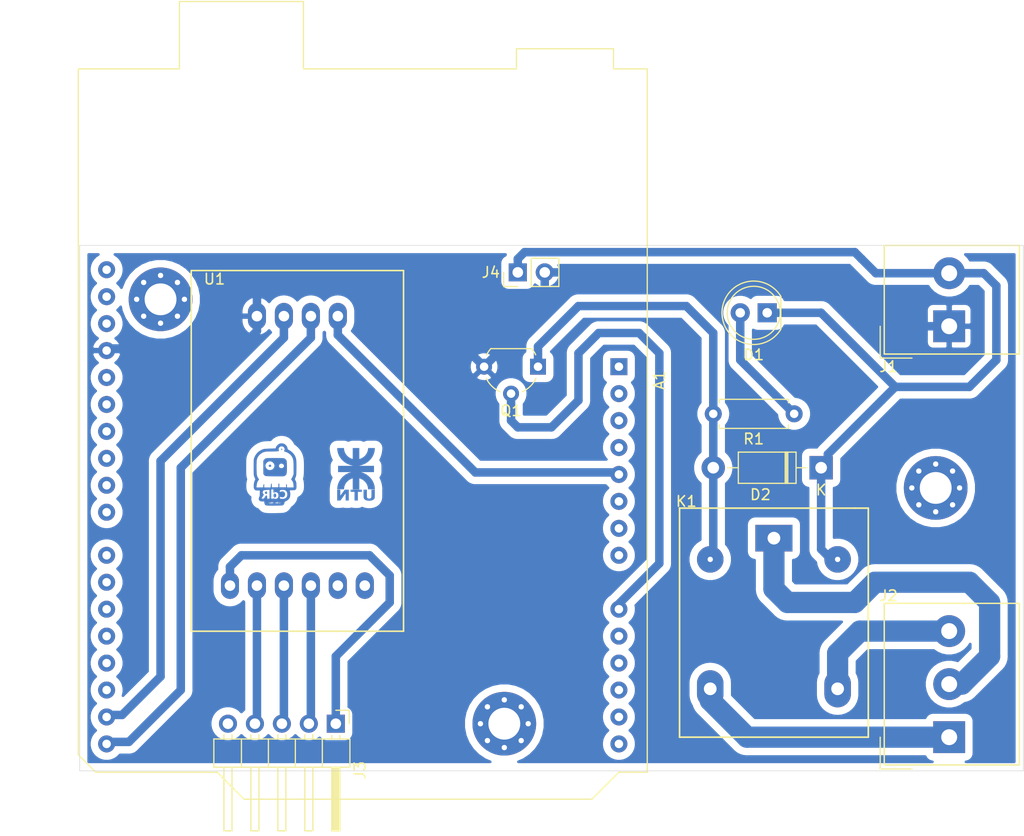
<source format=kicad_pcb>
(kicad_pcb (version 20171130) (host pcbnew "(5.1.5)-3")

  (general
    (thickness 1.6)
    (drawings 6)
    (tracks 94)
    (zones 0)
    (modules 16)
    (nets 45)
  )

  (page User 150.012 150.012)
  (layers
    (0 F.Cu signal)
    (31 B.Cu signal)
    (32 B.Adhes user)
    (33 F.Adhes user)
    (34 B.Paste user)
    (35 F.Paste user)
    (36 B.SilkS user)
    (37 F.SilkS user)
    (38 B.Mask user)
    (39 F.Mask user)
    (40 Dwgs.User user)
    (41 Cmts.User user)
    (42 Eco1.User user)
    (43 Eco2.User user)
    (44 Edge.Cuts user)
    (45 Margin user)
    (46 B.CrtYd user)
    (47 F.CrtYd user)
    (48 B.Fab user)
    (49 F.Fab user hide)
  )

  (setup
    (last_trace_width 2)
    (user_trace_width 0.4)
    (user_trace_width 0.8)
    (user_trace_width 1.5)
    (user_trace_width 2)
    (trace_clearance 0.4)
    (zone_clearance 0.7)
    (zone_45_only yes)
    (trace_min 0.2)
    (via_size 0.8)
    (via_drill 0.4)
    (via_min_size 0.4)
    (via_min_drill 0.3)
    (uvia_size 0.3)
    (uvia_drill 0.1)
    (uvias_allowed no)
    (uvia_min_size 0.2)
    (uvia_min_drill 0.1)
    (edge_width 0.05)
    (segment_width 0.2)
    (pcb_text_width 0.3)
    (pcb_text_size 1.5 1.5)
    (mod_edge_width 0.12)
    (mod_text_size 1 1)
    (mod_text_width 0.15)
    (pad_size 6 6)
    (pad_drill 3)
    (pad_to_mask_clearance 0.051)
    (solder_mask_min_width 0.25)
    (aux_axis_origin 0 0)
    (visible_elements 7FFFFFFF)
    (pcbplotparams
      (layerselection 0x010fc_ffffffff)
      (usegerberextensions false)
      (usegerberattributes false)
      (usegerberadvancedattributes false)
      (creategerberjobfile false)
      (excludeedgelayer true)
      (linewidth 0.100000)
      (plotframeref false)
      (viasonmask false)
      (mode 1)
      (useauxorigin false)
      (hpglpennumber 1)
      (hpglpenspeed 20)
      (hpglpendiameter 15.000000)
      (psnegative false)
      (psa4output false)
      (plotreference true)
      (plotvalue true)
      (plotinvisibletext false)
      (padsonsilk false)
      (subtractmaskfromsilk false)
      (outputformat 1)
      (mirror false)
      (drillshape 1)
      (scaleselection 1)
      (outputdirectory ""))
  )

  (net 0 "")
  (net 1 "Net-(A1-Pad32)")
  (net 2 "Net-(A1-Pad31)")
  (net 3 "Net-(A1-Pad1)")
  (net 4 "Net-(A1-Pad17)")
  (net 5 "Net-(A1-Pad2)")
  (net 6 "Net-(A1-Pad18)")
  (net 7 "Net-(A1-Pad3)")
  (net 8 "Net-(A1-Pad19)")
  (net 9 "Net-(A1-Pad4)")
  (net 10 "Net-(A1-Pad20)")
  (net 11 "Net-(A1-Pad5)")
  (net 12 "Net-(A1-Pad21)")
  (net 13 "Net-(A1-Pad6)")
  (net 14 "Net-(A1-Pad22)")
  (net 15 "Net-(A1-Pad7)")
  (net 16 "Net-(A1-Pad23)")
  (net 17 "Net-(A1-Pad8)")
  (net 18 "Net-(A1-Pad24)")
  (net 19 "Net-(A1-Pad9)")
  (net 20 "Net-(A1-Pad25)")
  (net 21 "Net-(A1-Pad10)")
  (net 22 "Net-(A1-Pad26)")
  (net 23 "Net-(A1-Pad11)")
  (net 24 "Net-(A1-Pad27)")
  (net 25 "Net-(A1-Pad12)")
  (net 26 "Net-(A1-Pad28)")
  (net 27 "Net-(A1-Pad13)")
  (net 28 "Net-(A1-Pad14)")
  (net 29 "Net-(A1-Pad30)")
  (net 30 "Net-(A1-Pad15)")
  (net 31 "Net-(A1-Pad16)")
  (net 32 "Net-(D1-Pad2)")
  (net 33 "Net-(D2-Pad2)")
  (net 34 "Net-(J2-Pad1)")
  (net 35 "Net-(J2-Pad2)")
  (net 36 "Net-(J2-Pad3)")
  (net 37 "Net-(J3-Pad1)")
  (net 38 "Net-(J3-Pad2)")
  (net 39 "Net-(J3-Pad3)")
  (net 40 "Net-(J3-Pad4)")
  (net 41 "Net-(U1-Pad6)")
  (net 42 "Net-(U1-Pad5)")
  (net 43 GND)
  (net 44 +12V)

  (net_class Default "Esta es la clase de red por defecto."
    (clearance 0.4)
    (trace_width 0.5)
    (via_dia 0.8)
    (via_drill 0.4)
    (uvia_dia 0.3)
    (uvia_drill 0.1)
    (add_net +12V)
    (add_net GND)
    (add_net "Net-(A1-Pad1)")
    (add_net "Net-(A1-Pad10)")
    (add_net "Net-(A1-Pad11)")
    (add_net "Net-(A1-Pad12)")
    (add_net "Net-(A1-Pad13)")
    (add_net "Net-(A1-Pad14)")
    (add_net "Net-(A1-Pad15)")
    (add_net "Net-(A1-Pad16)")
    (add_net "Net-(A1-Pad17)")
    (add_net "Net-(A1-Pad18)")
    (add_net "Net-(A1-Pad19)")
    (add_net "Net-(A1-Pad2)")
    (add_net "Net-(A1-Pad20)")
    (add_net "Net-(A1-Pad21)")
    (add_net "Net-(A1-Pad22)")
    (add_net "Net-(A1-Pad23)")
    (add_net "Net-(A1-Pad24)")
    (add_net "Net-(A1-Pad25)")
    (add_net "Net-(A1-Pad26)")
    (add_net "Net-(A1-Pad27)")
    (add_net "Net-(A1-Pad28)")
    (add_net "Net-(A1-Pad3)")
    (add_net "Net-(A1-Pad30)")
    (add_net "Net-(A1-Pad31)")
    (add_net "Net-(A1-Pad32)")
    (add_net "Net-(A1-Pad4)")
    (add_net "Net-(A1-Pad5)")
    (add_net "Net-(A1-Pad6)")
    (add_net "Net-(A1-Pad7)")
    (add_net "Net-(A1-Pad8)")
    (add_net "Net-(A1-Pad9)")
    (add_net "Net-(D1-Pad2)")
    (add_net "Net-(D2-Pad2)")
    (add_net "Net-(J2-Pad1)")
    (add_net "Net-(J2-Pad2)")
    (add_net "Net-(J2-Pad3)")
    (add_net "Net-(J3-Pad1)")
    (add_net "Net-(J3-Pad2)")
    (add_net "Net-(J3-Pad3)")
    (add_net "Net-(J3-Pad4)")
    (add_net "Net-(U1-Pad5)")
    (add_net "Net-(U1-Pad6)")
  )

  (net_class grande ""
    (clearance 1.5)
    (trace_width 1)
    (via_dia 0.8)
    (via_drill 0.4)
    (uvia_dia 0.3)
    (uvia_drill 0.1)
  )

  (net_class med ""
    (clearance 0.8)
    (trace_width 0.8)
    (via_dia 0.8)
    (via_drill 0.4)
    (uvia_dia 0.3)
    (uvia_drill 0.1)
  )

  (module MountingHole:MountingHole_3mm_Pad_Via (layer F.Cu) (tedit 5E8A09EA) (tstamp 5E8BA9AC)
    (at 67.945 87.63)
    (descr "Mounting Hole 3mm")
    (tags "mounting hole 3mm")
    (attr virtual)
    (fp_text reference "" (at 0 -4) (layer F.SilkS) hide
      (effects (font (size 1 1) (thickness 0.15)))
    )
    (fp_text value MountingHole_3mm_Pad_Via (at 0 4) (layer F.Fab)
      (effects (font (size 1 1) (thickness 0.15)))
    )
    (fp_circle (center 0 0) (end 3.25 0) (layer F.CrtYd) (width 0.05))
    (fp_circle (center 0 0) (end 3 0) (layer Cmts.User) (width 0.15))
    (fp_text user %R (at 0.3 0) (layer F.Fab)
      (effects (font (size 1 1) (thickness 0.15)))
    )
    (pad 1 thru_hole circle (at 1.59099 -1.59099) (size 0.8 0.8) (drill 0.5) (layers *.Cu *.Mask))
    (pad 1 thru_hole circle (at 0 -2.25) (size 0.8 0.8) (drill 0.5) (layers *.Cu))
    (pad 1 thru_hole circle (at -1.59099 -1.59099) (size 0.8 0.8) (drill 0.5) (layers *.Cu *.Mask))
    (pad 1 thru_hole circle (at -2.25 0) (size 0.8 0.8) (drill 0.5) (layers *.Cu *.Mask))
    (pad 1 thru_hole circle (at -1.59099 1.59099) (size 0.8 0.8) (drill 0.5) (layers *.Cu *.Mask))
    (pad 1 thru_hole circle (at 0 2.25) (size 0.8 0.8) (drill 0.5) (layers *.Cu *.Mask))
    (pad 1 thru_hole circle (at 1.59099 1.59099) (size 0.8 0.8) (drill 0.5) (layers *.Cu *.Mask))
    (pad 1 thru_hole circle (at 2.25 0) (size 0.8 0.8) (drill 0.5) (layers *.Cu *.Mask))
    (pad 1 thru_hole circle (at 0 0) (size 6 6) (drill 3) (layers *.Cu *.Mask))
  )

  (module MountingHole:MountingHole_3mm_Pad_Via (layer F.Cu) (tedit 5E8A09EA) (tstamp 5E8B58E6)
    (at 35.56 47.625)
    (descr "Mounting Hole 3mm")
    (tags "mounting hole 3mm")
    (attr virtual)
    (fp_text reference "" (at 0 -4) (layer F.SilkS)
      (effects (font (size 1 1) (thickness 0.15)))
    )
    (fp_text value MountingHole_3mm_Pad_Via (at 0 4) (layer F.Fab)
      (effects (font (size 1 1) (thickness 0.15)))
    )
    (fp_text user %R (at 0.3 0) (layer F.Fab)
      (effects (font (size 1 1) (thickness 0.15)))
    )
    (fp_circle (center 0 0) (end 3 0) (layer Cmts.User) (width 0.15))
    (fp_circle (center 0 0) (end 3.25 0) (layer F.CrtYd) (width 0.05))
    (pad 1 thru_hole circle (at 0 0) (size 6 6) (drill 3) (layers *.Cu *.Mask))
    (pad 1 thru_hole circle (at 2.25 0) (size 0.8 0.8) (drill 0.5) (layers *.Cu *.Mask))
    (pad 1 thru_hole circle (at 1.59099 1.59099) (size 0.8 0.8) (drill 0.5) (layers *.Cu *.Mask))
    (pad 1 thru_hole circle (at 0 2.25) (size 0.8 0.8) (drill 0.5) (layers *.Cu *.Mask))
    (pad 1 thru_hole circle (at -1.59099 1.59099) (size 0.8 0.8) (drill 0.5) (layers *.Cu *.Mask))
    (pad 1 thru_hole circle (at -2.25 0) (size 0.8 0.8) (drill 0.5) (layers *.Cu *.Mask))
    (pad 1 thru_hole circle (at -1.59099 -1.59099) (size 0.8 0.8) (drill 0.5) (layers *.Cu *.Mask))
    (pad 1 thru_hole circle (at 0 -2.25) (size 0.8 0.8) (drill 0.5) (layers *.Cu))
    (pad 1 thru_hole circle (at 1.59099 -1.59099) (size 0.8 0.8) (drill 0.5) (layers *.Cu *.Mask))
  )

  (module MountingHole:MountingHole_3mm_Pad_Via (layer F.Cu) (tedit 5E8A09EA) (tstamp 5E8B53AD)
    (at 108.585 65.405)
    (descr "Mounting Hole 3mm")
    (tags "mounting hole 3mm")
    (attr virtual)
    (fp_text reference "" (at 0 -4) (layer F.SilkS) hide
      (effects (font (size 1 1) (thickness 0.15)))
    )
    (fp_text value MountingHole_3mm_Pad_Via (at 0 4) (layer F.Fab)
      (effects (font (size 1 1) (thickness 0.15)))
    )
    (fp_text user %R (at 0.3 0) (layer F.Fab)
      (effects (font (size 1 1) (thickness 0.15)))
    )
    (fp_circle (center 0 0) (end 3 0) (layer Cmts.User) (width 0.15))
    (fp_circle (center 0 0) (end 3.25 0) (layer F.CrtYd) (width 0.05))
    (pad 1 thru_hole circle (at 0 0) (size 6 6) (drill 3) (layers *.Cu *.Mask))
    (pad 1 thru_hole circle (at 2.25 0) (size 0.8 0.8) (drill 0.5) (layers *.Cu *.Mask))
    (pad 1 thru_hole circle (at 1.59099 1.59099) (size 0.8 0.8) (drill 0.5) (layers *.Cu *.Mask))
    (pad 1 thru_hole circle (at 0 2.25) (size 0.8 0.8) (drill 0.5) (layers *.Cu *.Mask))
    (pad 1 thru_hole circle (at -1.59099 1.59099) (size 0.8 0.8) (drill 0.5) (layers *.Cu *.Mask))
    (pad 1 thru_hole circle (at -2.25 0) (size 0.8 0.8) (drill 0.5) (layers *.Cu *.Mask))
    (pad 1 thru_hole circle (at -1.59099 -1.59099) (size 0.8 0.8) (drill 0.5) (layers *.Cu *.Mask))
    (pad 1 thru_hole circle (at 0 -2.25) (size 0.8 0.8) (drill 0.5) (layers *.Cu))
    (pad 1 thru_hole circle (at 1.59099 -1.59099) (size 0.8 0.8) (drill 0.5) (layers *.Cu *.Mask))
  )

  (module LED_THT:LED_D5.0mm (layer F.Cu) (tedit 5995936A) (tstamp 5E8A38FF)
    (at 92.71 48.895 180)
    (descr "LED, diameter 5.0mm, 2 pins, http://cdn-reichelt.de/documents/datenblatt/A500/LL-504BC2E-009.pdf")
    (tags "LED diameter 5.0mm 2 pins")
    (path /5E8E1758)
    (fp_text reference D1 (at 1.27 -3.96 180) (layer F.SilkS)
      (effects (font (size 1 1) (thickness 0.15)))
    )
    (fp_text value LED (at 1.27 3.96 180) (layer F.Fab)
      (effects (font (size 1 1) (thickness 0.15)))
    )
    (fp_arc (start 1.27 0) (end -1.23 -1.469694) (angle 299.1) (layer F.Fab) (width 0.1))
    (fp_arc (start 1.27 0) (end -1.29 -1.54483) (angle 148.9) (layer F.SilkS) (width 0.12))
    (fp_arc (start 1.27 0) (end -1.29 1.54483) (angle -148.9) (layer F.SilkS) (width 0.12))
    (fp_circle (center 1.27 0) (end 3.77 0) (layer F.Fab) (width 0.1))
    (fp_circle (center 1.27 0) (end 3.77 0) (layer F.SilkS) (width 0.12))
    (fp_line (start -1.23 -1.469694) (end -1.23 1.469694) (layer F.Fab) (width 0.1))
    (fp_line (start -1.29 -1.545) (end -1.29 1.545) (layer F.SilkS) (width 0.12))
    (fp_line (start -1.95 -3.25) (end -1.95 3.25) (layer F.CrtYd) (width 0.05))
    (fp_line (start -1.95 3.25) (end 4.5 3.25) (layer F.CrtYd) (width 0.05))
    (fp_line (start 4.5 3.25) (end 4.5 -3.25) (layer F.CrtYd) (width 0.05))
    (fp_line (start 4.5 -3.25) (end -1.95 -3.25) (layer F.CrtYd) (width 0.05))
    (fp_text user %R (at 1.25 0 180) (layer F.Fab)
      (effects (font (size 0.8 0.8) (thickness 0.2)))
    )
    (pad 1 thru_hole rect (at 0 0 180) (size 1.8 1.8) (drill 0.9) (layers *.Cu *.Mask)
      (net 44 +12V))
    (pad 2 thru_hole circle (at 2.54 0 180) (size 1.8 1.8) (drill 0.9) (layers *.Cu *.Mask)
      (net 32 "Net-(D1-Pad2)"))
    (model ${KISYS3DMOD}/LED_THT.3dshapes/LED_D5.0mm.wrl
      (at (xyz 0 0 0))
      (scale (xyz 1 1 1))
      (rotate (xyz 0 0 0))
    )
  )

  (module Diode_THT:D_DO-41_SOD81_P10.16mm_Horizontal (layer F.Cu) (tedit 5E8A4CEB) (tstamp 5E8A391E)
    (at 97.79 63.5 180)
    (descr "Diode, DO-41_SOD81 series, Axial, Horizontal, pin pitch=10.16mm, , length*diameter=5.2*2.7mm^2, , http://www.diodes.com/_files/packages/DO-41%20(Plastic).pdf")
    (tags "Diode DO-41_SOD81 series Axial Horizontal pin pitch 10.16mm  length 5.2mm diameter 2.7mm")
    (path /5E8AB676)
    (fp_text reference D2 (at 5.715 -2.54) (layer F.SilkS)
      (effects (font (size 1 1) (thickness 0.15)))
    )
    (fp_text value 1N4007 (at 5.08 2.47) (layer F.Fab)
      (effects (font (size 1 1) (thickness 0.15)))
    )
    (fp_line (start 2.48 -1.35) (end 2.48 1.35) (layer F.Fab) (width 0.1))
    (fp_line (start 2.48 1.35) (end 7.68 1.35) (layer F.Fab) (width 0.1))
    (fp_line (start 7.68 1.35) (end 7.68 -1.35) (layer F.Fab) (width 0.1))
    (fp_line (start 7.68 -1.35) (end 2.48 -1.35) (layer F.Fab) (width 0.1))
    (fp_line (start 0 0) (end 2.48 0) (layer F.Fab) (width 0.1))
    (fp_line (start 10.16 0) (end 7.68 0) (layer F.Fab) (width 0.1))
    (fp_line (start 3.26 -1.35) (end 3.26 1.35) (layer F.Fab) (width 0.1))
    (fp_line (start 3.36 -1.35) (end 3.36 1.35) (layer F.Fab) (width 0.1))
    (fp_line (start 3.16 -1.35) (end 3.16 1.35) (layer F.Fab) (width 0.1))
    (fp_line (start 2.36 -1.47) (end 2.36 1.47) (layer F.SilkS) (width 0.12))
    (fp_line (start 2.36 1.47) (end 7.8 1.47) (layer F.SilkS) (width 0.12))
    (fp_line (start 7.8 1.47) (end 7.8 -1.47) (layer F.SilkS) (width 0.12))
    (fp_line (start 7.8 -1.47) (end 2.36 -1.47) (layer F.SilkS) (width 0.12))
    (fp_line (start 1.34 0) (end 2.36 0) (layer F.SilkS) (width 0.12))
    (fp_line (start 8.82 0) (end 7.8 0) (layer F.SilkS) (width 0.12))
    (fp_line (start 3.26 -1.47) (end 3.26 1.47) (layer F.SilkS) (width 0.12))
    (fp_line (start 3.38 -1.47) (end 3.38 1.47) (layer F.SilkS) (width 0.12))
    (fp_line (start 3.14 -1.47) (end 3.14 1.47) (layer F.SilkS) (width 0.12))
    (fp_line (start -1.35 -1.6) (end -1.35 1.6) (layer F.CrtYd) (width 0.05))
    (fp_line (start -1.35 1.6) (end 11.51 1.6) (layer F.CrtYd) (width 0.05))
    (fp_line (start 11.51 1.6) (end 11.51 -1.6) (layer F.CrtYd) (width 0.05))
    (fp_line (start 11.51 -1.6) (end -1.35 -1.6) (layer F.CrtYd) (width 0.05))
    (fp_text user %R (at 5.47 0) (layer F.Fab)
      (effects (font (size 1 1) (thickness 0.15)))
    )
    (fp_text user K (at 0 -2.1) (layer F.Fab)
      (effects (font (size 1 1) (thickness 0.15)))
    )
    (fp_text user K (at 0 -2.1) (layer F.SilkS)
      (effects (font (size 1 1) (thickness 0.15)))
    )
    (pad 1 thru_hole rect (at 0 0 180) (size 2.2 2.2) (drill 1.1) (layers *.Cu *.Mask)
      (net 44 +12V))
    (pad 2 thru_hole oval (at 10.16 0 180) (size 2.2 2.2) (drill 1.1) (layers *.Cu *.Mask)
      (net 33 "Net-(D2-Pad2)"))
    (model ${KISYS3DMOD}/Diode_THT.3dshapes/D_DO-41_SOD81_P10.16mm_Horizontal.wrl
      (at (xyz 0 0 0))
      (scale (xyz 1 1 1))
      (rotate (xyz 0 0 0))
    )
  )

  (module TerminalBlock_Altech:Altech_AK300_1x02_P5.00mm_45-Degree (layer F.Cu) (tedit 5E8A4D10) (tstamp 5E8A3938)
    (at 109.855 50.165 90)
    (descr "Altech AK300 serie terminal block (Script generated with StandardBox.py) (http://www.altechcorp.com/PDFS/PCBMETRC.PDF)")
    (tags "Altech AK300 serie connector")
    (path /5E898B2F)
    (fp_text reference J1 (at -3.81 -5.715 180) (layer F.SilkS)
      (effects (font (size 1 1) (thickness 0.15)))
    )
    (fp_text value Screw_Terminal_01x02 (at 2.5 7.5 90) (layer F.Fab)
      (effects (font (size 1 1) (thickness 0.15)))
    )
    (fp_line (start -2 -6) (end 7.5 -6) (layer F.Fab) (width 0.1))
    (fp_line (start 7.5 -6) (end 7.5 6.5) (layer F.Fab) (width 0.1))
    (fp_line (start 7.5 6.5) (end -2.5 6.5) (layer F.Fab) (width 0.1))
    (fp_line (start -2.5 6.5) (end -2.5 -5.5) (layer F.Fab) (width 0.1))
    (fp_line (start -2.5 -5.5) (end -2 -6) (layer F.Fab) (width 0.1))
    (fp_line (start -3 -3.5) (end -3 -6.5) (layer F.SilkS) (width 0.12))
    (fp_line (start -3 -6.5) (end 0 -6.5) (layer F.SilkS) (width 0.12))
    (fp_line (start -2.62 -6.12) (end 7.62 -6.12) (layer F.SilkS) (width 0.12))
    (fp_line (start 7.62 -6.12) (end 7.62 6.62) (layer F.SilkS) (width 0.12))
    (fp_line (start -2.62 6.62) (end 7.62 6.62) (layer F.SilkS) (width 0.12))
    (fp_line (start -2.62 -6.12) (end -2.62 6.62) (layer F.SilkS) (width 0.12))
    (fp_line (start -2.62 -6.12) (end 7.62 -6.12) (layer F.SilkS) (width 0.12))
    (fp_line (start 7.62 -6.12) (end 7.62 6.62) (layer F.SilkS) (width 0.12))
    (fp_line (start -2.62 6.62) (end 7.62 6.62) (layer F.SilkS) (width 0.12))
    (fp_line (start -2.62 -6.12) (end -2.62 6.62) (layer F.SilkS) (width 0.12))
    (fp_line (start -2.75 -6.25) (end 7.75 -6.25) (layer F.CrtYd) (width 0.05))
    (fp_line (start 7.75 -6.25) (end 7.75 6.75) (layer F.CrtYd) (width 0.05))
    (fp_line (start -2.75 6.75) (end 7.75 6.75) (layer F.CrtYd) (width 0.05))
    (fp_line (start -2.75 -6.25) (end -2.75 6.75) (layer F.CrtYd) (width 0.05))
    (fp_text user %R (at 2.5 0.25 90) (layer F.Fab)
      (effects (font (size 1 1) (thickness 0.15)))
    )
    (pad 1 thru_hole rect (at 0 0 90) (size 3 3) (drill 1.5) (layers *.Cu *.Mask)
      (net 43 GND))
    (pad 2 thru_hole circle (at 5 0 90) (size 3 3) (drill 1.5) (layers *.Cu *.Mask)
      (net 44 +12V))
    (model ${KISYS3DMOD}/TerminalBlock_Altech.3dshapes/Altech_AK300_1x02_P5.00mm_45-Degree.wrl
      (at (xyz 0 0 0))
      (scale (xyz 1 1 1))
      (rotate (xyz 0 0 0))
    )
  )

  (module TerminalBlock_Altech:Altech_AK300_1x03_P5.00mm_45-Degree (layer F.Cu) (tedit 5E8A4D08) (tstamp 5E8A3953)
    (at 109.855 88.9 90)
    (descr "Altech AK300 serie terminal block (Script generated with StandardBox.py) (http://www.altechcorp.com/PDFS/PCBMETRC.PDF)")
    (tags "Altech AK300 serie connector")
    (path /5E8BDE72)
    (fp_text reference J2 (at 13.335 -5.715 180) (layer F.SilkS)
      (effects (font (size 1 1) (thickness 0.15)))
    )
    (fp_text value Screw_Terminal_01x03 (at 5 7.5 90) (layer F.Fab)
      (effects (font (size 1 1) (thickness 0.15)))
    )
    (fp_line (start -2 -6) (end 12.5 -6) (layer F.Fab) (width 0.1))
    (fp_line (start 12.5 -6) (end 12.5 6.5) (layer F.Fab) (width 0.1))
    (fp_line (start 12.5 6.5) (end -2.5 6.5) (layer F.Fab) (width 0.1))
    (fp_line (start -2.5 6.5) (end -2.5 -5.5) (layer F.Fab) (width 0.1))
    (fp_line (start -2.5 -5.5) (end -2 -6) (layer F.Fab) (width 0.1))
    (fp_line (start -3 -3.5) (end -3 -6.5) (layer F.SilkS) (width 0.12))
    (fp_line (start -3 -6.5) (end 0 -6.5) (layer F.SilkS) (width 0.12))
    (fp_line (start -2.62 -6.12) (end 12.62 -6.12) (layer F.SilkS) (width 0.12))
    (fp_line (start 12.62 -6.12) (end 12.62 6.62) (layer F.SilkS) (width 0.12))
    (fp_line (start -2.62 6.62) (end 12.62 6.62) (layer F.SilkS) (width 0.12))
    (fp_line (start -2.62 -6.12) (end -2.62 6.62) (layer F.SilkS) (width 0.12))
    (fp_line (start -2.62 -6.12) (end 12.62 -6.12) (layer F.SilkS) (width 0.12))
    (fp_line (start 12.62 -6.12) (end 12.62 6.62) (layer F.SilkS) (width 0.12))
    (fp_line (start -2.62 6.62) (end 12.62 6.62) (layer F.SilkS) (width 0.12))
    (fp_line (start -2.62 -6.12) (end -2.62 6.62) (layer F.SilkS) (width 0.12))
    (fp_line (start -2.75 -6.25) (end 12.75 -6.25) (layer F.CrtYd) (width 0.05))
    (fp_line (start 12.75 -6.25) (end 12.75 6.75) (layer F.CrtYd) (width 0.05))
    (fp_line (start -2.75 6.75) (end 12.75 6.75) (layer F.CrtYd) (width 0.05))
    (fp_line (start -2.75 -6.25) (end -2.75 6.75) (layer F.CrtYd) (width 0.05))
    (fp_text user %R (at 5 0.25 90) (layer F.Fab)
      (effects (font (size 1 1) (thickness 0.15)))
    )
    (pad 1 thru_hole rect (at 0 0 90) (size 3 3) (drill 1.5) (layers *.Cu *.Mask)
      (net 34 "Net-(J2-Pad1)"))
    (pad 2 thru_hole circle (at 5 0 90) (size 3 3) (drill 1.5) (layers *.Cu *.Mask)
      (net 35 "Net-(J2-Pad2)"))
    (pad 3 thru_hole circle (at 10 0 90) (size 3 3) (drill 1.5) (layers *.Cu *.Mask)
      (net 36 "Net-(J2-Pad3)"))
    (model ${KISYS3DMOD}/TerminalBlock_Altech.3dshapes/Altech_AK300_1x03_P5.00mm_45-Degree.wrl
      (at (xyz 0 0 0))
      (scale (xyz 1 1 1))
      (rotate (xyz 0 0 0))
    )
  )

  (module Package_TO_SOT_THT:TO-92L_Wide (layer F.Cu) (tedit 5A152D5B) (tstamp 5E8A398E)
    (at 71.12 53.975 180)
    (descr "TO-92L leads in-line (large body variant of TO-92), also known as TO-226, wide, drill 0.75mm (see https://www.diodes.com/assets/Package-Files/TO92L.pdf and http://www.ti.com/lit/an/snoa059/snoa059.pdf)")
    (tags "TO-92L Molded Wide transistor")
    (path /5E8AEEB1)
    (fp_text reference Q1 (at 2.55 -4.15 180) (layer F.SilkS)
      (effects (font (size 1 1) (thickness 0.15)))
    )
    (fp_text value BC337 (at 2.54 2.79 180) (layer F.Fab)
      (effects (font (size 1 1) (thickness 0.15)))
    )
    (fp_line (start -1 -3.55) (end -1 1.85) (layer B.CrtYd) (width 0.05))
    (fp_line (start 6.1 -3.55) (end -1 -3.55) (layer B.CrtYd) (width 0.05))
    (fp_line (start 6.1 1.85) (end 6.1 -3.55) (layer B.CrtYd) (width 0.05))
    (fp_line (start -1 1.85) (end 6.1 1.85) (layer B.CrtYd) (width 0.05))
    (fp_text user %R (at 2.55 0.05 180) (layer F.Fab)
      (effects (font (size 1 1) (thickness 0.15)))
    )
    (fp_line (start 0.6 1.7) (end 4.45 1.7) (layer F.SilkS) (width 0.12))
    (fp_line (start 0.65 1.6) (end 4.4 1.6) (layer F.Fab) (width 0.1))
    (fp_arc (start 2.54 0) (end 0.6 1.7) (angle 15.44288892) (layer F.SilkS) (width 0.12))
    (fp_arc (start 2.54 0) (end 1.45 -2.35) (angle -40.11670855) (layer F.SilkS) (width 0.12))
    (fp_arc (start 2.54 0) (end 3.6 -2.35) (angle 40.72153779) (layer F.SilkS) (width 0.12))
    (fp_arc (start 2.54 0) (end 2.54 -2.48) (angle 129.9527847) (layer F.Fab) (width 0.1))
    (fp_arc (start 2.54 0) (end 2.54 -2.48) (angle -130.2499344) (layer F.Fab) (width 0.1))
    (fp_arc (start 2.54 0) (end 4.45 1.7) (angle -15.88591585) (layer F.SilkS) (width 0.12))
    (pad 2 thru_hole circle (at 2.54 -2.54 270) (size 1.5 1.5) (drill 0.8) (layers *.Cu *.Mask)
      (net 19 "Net-(A1-Pad9)"))
    (pad 3 thru_hole circle (at 5.08 0 270) (size 1.5 1.5) (drill 0.8) (layers *.Cu *.Mask)
      (net 43 GND))
    (pad 1 thru_hole rect (at 0 0 270) (size 1.5 1.5) (drill 0.8) (layers *.Cu *.Mask)
      (net 33 "Net-(D2-Pad2)"))
    (model ${KISYS3DMOD}/Package_TO_SOT_THT.3dshapes/TO-92L_Wide.wrl
      (at (xyz 0 0 0))
      (scale (xyz 1 1 1))
      (rotate (xyz 0 0 0))
    )
  )

  (module Resistor_THT:R_Axial_DIN0207_L6.3mm_D2.5mm_P7.62mm_Horizontal (layer F.Cu) (tedit 5AE5139B) (tstamp 5E8A39A5)
    (at 95.25 58.42 180)
    (descr "Resistor, Axial_DIN0207 series, Axial, Horizontal, pin pitch=7.62mm, 0.25W = 1/4W, length*diameter=6.3*2.5mm^2, http://cdn-reichelt.de/documents/datenblatt/B400/1_4W%23YAG.pdf")
    (tags "Resistor Axial_DIN0207 series Axial Horizontal pin pitch 7.62mm 0.25W = 1/4W length 6.3mm diameter 2.5mm")
    (path /5E8E8A55)
    (fp_text reference R1 (at 3.81 -2.37 180) (layer F.SilkS)
      (effects (font (size 1 1) (thickness 0.15)))
    )
    (fp_text value 560 (at 3.81 2.37 180) (layer F.Fab)
      (effects (font (size 1 1) (thickness 0.15)))
    )
    (fp_line (start 0.66 -1.25) (end 0.66 1.25) (layer F.Fab) (width 0.1))
    (fp_line (start 0.66 1.25) (end 6.96 1.25) (layer F.Fab) (width 0.1))
    (fp_line (start 6.96 1.25) (end 6.96 -1.25) (layer F.Fab) (width 0.1))
    (fp_line (start 6.96 -1.25) (end 0.66 -1.25) (layer F.Fab) (width 0.1))
    (fp_line (start 0 0) (end 0.66 0) (layer F.Fab) (width 0.1))
    (fp_line (start 7.62 0) (end 6.96 0) (layer F.Fab) (width 0.1))
    (fp_line (start 0.54 -1.04) (end 0.54 -1.37) (layer F.SilkS) (width 0.12))
    (fp_line (start 0.54 -1.37) (end 7.08 -1.37) (layer F.SilkS) (width 0.12))
    (fp_line (start 7.08 -1.37) (end 7.08 -1.04) (layer F.SilkS) (width 0.12))
    (fp_line (start 0.54 1.04) (end 0.54 1.37) (layer F.SilkS) (width 0.12))
    (fp_line (start 0.54 1.37) (end 7.08 1.37) (layer F.SilkS) (width 0.12))
    (fp_line (start 7.08 1.37) (end 7.08 1.04) (layer F.SilkS) (width 0.12))
    (fp_line (start -1.05 -1.5) (end -1.05 1.5) (layer F.CrtYd) (width 0.05))
    (fp_line (start -1.05 1.5) (end 8.67 1.5) (layer F.CrtYd) (width 0.05))
    (fp_line (start 8.67 1.5) (end 8.67 -1.5) (layer F.CrtYd) (width 0.05))
    (fp_line (start 8.67 -1.5) (end -1.05 -1.5) (layer F.CrtYd) (width 0.05))
    (fp_text user %R (at 3.81 0 180) (layer F.Fab)
      (effects (font (size 1 1) (thickness 0.15)))
    )
    (pad 1 thru_hole circle (at 0 0 180) (size 1.6 1.6) (drill 0.8) (layers *.Cu *.Mask)
      (net 32 "Net-(D1-Pad2)"))
    (pad 2 thru_hole oval (at 7.62 0 180) (size 1.6 1.6) (drill 0.8) (layers *.Cu *.Mask)
      (net 33 "Net-(D2-Pad2)"))
    (model ${KISYS3DMOD}/Resistor_THT.3dshapes/R_Axial_DIN0207_L6.3mm_D2.5mm_P7.62mm_Horizontal.wrl
      (at (xyz 0 0 0))
      (scale (xyz 1 1 1))
      (rotate (xyz 0 0 0))
    )
  )

  (module "kicad:HX711 module" (layer F.Cu) (tedit 5E8A4E3D) (tstamp 5E8AF0B5)
    (at 48.4505 64.4525)
    (path /5E88FDFC)
    (fp_text reference U1 (at -7.8105 -18.7325) (layer F.SilkS)
      (effects (font (size 1 1) (thickness 0.15)))
    )
    (fp_text value HX711 (at 0 -1.77) (layer F.Fab)
      (effects (font (size 1 1) (thickness 0.15)))
    )
    (fp_line (start -10 -19.54) (end 10 -19.54) (layer F.SilkS) (width 0.15))
    (fp_line (start -10.3 -19.84) (end 10.3 -19.84) (layer F.CrtYd) (width 0.15))
    (fp_line (start 10.3 -19.84) (end 10.3 14.76) (layer F.CrtYd) (width 0.15))
    (fp_line (start 10.3 14.76) (end -10.3 14.76) (layer F.CrtYd) (width 0.15))
    (fp_line (start -10.3 14.76) (end -10.3 -19.84) (layer F.CrtYd) (width 0.15))
    (fp_line (start -10 14.46) (end 10 14.46) (layer F.SilkS) (width 0.15))
    (fp_line (start -10 -19.54) (end -10 14.46) (layer F.SilkS) (width 0.15))
    (fp_line (start 10 -19.54) (end 10 14.46) (layer F.SilkS) (width 0.15))
    (fp_text user GND (at -3.81 -17.78 90 unlocked) (layer F.CrtYd)
      (effects (font (size 1 1) (thickness 0.15)))
    )
    (fp_text user DT (at -1.27 -17.78 90 unlocked) (layer F.CrtYd)
      (effects (font (size 1 1) (thickness 0.15)))
    )
    (fp_text user SCK (at 1.27 -17.78 90 unlocked) (layer F.CrtYd)
      (effects (font (size 1 1) (thickness 0.15)))
    )
    (fp_text user Vcc (at 3.81 -17.78 90 unlocked) (layer F.CrtYd)
      (effects (font (size 1 1) (thickness 0.15)))
    )
    (fp_text user E+ (at -6.35 12.954 90 unlocked) (layer F.CrtYd)
      (effects (font (size 1 1) (thickness 0.15)))
    )
    (fp_text user E- (at -3.81 12.954 90 unlocked) (layer F.CrtYd)
      (effects (font (size 1 1) (thickness 0.15)))
    )
    (fp_text user A- (at -1.27 12.954 90 unlocked) (layer F.CrtYd)
      (effects (font (size 1 1) (thickness 0.15)))
    )
    (fp_text user A+ (at 1.016 12.954 90 unlocked) (layer F.CrtYd)
      (effects (font (size 1 1) (thickness 0.15)))
    )
    (fp_text user B+ (at 6.35 12.954 90 unlocked) (layer F.CrtYd)
      (effects (font (size 1 1) (thickness 0.15)))
    )
    (fp_text user B- (at 3.81 12.954 90 unlocked) (layer F.CrtYd)
      (effects (font (size 1 1) (thickness 0.15)))
    )
    (pad 10 thru_hole oval (at 3.81 -15.24) (size 1.7 2.5) (drill 1) (layers *.Cu *.Mask)
      (net 11 "Net-(A1-Pad5)"))
    (pad 9 thru_hole oval (at 1.27 -15.24) (size 1.7 2.5) (drill 1) (layers *.Cu *.Mask)
      (net 30 "Net-(A1-Pad15)"))
    (pad 8 thru_hole oval (at -1.27 -15.24) (size 1.7 2.5) (drill 1) (layers *.Cu *.Mask)
      (net 31 "Net-(A1-Pad16)"))
    (pad 7 thru_hole oval (at -3.81 -15.24) (size 1.7 2.5) (drill 1) (layers *.Cu *.Mask)
      (net 43 GND))
    (pad 6 thru_hole oval (at 6.35 10.16) (size 1.7 2.5) (drill 1) (layers *.Cu *.Mask)
      (net 41 "Net-(U1-Pad6)"))
    (pad 5 thru_hole oval (at 3.81 10.16) (size 1.7 2.5) (drill 1) (layers *.Cu *.Mask)
      (net 42 "Net-(U1-Pad5)"))
    (pad 4 thru_hole oval (at 1.27 10.16) (size 1.7 2.5) (drill 1) (layers *.Cu *.Mask)
      (net 38 "Net-(J3-Pad2)"))
    (pad 3 thru_hole oval (at -1.27 10.16) (size 1.7 2.5) (drill 1) (layers *.Cu *.Mask)
      (net 39 "Net-(J3-Pad3)"))
    (pad 2 thru_hole oval (at -3.81 10.16) (size 1.7 2.5) (drill 1) (layers *.Cu *.Mask)
      (net 40 "Net-(J3-Pad4)"))
    (pad 1 thru_hole oval (at -6.35 10.16) (size 1.7 2.5) (drill 1) (layers *.Cu *.Mask)
      (net 37 "Net-(J3-Pad1)"))
  )

  (module Connector_PinHeader_2.54mm:PinHeader_1x02_P2.54mm_Vertical (layer F.Cu) (tedit 5E8A4D24) (tstamp 5E8A2C6F)
    (at 69.215 45.085 90)
    (descr "Through hole straight pin header, 1x02, 2.54mm pitch, single row")
    (tags "Through hole pin header THT 1x02 2.54mm single row")
    (path /5E8DE260)
    (fp_text reference J4 (at 0 -2.54 180) (layer F.SilkS)
      (effects (font (size 1 1) (thickness 0.15)))
    )
    (fp_text value "Alimentacion Arduino" (at 0 4.87 90) (layer F.Fab)
      (effects (font (size 1 1) (thickness 0.15)))
    )
    (fp_line (start -0.635 -1.27) (end 1.27 -1.27) (layer F.Fab) (width 0.1))
    (fp_line (start 1.27 -1.27) (end 1.27 3.81) (layer F.Fab) (width 0.1))
    (fp_line (start 1.27 3.81) (end -1.27 3.81) (layer F.Fab) (width 0.1))
    (fp_line (start -1.27 3.81) (end -1.27 -0.635) (layer F.Fab) (width 0.1))
    (fp_line (start -1.27 -0.635) (end -0.635 -1.27) (layer F.Fab) (width 0.1))
    (fp_line (start -1.33 3.87) (end 1.33 3.87) (layer F.SilkS) (width 0.12))
    (fp_line (start -1.33 1.27) (end -1.33 3.87) (layer F.SilkS) (width 0.12))
    (fp_line (start 1.33 1.27) (end 1.33 3.87) (layer F.SilkS) (width 0.12))
    (fp_line (start -1.33 1.27) (end 1.33 1.27) (layer F.SilkS) (width 0.12))
    (fp_line (start -1.33 0) (end -1.33 -1.33) (layer F.SilkS) (width 0.12))
    (fp_line (start -1.33 -1.33) (end 0 -1.33) (layer F.SilkS) (width 0.12))
    (fp_line (start -1.8 -1.8) (end -1.8 4.35) (layer F.CrtYd) (width 0.05))
    (fp_line (start -1.8 4.35) (end 1.8 4.35) (layer F.CrtYd) (width 0.05))
    (fp_line (start 1.8 4.35) (end 1.8 -1.8) (layer F.CrtYd) (width 0.05))
    (fp_line (start 1.8 -1.8) (end -1.8 -1.8) (layer F.CrtYd) (width 0.05))
    (fp_text user %R (at 0 1.27 180) (layer F.Fab)
      (effects (font (size 1 1) (thickness 0.15)))
    )
    (pad 1 thru_hole rect (at 0 0 90) (size 1.7 1.7) (drill 1) (layers *.Cu *.Mask)
      (net 44 +12V))
    (pad 2 thru_hole oval (at 0 2.54 90) (size 1.7 1.7) (drill 1) (layers *.Cu *.Mask)
      (net 43 GND))
  )

  (module Connector_PinHeader_2.54mm:PinHeader_1x05_P2.54mm_Horizontal (layer F.Cu) (tedit 59FED5CB) (tstamp 5E8A0533)
    (at 52.07 87.63 270)
    (descr "Through hole angled pin header, 1x05, 2.54mm pitch, 6mm pin length, single row")
    (tags "Through hole angled pin header THT 1x05 2.54mm single row")
    (path /5E896121)
    (fp_text reference J3 (at 4.385 -2.27 270) (layer F.SilkS)
      (effects (font (size 1 1) (thickness 0.15)))
    )
    (fp_text value Conn_01x04 (at 4.385 12.43 270) (layer F.Fab)
      (effects (font (size 1 1) (thickness 0.15)))
    )
    (fp_line (start 2.135 -1.27) (end 4.04 -1.27) (layer F.Fab) (width 0.1))
    (fp_line (start 4.04 -1.27) (end 4.04 11.43) (layer F.Fab) (width 0.1))
    (fp_line (start 4.04 11.43) (end 1.5 11.43) (layer F.Fab) (width 0.1))
    (fp_line (start 1.5 11.43) (end 1.5 -0.635) (layer F.Fab) (width 0.1))
    (fp_line (start 1.5 -0.635) (end 2.135 -1.27) (layer F.Fab) (width 0.1))
    (fp_line (start -0.32 -0.32) (end 1.5 -0.32) (layer F.Fab) (width 0.1))
    (fp_line (start -0.32 -0.32) (end -0.32 0.32) (layer F.Fab) (width 0.1))
    (fp_line (start -0.32 0.32) (end 1.5 0.32) (layer F.Fab) (width 0.1))
    (fp_line (start 4.04 -0.32) (end 10.04 -0.32) (layer F.Fab) (width 0.1))
    (fp_line (start 10.04 -0.32) (end 10.04 0.32) (layer F.Fab) (width 0.1))
    (fp_line (start 4.04 0.32) (end 10.04 0.32) (layer F.Fab) (width 0.1))
    (fp_line (start -0.32 2.22) (end 1.5 2.22) (layer F.Fab) (width 0.1))
    (fp_line (start -0.32 2.22) (end -0.32 2.86) (layer F.Fab) (width 0.1))
    (fp_line (start -0.32 2.86) (end 1.5 2.86) (layer F.Fab) (width 0.1))
    (fp_line (start 4.04 2.22) (end 10.04 2.22) (layer F.Fab) (width 0.1))
    (fp_line (start 10.04 2.22) (end 10.04 2.86) (layer F.Fab) (width 0.1))
    (fp_line (start 4.04 2.86) (end 10.04 2.86) (layer F.Fab) (width 0.1))
    (fp_line (start -0.32 4.76) (end 1.5 4.76) (layer F.Fab) (width 0.1))
    (fp_line (start -0.32 4.76) (end -0.32 5.4) (layer F.Fab) (width 0.1))
    (fp_line (start -0.32 5.4) (end 1.5 5.4) (layer F.Fab) (width 0.1))
    (fp_line (start 4.04 4.76) (end 10.04 4.76) (layer F.Fab) (width 0.1))
    (fp_line (start 10.04 4.76) (end 10.04 5.4) (layer F.Fab) (width 0.1))
    (fp_line (start 4.04 5.4) (end 10.04 5.4) (layer F.Fab) (width 0.1))
    (fp_line (start -0.32 7.3) (end 1.5 7.3) (layer F.Fab) (width 0.1))
    (fp_line (start -0.32 7.3) (end -0.32 7.94) (layer F.Fab) (width 0.1))
    (fp_line (start -0.32 7.94) (end 1.5 7.94) (layer F.Fab) (width 0.1))
    (fp_line (start 4.04 7.3) (end 10.04 7.3) (layer F.Fab) (width 0.1))
    (fp_line (start 10.04 7.3) (end 10.04 7.94) (layer F.Fab) (width 0.1))
    (fp_line (start 4.04 7.94) (end 10.04 7.94) (layer F.Fab) (width 0.1))
    (fp_line (start -0.32 9.84) (end 1.5 9.84) (layer F.Fab) (width 0.1))
    (fp_line (start -0.32 9.84) (end -0.32 10.48) (layer F.Fab) (width 0.1))
    (fp_line (start -0.32 10.48) (end 1.5 10.48) (layer F.Fab) (width 0.1))
    (fp_line (start 4.04 9.84) (end 10.04 9.84) (layer F.Fab) (width 0.1))
    (fp_line (start 10.04 9.84) (end 10.04 10.48) (layer F.Fab) (width 0.1))
    (fp_line (start 4.04 10.48) (end 10.04 10.48) (layer F.Fab) (width 0.1))
    (fp_line (start 1.44 -1.33) (end 1.44 11.49) (layer F.SilkS) (width 0.12))
    (fp_line (start 1.44 11.49) (end 4.1 11.49) (layer F.SilkS) (width 0.12))
    (fp_line (start 4.1 11.49) (end 4.1 -1.33) (layer F.SilkS) (width 0.12))
    (fp_line (start 4.1 -1.33) (end 1.44 -1.33) (layer F.SilkS) (width 0.12))
    (fp_line (start 4.1 -0.38) (end 10.1 -0.38) (layer F.SilkS) (width 0.12))
    (fp_line (start 10.1 -0.38) (end 10.1 0.38) (layer F.SilkS) (width 0.12))
    (fp_line (start 10.1 0.38) (end 4.1 0.38) (layer F.SilkS) (width 0.12))
    (fp_line (start 4.1 -0.32) (end 10.1 -0.32) (layer F.SilkS) (width 0.12))
    (fp_line (start 4.1 -0.2) (end 10.1 -0.2) (layer F.SilkS) (width 0.12))
    (fp_line (start 4.1 -0.08) (end 10.1 -0.08) (layer F.SilkS) (width 0.12))
    (fp_line (start 4.1 0.04) (end 10.1 0.04) (layer F.SilkS) (width 0.12))
    (fp_line (start 4.1 0.16) (end 10.1 0.16) (layer F.SilkS) (width 0.12))
    (fp_line (start 4.1 0.28) (end 10.1 0.28) (layer F.SilkS) (width 0.12))
    (fp_line (start 1.11 -0.38) (end 1.44 -0.38) (layer F.SilkS) (width 0.12))
    (fp_line (start 1.11 0.38) (end 1.44 0.38) (layer F.SilkS) (width 0.12))
    (fp_line (start 1.44 1.27) (end 4.1 1.27) (layer F.SilkS) (width 0.12))
    (fp_line (start 4.1 2.16) (end 10.1 2.16) (layer F.SilkS) (width 0.12))
    (fp_line (start 10.1 2.16) (end 10.1 2.92) (layer F.SilkS) (width 0.12))
    (fp_line (start 10.1 2.92) (end 4.1 2.92) (layer F.SilkS) (width 0.12))
    (fp_line (start 1.042929 2.16) (end 1.44 2.16) (layer F.SilkS) (width 0.12))
    (fp_line (start 1.042929 2.92) (end 1.44 2.92) (layer F.SilkS) (width 0.12))
    (fp_line (start 1.44 3.81) (end 4.1 3.81) (layer F.SilkS) (width 0.12))
    (fp_line (start 4.1 4.7) (end 10.1 4.7) (layer F.SilkS) (width 0.12))
    (fp_line (start 10.1 4.7) (end 10.1 5.46) (layer F.SilkS) (width 0.12))
    (fp_line (start 10.1 5.46) (end 4.1 5.46) (layer F.SilkS) (width 0.12))
    (fp_line (start 1.042929 4.7) (end 1.44 4.7) (layer F.SilkS) (width 0.12))
    (fp_line (start 1.042929 5.46) (end 1.44 5.46) (layer F.SilkS) (width 0.12))
    (fp_line (start 1.44 6.35) (end 4.1 6.35) (layer F.SilkS) (width 0.12))
    (fp_line (start 4.1 7.24) (end 10.1 7.24) (layer F.SilkS) (width 0.12))
    (fp_line (start 10.1 7.24) (end 10.1 8) (layer F.SilkS) (width 0.12))
    (fp_line (start 10.1 8) (end 4.1 8) (layer F.SilkS) (width 0.12))
    (fp_line (start 1.042929 7.24) (end 1.44 7.24) (layer F.SilkS) (width 0.12))
    (fp_line (start 1.042929 8) (end 1.44 8) (layer F.SilkS) (width 0.12))
    (fp_line (start 1.44 8.89) (end 4.1 8.89) (layer F.SilkS) (width 0.12))
    (fp_line (start 4.1 9.78) (end 10.1 9.78) (layer F.SilkS) (width 0.12))
    (fp_line (start 10.1 9.78) (end 10.1 10.54) (layer F.SilkS) (width 0.12))
    (fp_line (start 10.1 10.54) (end 4.1 10.54) (layer F.SilkS) (width 0.12))
    (fp_line (start 1.042929 9.78) (end 1.44 9.78) (layer F.SilkS) (width 0.12))
    (fp_line (start 1.042929 10.54) (end 1.44 10.54) (layer F.SilkS) (width 0.12))
    (fp_line (start -1.27 0) (end -1.27 -1.27) (layer F.SilkS) (width 0.12))
    (fp_line (start -1.27 -1.27) (end 0 -1.27) (layer F.SilkS) (width 0.12))
    (fp_line (start -1.8 -1.8) (end -1.8 11.95) (layer F.CrtYd) (width 0.05))
    (fp_line (start -1.8 11.95) (end 10.55 11.95) (layer F.CrtYd) (width 0.05))
    (fp_line (start 10.55 11.95) (end 10.55 -1.8) (layer F.CrtYd) (width 0.05))
    (fp_line (start 10.55 -1.8) (end -1.8 -1.8) (layer F.CrtYd) (width 0.05))
    (fp_text user %R (at 2.77 5.08) (layer F.Fab)
      (effects (font (size 1 1) (thickness 0.15)))
    )
    (pad 1 thru_hole rect (at 0 0 270) (size 1.7 1.7) (drill 1) (layers *.Cu *.Mask)
      (net 37 "Net-(J3-Pad1)"))
    (pad 2 thru_hole oval (at 0 2.54 270) (size 1.7 1.7) (drill 1) (layers *.Cu *.Mask)
      (net 38 "Net-(J3-Pad2)"))
    (pad 3 thru_hole oval (at 0 5.08 270) (size 1.7 1.7) (drill 1) (layers *.Cu *.Mask)
      (net 39 "Net-(J3-Pad3)"))
    (pad 4 thru_hole oval (at 0 7.62 270) (size 1.7 1.7) (drill 1) (layers *.Cu *.Mask)
      (net 40 "Net-(J3-Pad4)"))
    (pad 5 thru_hole oval (at 0 10.16 270) (size 1.7 1.7) (drill 1) (layers *.Cu *.Mask))
    (model ${KISYS3DMOD}/Connector_PinHeader_2.54mm.3dshapes/PinHeader_1x05_P2.54mm_Horizontal.wrl
      (at (xyz 0 0 0))
      (scale (xyz 1 1 1))
      (rotate (xyz 0 0 0))
    )
  )

  (module kicad:UTN (layer F.Cu) (tedit 5E88C491) (tstamp 5E8B7670)
    (at 53.975 64.135)
    (fp_text reference "" (at 0 3.81) (layer F.SilkS) hide
      (effects (font (size 1.524 1.524) (thickness 0.3)))
    )
    (fp_text value "" (at 0.75 3.81) (layer F.SilkS) hide
      (effects (font (size 1.524 1.524) (thickness 0.3)))
    )
    (fp_poly (pts (xy 1.133685 -2.392855) (xy 1.1152 -2.272298) (xy 1.083216 -2.156058) (xy 1.038323 -2.044967)
      (xy 0.981111 -1.939857) (xy 0.912171 -1.841558) (xy 0.832094 -1.750901) (xy 0.741468 -1.668718)
      (xy 0.640885 -1.595839) (xy 0.530935 -1.533096) (xy 0.51882 -1.527105) (xy 0.487775 -1.512842)
      (xy 0.452118 -1.49783) (xy 0.414937 -1.483213) (xy 0.379323 -1.470135) (xy 0.348365 -1.459737)
      (xy 0.325151 -1.453165) (xy 0.314324 -1.451428) (xy 0.312446 -1.453689) (xy 0.31082 -1.461064)
      (xy 0.309429 -1.474438) (xy 0.308257 -1.494699) (xy 0.307288 -1.522733) (xy 0.306506 -1.559428)
      (xy 0.305893 -1.605669) (xy 0.305434 -1.662344) (xy 0.305112 -1.730339) (xy 0.304911 -1.810541)
      (xy 0.304814 -1.903836) (xy 0.3048 -1.966685) (xy 0.3048 -2.481942) (xy -0.3048 -2.481942)
      (xy -0.3048 -1.966685) (xy -0.304833 -1.866304) (xy -0.304944 -1.779498) (xy -0.305153 -1.705329)
      (xy -0.305477 -1.642857) (xy -0.305936 -1.591145) (xy -0.306548 -1.549253) (xy -0.307333 -1.516242)
      (xy -0.308308 -1.491175) (xy -0.309494 -1.473111) (xy -0.310908 -1.461113) (xy -0.312569 -1.454241)
      (xy -0.314496 -1.451557) (xy -0.315108 -1.451428) (xy -0.329876 -1.454215) (xy -0.354852 -1.461814)
      (xy -0.387004 -1.473085) (xy -0.423302 -1.486886) (xy -0.460717 -1.502078) (xy -0.496218 -1.517519)
      (xy -0.518886 -1.528147) (xy -0.628193 -1.589073) (xy -0.728858 -1.660528) (xy -0.820149 -1.741559)
      (xy -0.901333 -1.831215) (xy -0.971678 -1.928545) (xy -1.030451 -2.032596) (xy -1.07692 -2.142417)
      (xy -1.110352 -2.257057) (xy -1.121047 -2.310536) (xy -1.126134 -2.343055) (xy -1.130009 -2.373326)
      (xy -1.132038 -2.396194) (xy -1.132195 -2.40125) (xy -1.133553 -2.427566) (xy -1.136715 -2.454376)
      (xy -1.136773 -2.454728) (xy -1.141271 -2.481942) (xy -1.456007 -2.481942) (xy -1.533623 -2.481876)
      (xy -1.59788 -2.481652) (xy -1.649934 -2.481235) (xy -1.690938 -2.480589) (xy -1.722049 -2.479677)
      (xy -1.744422 -2.478463) (xy -1.759211 -2.476912) (xy -1.767571 -2.474988) (xy -1.770657 -2.472653)
      (xy -1.770743 -2.472111) (xy -1.770199 -2.461463) (xy -1.768712 -2.43943) (xy -1.766502 -2.409095)
      (xy -1.763786 -2.37354) (xy -1.763407 -2.368696) (xy -1.744403 -2.214929) (xy -1.711927 -2.06656)
      (xy -1.665988 -1.92361) (xy -1.606599 -1.786102) (xy -1.533767 -1.654059) (xy -1.447505 -1.527503)
      (xy -1.347822 -1.406456) (xy -1.29916 -1.354376) (xy -1.194058 -1.254167) (xy -1.083198 -1.164765)
      (xy -0.964421 -1.084658) (xy -0.835571 -1.012334) (xy -0.756158 -0.973718) (xy -0.702462 -0.950871)
      (xy -0.639086 -0.92705) (xy -0.570647 -0.903767) (xy -0.501764 -0.882534) (xy -0.437057 -0.864865)
      (xy -0.391886 -0.854413) (xy -0.353813 -0.846032) (xy -0.328187 -0.839036) (xy -0.313085 -0.832765)
      (xy -0.306583 -0.826561) (xy -0.306083 -0.824976) (xy -0.306418 -0.822938) (xy -0.308823 -0.821139)
      (xy -0.314142 -0.819566) (xy -0.323223 -0.818203) (xy -0.33691 -0.817034) (xy -0.35605 -0.816046)
      (xy -0.381488 -0.815224) (xy -0.414072 -0.814551) (xy -0.454645 -0.814015) (xy -0.504056 -0.813599)
      (xy -0.563149 -0.813288) (xy -0.63277 -0.813069) (xy -0.713766 -0.812925) (xy -0.806982 -0.812842)
      (xy -0.913264 -0.812806) (xy -0.997325 -0.8128) (xy -1.690915 -0.8128) (xy -1.690915 -0.224971)
      (xy -1.064986 -0.224571) (xy -0.439058 -0.22417) (xy -0.508 -0.203949) (xy -0.654101 -0.154356)
      (xy -0.795806 -0.092898) (xy -0.931493 -0.020541) (xy -1.059538 0.061749) (xy -1.178316 0.153002)
      (xy -1.286205 0.252254) (xy -1.303179 0.269678) (xy -1.40321 0.383728) (xy -1.492629 0.505691)
      (xy -1.570476 0.633988) (xy -1.635788 0.767042) (xy -1.685925 0.898148) (xy -1.71511 0.995478)
      (xy -1.737146 1.09037) (xy -1.752926 1.187677) (xy -1.763343 1.292256) (xy -1.766002 1.3335)
      (xy -1.769371 1.393372) (xy -1.140416 1.393372) (xy -1.136039 1.351643) (xy -1.132675 1.319019)
      (xy -1.129171 1.284186) (xy -1.127774 1.27) (xy -1.116907 1.200004) (xy -1.098022 1.123639)
      (xy -1.072623 1.045493) (xy -1.042212 0.970154) (xy -1.008291 0.902208) (xy -1.005896 0.897973)
      (xy -0.93897 0.794921) (xy -0.860196 0.698754) (xy -0.771234 0.611045) (xy -0.673744 0.533369)
      (xy -0.569386 0.467299) (xy -0.529453 0.446155) (xy -0.50332 0.43388) (xy -0.470828 0.419874)
      (xy -0.434965 0.405277) (xy -0.398719 0.391231) (xy -0.365079 0.378876) (xy -0.337031 0.369353)
      (xy -0.317564 0.363805) (xy -0.311355 0.362858) (xy -0.310176 0.369965) (xy -0.309084 0.390689)
      (xy -0.308091 0.424133) (xy -0.307206 0.469398) (xy -0.306443 0.525588) (xy -0.305811 0.591806)
      (xy -0.305322 0.667153) (xy -0.304988 0.750732) (xy -0.304819 0.841647) (xy -0.3048 0.885372)
      (xy -0.3048 1.407886) (xy 0.3048 1.407886) (xy 0.3048 0.885372) (xy 0.304889 0.791405)
      (xy 0.305149 0.704364) (xy 0.305568 0.625145) (xy 0.306136 0.554645) (xy 0.306841 0.493764)
      (xy 0.307672 0.443397) (xy 0.308617 0.404442) (xy 0.309665 0.377796) (xy 0.310806 0.364357)
      (xy 0.311354 0.362858) (xy 0.325723 0.365692) (xy 0.350412 0.373443) (xy 0.382548 0.38498)
      (xy 0.419258 0.399172) (xy 0.457667 0.414889) (xy 0.494903 0.431001) (xy 0.52809 0.446376)
      (xy 0.544285 0.454478) (xy 0.653808 0.519069) (xy 0.753664 0.593685) (xy 0.843302 0.677508)
      (xy 0.92217 0.769721) (xy 0.989716 0.869507) (xy 1.045386 0.976047) (xy 1.088628 1.088524)
      (xy 1.118891 1.206122) (xy 1.135622 1.328022) (xy 1.135767 1.329872) (xy 1.140674 1.393372)
      (xy 1.770742 1.393372) (xy 1.770742 1.361975) (xy 1.770027 1.341451) (xy 1.768097 1.311168)
      (xy 1.765278 1.275796) (xy 1.763028 1.251304) (xy 1.741261 1.101209) (xy 1.705832 0.955059)
      (xy 1.65723 0.813563) (xy 1.59594 0.677425) (xy 1.522452 0.547352) (xy 1.437251 0.424052)
      (xy 1.340824 0.308229) (xy 1.23366 0.200592) (xy 1.116245 0.101845) (xy 0.989066 0.012696)
      (xy 0.855649 -0.064561) (xy 0.739243 -0.120448) (xy 0.620027 -0.168119) (xy 0.524338 -0.199404)
      (xy 0.439057 -0.224288) (xy 1.064985 -0.22463) (xy 1.690914 -0.224971) (xy 1.690914 -0.8128)
      (xy 0.997325 -0.8128) (xy 0.881321 -0.812811) (xy 0.778983 -0.812856) (xy 0.689463 -0.812949)
      (xy 0.611913 -0.813105) (xy 0.545484 -0.813341) (xy 0.489329 -0.813671) (xy 0.442598 -0.814111)
      (xy 0.404444 -0.814676) (xy 0.374019 -0.815381) (xy 0.350474 -0.816241) (xy 0.332962 -0.817273)
      (xy 0.320633 -0.818491) (xy 0.31264 -0.81991) (xy 0.308135 -0.821547) (xy 0.306268 -0.823415)
      (xy 0.306139 -0.825281) (xy 0.315023 -0.835612) (xy 0.337487 -0.842944) (xy 0.341143 -0.843641)
      (xy 0.494021 -0.878412) (xy 0.64291 -0.926563) (xy 0.786823 -0.987453) (xy 0.92477 -1.060437)
      (xy 1.055762 -1.144872) (xy 1.178811 -1.240116) (xy 1.292929 -1.345525) (xy 1.397127 -1.460455)
      (xy 1.490416 -1.584264) (xy 1.499059 -1.597036) (xy 1.576604 -1.725741) (xy 1.64168 -1.861378)
      (xy 1.693931 -2.002881) (xy 1.733 -2.149185) (xy 1.758531 -2.299224) (xy 1.767824 -2.4003)
      (xy 1.772807 -2.481942) (xy 1.142081 -2.481942) (xy 1.133685 -2.392855)) (layer B.Cu) (width 0.01))
    (fp_poly (pts (xy -1.770743 2.453209) (xy -1.620874 2.451248) (xy -1.471005 2.449286) (xy -1.223546 2.106598)
      (xy -0.976086 1.763911) (xy -0.974201 2.108413) (xy -0.972317 2.452915) (xy -0.689429 2.452915)
      (xy -0.689429 1.436915) (xy -1.055915 1.437077) (xy -1.27 1.725321) (xy -1.484086 2.013564)
      (xy -1.485984 1.725239) (xy -1.487881 1.436915) (xy -1.770743 1.436915) (xy -1.770743 2.453209)) (layer B.Cu) (width 0.01))
    (fp_poly (pts (xy -0.508 1.632858) (xy -0.137886 1.632858) (xy -0.137886 2.452915) (xy 0.166914 2.452915)
      (xy 0.166914 1.632858) (xy 0.537028 1.632858) (xy 0.537028 1.436915) (xy -0.508 1.436915)
      (xy -0.508 1.632858)) (layer B.Cu) (width 0.01))
    (fp_poly (pts (xy 1.458685 1.776683) (xy 1.458643 1.862507) (xy 1.458414 1.93511) (xy 1.457844 1.995785)
      (xy 1.456778 2.045825) (xy 1.455062 2.086524) (xy 1.452543 2.119176) (xy 1.449066 2.145072)
      (xy 1.444477 2.165506) (xy 1.438622 2.181772) (xy 1.431346 2.195163) (xy 1.422496 2.206973)
      (xy 1.411918 2.218493) (xy 1.405212 2.22527) (xy 1.37276 2.250544) (xy 1.333386 2.267404)
      (xy 1.284935 2.276538) (xy 1.237342 2.278743) (xy 1.179896 2.275384) (xy 1.133284 2.264849)
      (xy 1.095358 2.246456) (xy 1.069506 2.225302) (xy 1.050696 2.203022) (xy 1.035425 2.178872)
      (xy 1.02986 2.166234) (xy 1.027463 2.155326) (xy 1.025396 2.137504) (xy 1.023627 2.111749)
      (xy 1.022124 2.077041) (xy 1.020855 2.03236) (xy 1.019786 1.976687) (xy 1.018887 1.909002)
      (xy 1.018124 1.828285) (xy 1.017813 1.787072) (xy 1.015349 1.436915) (xy 0.7112 1.436915)
      (xy 0.7112 1.79099) (xy 0.711265 1.874998) (xy 0.711486 1.945783) (xy 0.711898 2.004636)
      (xy 0.712538 2.052846) (xy 0.713441 2.091705) (xy 0.714644 2.122502) (xy 0.716183 2.146528)
      (xy 0.718094 2.165075) (xy 0.720414 2.179432) (xy 0.722312 2.187727) (xy 0.74659 2.254314)
      (xy 0.782425 2.312173) (xy 0.829751 2.361268) (xy 0.888501 2.401562) (xy 0.958608 2.433021)
      (xy 1.040006 2.455607) (xy 1.132628 2.469286) (xy 1.236408 2.47402) (xy 1.251666 2.473968)
      (xy 1.292288 2.472747) (xy 1.335046 2.470064) (xy 1.373371 2.466385) (xy 1.389742 2.464175)
      (xy 1.475423 2.445776) (xy 1.550878 2.419134) (xy 1.615505 2.384593) (xy 1.668703 2.342502)
      (xy 1.709869 2.293207) (xy 1.722184 2.272748) (xy 1.731101 2.255911) (xy 1.738633 2.239952)
      (xy 1.744899 2.223523) (xy 1.750013 2.205274) (xy 1.754093 2.183856) (xy 1.757255 2.157919)
      (xy 1.759616 2.126115) (xy 1.761292 2.087095) (xy 1.7624 2.039509) (xy 1.763056 1.982008)
      (xy 1.763377 1.913244) (xy 1.763479 1.831866) (xy 1.763485 1.794618) (xy 1.763485 1.436915)
      (xy 1.458685 1.436915) (xy 1.458685 1.776683)) (layer B.Cu) (width 0.01))
  )

  (module kicad:CDR (layer F.Cu) (tedit 5E88B95E) (tstamp 5E8B7B35)
    (at 46.355 64.135)
    (fp_text reference "" (at -0.635 4.445) (layer F.SilkS) hide
      (effects (font (size 1.524 1.524) (thickness 0.3)))
    )
    (fp_text value "" (at 0.115 4.445) (layer F.SilkS) hide
      (effects (font (size 1.524 1.524) (thickness 0.3)))
    )
    (fp_poly (pts (xy -0.560945 -0.90314) (xy -0.596044 -0.862823) (xy -0.600583 -0.805132) (xy -0.589709 -0.771769)
      (xy -0.56714 -0.738856) (xy -0.530625 -0.725027) (xy -0.489568 -0.722923) (xy -0.429632 -0.729714)
      (xy -0.396386 -0.752763) (xy -0.391457 -0.760716) (xy -0.373646 -0.824345) (xy -0.390454 -0.875485)
      (xy -0.438039 -0.908561) (xy -0.500045 -0.918308) (xy -0.560945 -0.90314)) (layer B.Cu) (width 0.01))
    (fp_poly (pts (xy 0.57828 -2.4147) (xy 0.566822 -2.382925) (xy 0.566615 -2.373923) (xy 0.576458 -2.334894)
      (xy 0.602436 -2.325077) (xy 0.639587 -2.331456) (xy 0.651282 -2.338103) (xy 0.662472 -2.366835)
      (xy 0.664308 -2.386949) (xy 0.650886 -2.41557) (xy 0.615461 -2.422769) (xy 0.57828 -2.4147)) (layer B.Cu) (width 0.01))
    (fp_poly (pts (xy -0.129352 -1.543494) (xy -0.288629 -1.54271) (xy -0.438848 -1.541142) (xy -0.57467 -1.538786)
      (xy -0.690757 -1.535636) (xy -0.781772 -1.53169) (xy -0.842376 -1.526941) (xy -0.862375 -1.523581)
      (xy -0.919621 -1.495118) (xy -0.983735 -1.444858) (xy -1.043593 -1.383741) (xy -1.088072 -1.322709)
      (xy -1.104122 -1.285809) (xy -1.106764 -1.255458) (xy -1.108812 -1.191252) (xy -1.110222 -1.098407)
      (xy -1.110946 -0.982143) (xy -1.110942 -0.847675) (xy -1.110164 -0.700222) (xy -1.109669 -0.643212)
      (xy -1.103923 -0.045731) (xy -1.048891 0.026382) (xy -1.024528 0.058766) (xy -1.002841 0.085721)
      (xy -0.980186 0.107765) (xy -0.952918 0.125419) (xy -0.917393 0.1392) (xy -0.869967 0.149628)
      (xy -0.806994 0.157222) (xy -0.72483 0.1625) (xy -0.619832 0.165983) (xy -0.488354 0.168189)
      (xy -0.326751 0.169636) (xy -0.13138 0.170845) (xy -0.030197 0.171457) (xy 0.176468 0.17267)
      (xy 0.34773 0.173404) (xy 0.487264 0.173535) (xy 0.598743 0.172939) (xy 0.68584 0.171492)
      (xy 0.752228 0.16907) (xy 0.80158 0.165549) (xy 0.837571 0.160805) (xy 0.863874 0.154714)
      (xy 0.884161 0.147151) (xy 0.89828 0.140093) (xy 0.954962 0.100272) (xy 1.010847 0.047333)
      (xy 1.022486 0.033773) (xy 1.050537 -0.0108) (xy 1.072801 -0.070235) (xy 1.089662 -0.148286)
      (xy 1.101509 -0.248708) (xy 1.108727 -0.375254) (xy 1.111702 -0.53168) (xy 1.110822 -0.721738)
      (xy 1.109567 -0.801852) (xy 0.840154 -0.801852) (xy 0.834782 -0.751261) (xy 0.81342 -0.709677)
      (xy 0.768203 -0.662509) (xy 0.761944 -0.656812) (xy 0.706096 -0.61234) (xy 0.657085 -0.591306)
      (xy 0.600751 -0.586227) (xy 0.521027 -0.597808) (xy 0.453782 -0.625313) (xy 0.391338 -0.683679)
      (xy 0.359615 -0.758294) (xy 0.359459 -0.830402) (xy -0.057537 -0.830402) (xy -0.069489 -0.727054)
      (xy -0.10826 -0.630908) (xy -0.169901 -0.546264) (xy -0.250466 -0.477421) (xy -0.346007 -0.428678)
      (xy -0.452578 -0.404335) (xy -0.56623 -0.408691) (xy -0.678502 -0.443941) (xy -0.751601 -0.492534)
      (xy -0.821258 -0.563851) (xy -0.875359 -0.643879) (xy -0.89736 -0.697117) (xy -0.916651 -0.824112)
      (xy -0.89943 -0.939114) (xy -0.844786 -1.045502) (xy -0.784217 -1.116221) (xy -0.682014 -1.193848)
      (xy -0.570663 -1.235878) (xy -0.45567 -1.24294) (xy -0.34254 -1.215662) (xy -0.236777 -1.154673)
      (xy -0.143888 -1.060601) (xy -0.129875 -1.041508) (xy -0.07635 -0.936653) (xy -0.057537 -0.830402)
      (xy 0.359459 -0.830402) (xy 0.359437 -0.84024) (xy 0.391632 -0.920599) (xy 0.422766 -0.960192)
      (xy 0.493614 -1.009824) (xy 0.57431 -1.028881) (xy 0.656652 -1.020474) (xy 0.73244 -0.987714)
      (xy 0.793473 -0.933712) (xy 0.83155 -0.861579) (xy 0.840154 -0.801852) (xy 1.109567 -0.801852)
      (xy 1.109425 -0.810846) (xy 1.106013 -0.967272) (xy 1.101361 -1.090157) (xy 1.09428 -1.185037)
      (xy 1.083579 -1.257449) (xy 1.068068 -1.312928) (xy 1.046558 -1.357012) (xy 1.017858 -1.395235)
      (xy 0.980778 -1.433134) (xy 0.974368 -1.439182) (xy 0.914296 -1.483459) (xy 0.846769 -1.516834)
      (xy 0.830385 -1.522112) (xy 0.790814 -1.52743) (xy 0.717597 -1.532002) (xy 0.616072 -1.535822)
      (xy 0.491575 -1.538887) (xy 0.349447 -1.541191) (xy 0.195024 -1.54273) (xy 0.033645 -1.543499)
      (xy -0.129352 -1.543494)) (layer B.Cu) (width 0.01))
    (fp_poly (pts (xy -0.862692 1.616081) (xy -0.92363 1.640904) (xy -0.95267 1.681059) (xy -0.957385 1.717869)
      (xy -0.945839 1.774734) (xy -0.908324 1.806617) (xy -0.840521 1.817054) (xy -0.836246 1.817077)
      (xy -0.762 1.817077) (xy -0.762 1.721475) (xy -0.767657 1.653344) (xy -0.78793 1.617892)
      (xy -0.827774 1.60993) (xy -0.862692 1.616081)) (layer B.Cu) (width 0.01))
    (fp_poly (pts (xy -0.065679 1.803596) (xy -0.123533 1.86352) (xy -0.149725 1.945653) (xy -0.149658 2.00837)
      (xy -0.130082 2.088326) (xy -0.093495 2.142109) (xy -0.04588 2.166658) (xy 0.006776 2.158918)
      (xy 0.05849 2.115831) (xy 0.059119 2.115038) (xy 0.090761 2.046312) (xy 0.095685 1.965104)
      (xy 0.075359 1.886) (xy 0.031252 1.823584) (xy 0.029638 1.822174) (xy -0.009102 1.792988)
      (xy -0.036816 1.788727) (xy -0.065679 1.803596)) (layer B.Cu) (width 0.01))
    (fp_poly (pts (xy -0.247487 2.644205) (xy -0.244805 2.65582) (xy -0.234462 2.657231) (xy -0.218379 2.650082)
      (xy -0.221436 2.644205) (xy -0.244624 2.641866) (xy -0.247487 2.644205)) (layer B.Cu) (width 0.01))
    (fp_poly (pts (xy -0.421915 2.647164) (xy -0.420077 2.657231) (xy -0.395098 2.676024) (xy -0.389616 2.676769)
      (xy -0.371757 2.661866) (xy -0.371231 2.657231) (xy -0.387134 2.640083) (xy -0.401692 2.637692)
      (xy -0.421915 2.647164)) (layer B.Cu) (width 0.01))
    (fp_poly (pts (xy 0.496397 -2.92271) (xy 0.39682 -2.892741) (xy 0.308273 -2.840457) (xy 0.22381 -2.769233)
      (xy 0.150237 -2.687219) (xy 0.094361 -2.602564) (xy 0.062988 -2.523418) (xy 0.058615 -2.4878)
      (xy 0.05736 -2.47601) (xy 0.050736 -2.466651) (xy 0.034453 -2.459291) (xy 0.004223 -2.453502)
      (xy -0.044243 -2.448852) (xy -0.115233 -2.444912) (xy -0.213037 -2.441251) (xy -0.341943 -2.437438)
      (xy -0.480364 -2.433726) (xy -0.64768 -2.42895) (xy -0.781014 -2.424165) (xy -0.885455 -2.418972)
      (xy -0.966097 -2.412969) (xy -1.02803 -2.405758) (xy -1.076345 -2.396939) (xy -1.116135 -2.386111)
      (xy -1.125205 -2.383093) (xy -1.336999 -2.291292) (xy -1.526193 -2.170654) (xy -1.689968 -2.024024)
      (xy -1.825508 -1.85425) (xy -1.929996 -1.664178) (xy -1.985049 -1.514231) (xy -1.994432 -1.478485)
      (xy -2.00201 -1.438203) (xy -2.00798 -1.388945) (xy -2.01254 -1.326267) (xy -2.015886 -1.245729)
      (xy -2.018215 -1.142889) (xy -2.019724 -1.013304) (xy -2.02061 -0.852533) (xy -2.020994 -0.703385)
      (xy -2.021116 -0.504747) (xy -2.020381 -0.340435) (xy -2.018303 -0.2057) (xy -2.014393 -0.095791)
      (xy -2.008165 -0.005961) (xy -1.999131 0.06854) (xy -1.986803 0.132462) (xy -1.970695 0.190554)
      (xy -1.950318 0.247565) (xy -1.925186 0.308244) (xy -1.914707 0.332296) (xy -1.856572 0.46475)
      (xy -1.905841 0.552901) (xy -1.953341 0.665316) (xy -1.988034 0.805547) (xy -2.007938 0.963858)
      (xy -2.012013 1.074615) (xy -2.008358 1.197661) (xy -1.995437 1.290269) (xy -1.970902 1.360463)
      (xy -1.932405 1.416263) (xy -1.903846 1.444239) (xy -1.87121 1.471434) (xy -1.841577 1.4889)
      (xy -1.80535 1.498794) (xy -1.752935 1.503275) (xy -1.674738 1.504501) (xy -1.635666 1.504563)
      (xy -1.436077 1.504664) (xy -1.436077 1.743909) (xy -1.436892 1.849269) (xy -1.440384 1.926351)
      (xy -1.44812 1.985941) (xy -1.461667 2.038823) (xy -1.482595 2.095781) (xy -1.489808 2.113486)
      (xy -1.526073 2.213617) (xy -1.540509 2.290985) (xy -1.533397 2.355048) (xy -1.505016 2.415267)
      (xy -1.498991 2.42448) (xy -1.457347 2.476106) (xy -1.409419 2.510078) (xy -1.346246 2.529729)
      (xy -1.258867 2.538395) (xy -1.18931 2.539712) (xy -1.020697 2.54) (xy -1.012198 2.657493)
      (xy -0.991591 2.768687) (xy -0.947204 2.850339) (xy -0.877675 2.904917) (xy -0.874726 2.906388)
      (xy -0.829727 2.917976) (xy -0.748441 2.92722) (xy -0.633592 2.934056) (xy -0.487902 2.938415)
      (xy -0.314095 2.940233) (xy -0.114894 2.939444) (xy 0.106976 2.93598) (xy 0.228198 2.933157)
      (xy 0.37737 2.929108) (xy 0.492615 2.925257) (xy 0.579077 2.921092) (xy 0.641901 2.916098)
      (xy 0.686231 2.909764) (xy 0.71721 2.901575) (xy 0.739983 2.891019) (xy 0.755737 2.880534)
      (xy 0.818394 2.814773) (xy 0.862472 2.730098) (xy 0.8792 2.643372) (xy 0.8792 2.643168)
      (xy 0.879875 2.634382) (xy 0.495215 2.634382) (xy 0.492392 2.662115) (xy 0.472785 2.733278)
      (xy 0.439155 2.769732) (xy 0.417071 2.774461) (xy 0.387427 2.759872) (xy 0.382077 2.750038)
      (xy 0.36468 2.676898) (xy 0.363068 2.642577) (xy 0.312316 2.642577) (xy 0.309206 2.671515)
      (xy 0.297081 2.665145) (xy 0.29116 2.657231) (xy 0.278787 2.646873) (xy 0.276721 2.668406)
      (xy 0.280461 2.701192) (xy 0.284807 2.748977) (xy 0.27555 2.769629) (xy 0.246328 2.774415)
      (xy 0.239095 2.774461) (xy 0.20519 2.770839) (xy 0.205247 2.757379) (xy 0.211015 2.751015)
      (xy 0.229574 2.713966) (xy 0.234461 2.680238) (xy 0.230561 2.64834) (xy 0.214795 2.649726)
      (xy 0.206786 2.655876) (xy 0.182395 2.666983) (xy 0.16871 2.643614) (xy 0.163442 2.638873)
      (xy 0.161851 2.666746) (xy 0.162709 2.691423) (xy 0.162914 2.744174) (xy 0.153269 2.768454)
      (xy 0.129574 2.774457) (xy 0.128493 2.774461) (xy 0.102959 2.769797) (xy 0.112215 2.752135)
      (xy 0.113323 2.751015) (xy 0.133877 2.713367) (xy 0.136067 2.697284) (xy 0.126223 2.687979)
      (xy 0.098139 2.71287) (xy 0.087317 2.725615) (xy 0.039271 2.784231) (xy 0.039174 2.722329)
      (xy 0.036849 2.688502) (xy -0.018342 2.688502) (xy -0.045359 2.691585) (xy -0.058615 2.691774)
      (xy -0.094162 2.689737) (xy -0.097449 2.685757) (xy -0.185615 2.685757) (xy -0.188581 2.741914)
      (xy -0.199824 2.768416) (xy -0.219808 2.774461) (xy -0.248803 2.765246) (xy -0.254 2.754923)
      (xy -0.239132 2.735952) (xy -0.234462 2.735384) (xy -0.215829 2.720251) (xy -0.214923 2.713755)
      (xy -0.229136 2.700691) (xy -0.244231 2.703373) (xy -0.268154 2.700271) (xy -0.273539 2.675003)
      (xy -0.280547 2.647929) (xy -0.291408 2.64643) (xy -0.313891 2.642431) (xy -0.320486 2.632929)
      (xy -0.326126 2.634701) (xy -0.327562 2.667324) (xy -0.326523 2.691423) (xy -0.326111 2.744776)
      (xy -0.335937 2.769236) (xy -0.355447 2.774461) (xy -0.379932 2.763521) (xy -0.378296 2.745154)
      (xy -0.376222 2.719613) (xy -0.396925 2.721427) (xy -0.433192 2.748182) (xy -0.461675 2.763355)
      (xy -0.47003 2.751347) (xy -0.454269 2.727135) (xy -0.447027 2.708108) (xy -0.479353 2.708108)
      (xy -0.489146 2.736664) (xy -0.520259 2.763774) (xy -0.56459 2.774452) (xy -0.603942 2.766067)
      (xy -0.615462 2.754923) (xy -0.607827 2.741085) (xy -0.569813 2.735394) (xy -0.567769 2.735384)
      (xy -0.525278 2.730295) (xy -0.509517 2.708802) (xy -0.508 2.687691) (xy -0.518247 2.640521)
      (xy -0.544988 2.62414) (xy -0.577713 2.638794) (xy -0.608232 2.652973) (xy -0.62308 2.642009)
      (xy -0.616265 2.619453) (xy -0.588677 2.603365) (xy -0.555209 2.598615) (xy -0.511214 2.615248)
      (xy -0.483791 2.656213) (xy -0.479353 2.708108) (xy -0.447027 2.708108) (xy -0.443236 2.69815)
      (xy -0.439615 2.660379) (xy -0.4375 2.632345) (xy -0.425269 2.616235) (xy -0.394092 2.608042)
      (xy -0.335142 2.603757) (xy -0.312615 2.602718) (xy -0.185615 2.597052) (xy -0.185615 2.685757)
      (xy -0.097449 2.685757) (xy -0.098351 2.684666) (xy -0.092808 2.682839) (xy -0.043254 2.6798)
      (xy -0.024423 2.682839) (xy -0.018342 2.688502) (xy 0.036849 2.688502) (xy 0.035457 2.66827)
      (xy 0.027217 2.629521) (xy 0.029038 2.60344) (xy 0.047128 2.598615) (xy 0.068726 2.607762)
      (xy 0.06958 2.641268) (xy 0.067426 2.652346) (xy 0.060942 2.688472) (xy 0.067736 2.690189)
      (xy 0.086592 2.66815) (xy 0.11015 2.633261) (xy 0.117231 2.614419) (xy 0.134809 2.605403)
      (xy 0.179751 2.59968) (xy 0.214923 2.598615) (xy 0.273081 2.60039) (xy 0.302054 2.608674)
      (xy 0.31168 2.627909) (xy 0.312316 2.642577) (xy 0.363068 2.642577) (xy 0.36222 2.62453)
      (xy 0.37478 2.599717) (xy 0.38026 2.598615) (xy 0.397942 2.609249) (xy 0.399631 2.646233)
      (xy 0.396754 2.667) (xy 0.392742 2.7137) (xy 0.403436 2.732934) (xy 0.418134 2.735384)
      (xy 0.452235 2.719865) (xy 0.465617 2.682525) (xy 0.453568 2.63719) (xy 0.452303 2.635104)
      (xy 0.439968 2.607196) (xy 0.456673 2.598838) (xy 0.465374 2.598615) (xy 0.489391 2.605818)
      (xy 0.495215 2.634382) (xy 0.879875 2.634382) (xy 0.881705 2.610584) (xy 0.894056 2.586093)
      (xy 0.923566 2.563051) (xy 0.977547 2.534811) (xy 1.020885 2.514391) (xy 1.142581 2.443555)
      (xy 1.250237 2.353654) (xy 1.334853 2.253223) (xy 1.377976 2.175673) (xy 1.394318 2.119167)
      (xy 1.408591 2.036747) (xy 1.418655 1.941574) (xy 1.420409 1.914769) (xy 1.421769 1.878875)
      (xy 1.155904 1.878875) (xy 1.141131 2.01505) (xy 1.096653 2.126042) (xy 1.023306 2.21105)
      (xy 0.921925 2.269269) (xy 0.793344 2.299897) (xy 0.713025 2.304681) (xy 0.635952 2.301863)
      (xy 0.563833 2.293708) (xy 0.528783 2.286357) (xy 0.467942 2.260623) (xy 0.43782 2.222058)
      (xy 0.430145 2.167141) (xy 0.433906 2.122438) (xy 0.451556 2.105106) (xy 0.491588 2.110998)
      (xy 0.523364 2.121612) (xy 0.589566 2.137978) (xy 0.667107 2.14749) (xy 0.690685 2.148373)
      (xy 0.755031 2.144734) (xy 0.800614 2.12706) (xy 0.847269 2.087394) (xy 0.850336 2.084341)
      (xy 0.909514 1.999696) (xy 0.913905 1.983154) (xy 0.319381 1.983154) (xy 0.311477 2.080331)
      (xy 0.289601 2.156842) (xy 0.285742 2.164748) (xy 0.226628 2.238838) (xy 0.14592 2.28638)
      (xy 0.053044 2.30459) (xy -0.042575 2.290687) (xy -0.083148 2.273648) (xy -0.130176 2.255006)
      (xy -0.151393 2.261904) (xy -0.15219 2.263879) (xy -0.174933 2.276869) (xy -0.226391 2.284656)
      (xy -0.265397 2.286) (xy -0.371231 2.286) (xy -0.527539 2.286) (xy -0.762 2.286)
      (xy -0.762 2.141552) (xy -0.76457 2.057998) (xy -0.772851 2.008232) (xy -0.787698 1.987268)
      (xy -0.788509 1.986931) (xy -0.836827 1.988526) (xy -0.890412 2.026415) (xy -0.946911 2.098567)
      (xy -0.977119 2.149796) (xy -1.045699 2.276231) (xy -1.16865 2.282074) (xy -1.291601 2.287918)
      (xy -1.209303 2.135536) (xy -1.16763 2.061302) (xy -1.128345 1.99636) (xy -1.098106 1.951563)
      (xy -1.091056 1.942833) (xy -1.069942 1.915736) (xy -1.069907 1.894347) (xy -1.094028 1.865457)
      (xy -1.113464 1.846603) (xy -1.168359 1.770775) (xy -1.185397 1.68574) (xy -1.164824 1.59484)
      (xy -1.140117 1.550162) (xy -1.104661 1.516681) (xy -1.052569 1.492326) (xy -0.977952 1.475029)
      (xy -0.874924 1.462721) (xy -0.766885 1.455006) (xy -0.527539 1.440825) (xy -0.527539 2.286)
      (xy -0.371231 2.286) (xy -0.371231 1.406769) (xy -0.156308 1.406769) (xy -0.156308 1.563077)
      (xy -0.154622 1.635553) (xy -0.150144 1.689993) (xy -0.143737 1.717205) (xy -0.141654 1.718692)
      (xy -0.115515 1.709347) (xy -0.078154 1.690077) (xy -0.002127 1.66577) (xy 0.086384 1.665401)
      (xy 0.169453 1.688368) (xy 0.189551 1.699055) (xy 0.259861 1.761964) (xy 0.302658 1.849409)
      (xy 0.319113 1.963949) (xy 0.319381 1.983154) (xy 0.913905 1.983154) (xy 0.935149 1.903144)
      (xy 0.927114 1.803038) (xy 0.885279 1.707731) (xy 0.856705 1.67012) (xy 0.813715 1.627267)
      (xy 0.772501 1.60744) (xy 0.714083 1.602203) (xy 0.703817 1.602154) (xy 0.62673 1.6085)
      (xy 0.549792 1.624301) (xy 0.531761 1.629971) (xy 0.480908 1.644604) (xy 0.44695 1.648274)
      (xy 0.441382 1.646253) (xy 0.433528 1.620602) (xy 0.429879 1.573603) (xy 0.429846 1.568592)
      (xy 0.435328 1.521575) (xy 0.459161 1.49323) (xy 0.497603 1.474157) (xy 0.570343 1.455626)
      (xy 0.665163 1.447181) (xy 0.766411 1.448746) (xy 0.858435 1.460245) (xy 0.914051 1.47619)
      (xy 1.019116 1.537581) (xy 1.093827 1.622042) (xy 1.139081 1.731066) (xy 1.155774 1.866145)
      (xy 1.155904 1.878875) (xy 1.421769 1.878875) (xy 1.424129 1.816615) (xy 1.421502 1.743715)
      (xy 1.411219 1.682568) (xy 1.39197 1.619678) (xy 1.391729 1.618999) (xy 1.352652 1.508844)
      (xy 1.423672 1.497099) (xy 1.475769 1.491728) (xy 1.553094 1.487593) (xy 1.641802 1.485353)
      (xy 1.673924 1.485138) (xy 1.760985 1.484066) (xy 1.819256 1.479674) (xy 1.859005 1.469817)
      (xy 1.8905 1.452352) (xy 1.911966 1.435437) (xy 1.953267 1.393423) (xy 1.982269 1.343573)
      (xy 2.00045 1.279148) (xy 2.005419 1.230923) (xy 1.744535 1.230923) (xy 1.113692 1.230923)
      (xy 1.113425 1.118577) (xy 1.109337 1.017988) (xy 1.097223 0.95332) (xy 1.076462 0.922121)
      (xy 1.062567 0.918307) (xy 1.04801 0.928146) (xy 1.039493 0.961792) (xy 1.035874 1.02544)
      (xy 1.035538 1.064846) (xy 1.035538 1.211384) (xy 0.390769 1.211384) (xy 0.390769 1.035538)
      (xy 0.390116 0.951992) (xy 0.387056 0.900077) (xy 0.379934 0.872358) (xy 0.3671 0.861395)
      (xy 0.351692 0.859692) (xy 0.333126 0.86263) (xy 0.32159 0.876403) (xy 0.31543 0.908449)
      (xy 0.312994 0.966204) (xy 0.312615 1.035538) (xy 0.312615 1.211384) (xy -0.311094 1.211384)
      (xy -0.316739 1.040643) (xy -0.320777 0.956012) (xy -0.327116 0.903208) (xy -0.337311 0.874989)
      (xy -0.352913 0.864113) (xy -0.354674 0.86373) (xy -0.370221 0.866112) (xy -0.381364 0.884624)
      (xy -0.389782 0.925819) (xy -0.397156 0.996249) (xy -0.400959 1.044241) (xy -0.414955 1.230923)
      (xy -1.035539 1.230923) (xy -1.035539 1.060659) (xy -1.035994 0.9797) (xy -1.038364 0.931826)
      (xy -1.044152 0.911049) (xy -1.054863 0.911379) (xy -1.069731 0.924548) (xy -1.094467 0.970743)
      (xy -1.110164 1.052019) (xy -1.113692 1.089927) (xy -1.123462 1.221154) (xy -1.443882 1.226536)
      (xy -1.764303 1.231919) (xy -1.751639 1.067169) (xy -1.724226 0.874367) (xy -1.673556 0.711273)
      (xy -1.598929 0.575685) (xy -1.592562 0.566857) (xy -1.519691 0.467587) (xy -1.568381 0.394012)
      (xy -1.639079 0.279052) (xy -1.687236 0.177556) (xy -1.717925 0.075339) (xy -1.73622 -0.041784)
      (xy -1.740487 -0.087157) (xy -1.746569 -0.184186) (xy -1.751215 -0.306462) (xy -1.754437 -0.446841)
      (xy -1.756249 -0.598177) (xy -1.756664 -0.753327) (xy -1.755694 -0.905145) (xy -1.753353 -1.046489)
      (xy -1.749653 -1.170213) (xy -1.744608 -1.269173) (xy -1.73823 -1.336225) (xy -1.738228 -1.336237)
      (xy -1.694034 -1.509071) (xy -1.614943 -1.672079) (xy -1.504851 -1.820127) (xy -1.367655 -1.94808)
      (xy -1.207251 -2.050805) (xy -1.188805 -2.060124) (xy -1.108632 -2.095987) (xy -1.027991 -2.123199)
      (xy -0.939754 -2.142856) (xy -0.836788 -2.156052) (xy -0.711964 -2.163881) (xy -0.55815 -2.167439)
      (xy -0.486683 -2.167912) (xy -0.362164 -2.169227) (xy -0.216295 -2.172187) (xy -0.066748 -2.176363)
      (xy 0.068806 -2.181322) (xy 0.075952 -2.181628) (xy 0.190016 -2.186991) (xy 0.270294 -2.192134)
      (xy 0.322064 -2.197877) (xy 0.350603 -2.205036) (xy 0.36119 -2.21443) (xy 0.359679 -2.22559)
      (xy 0.328226 -2.311384) (xy 0.318953 -2.379321) (xy 0.33141 -2.443399) (xy 0.351138 -2.490009)
      (xy 0.406225 -2.577154) (xy 0.473786 -2.629787) (xy 0.560876 -2.652014) (xy 0.629848 -2.652196)
      (xy 0.708055 -2.642179) (xy 0.762035 -2.621112) (xy 0.792896 -2.597388) (xy 0.863439 -2.509833)
      (xy 0.895631 -2.414946) (xy 0.88941 -2.313004) (xy 0.870944 -2.257227) (xy 0.855642 -2.206675)
      (xy 0.865011 -2.174286) (xy 0.904261 -2.152988) (xy 0.957385 -2.139846) (xy 1.008203 -2.124661)
      (xy 1.079702 -2.097297) (xy 1.157706 -2.063242) (xy 1.169535 -2.057686) (xy 1.327674 -1.96189)
      (xy 1.465449 -1.836953) (xy 1.578475 -1.688869) (xy 1.662368 -1.523631) (xy 1.712745 -1.347233)
      (xy 1.719025 -1.306521) (xy 1.723911 -1.249229) (xy 1.728363 -1.159447) (xy 1.732205 -1.043763)
      (xy 1.735258 -0.908763) (xy 1.737347 -0.761033) (xy 1.738292 -0.607162) (xy 1.73832 -0.589409)
      (xy 1.738923 -0.016279) (xy 1.679742 0.131519) (xy 1.642982 0.215617) (xy 1.60188 0.297988)
      (xy 1.564905 0.361737) (xy 1.562561 0.365256) (xy 1.504562 0.451194) (xy 1.582233 0.554069)
      (xy 1.642305 0.643241) (xy 1.684303 0.731955) (xy 1.711736 0.831259) (xy 1.728112 0.952199)
      (xy 1.733608 1.030654) (xy 1.744535 1.230923) (xy 2.005419 1.230923) (xy 2.009285 1.193411)
      (xy 2.010255 1.079625) (xy 2.007805 0.998401) (xy 2.003071 0.893445) (xy 1.996976 0.816601)
      (xy 1.98729 0.756915) (xy 1.97178 0.703432) (xy 1.948215 0.645196) (xy 1.925819 0.595923)
      (xy 1.853462 0.439615) (xy 1.895479 0.337699) (xy 1.924468 0.265273) (xy 1.947485 0.2004)
      (xy 1.965315 0.137119) (xy 1.978741 0.069465) (xy 1.988549 -0.008525) (xy 1.995523 -0.102815)
      (xy 2.000447 -0.219367) (xy 2.004105 -0.364146) (xy 2.006708 -0.508) (xy 2.009389 -0.74619)
      (xy 2.008549 -0.949794) (xy 2.003601 -1.123194) (xy 1.993959 -1.270771) (xy 1.979038 -1.396907)
      (xy 1.958251 -1.505982) (xy 1.931013 -1.602377) (xy 1.896738 -1.690475) (xy 1.854839 -1.774656)
      (xy 1.831959 -1.814771) (xy 1.73688 -1.948138) (xy 1.615097 -2.077602) (xy 1.478331 -2.192147)
      (xy 1.338302 -2.280759) (xy 1.3335 -2.283248) (xy 1.254483 -2.325703) (xy 1.205325 -2.357564)
      (xy 1.179964 -2.383617) (xy 1.172334 -2.408646) (xy 1.172308 -2.410443) (xy 1.154339 -2.524195)
      (xy 1.104431 -2.63842) (xy 1.02858 -2.744222) (xy 0.932783 -2.832703) (xy 0.855638 -2.880284)
      (xy 0.744924 -2.917882) (xy 0.62009 -2.932161) (xy 0.496397 -2.92271)) (layer B.Cu) (width 0.01))
  )

  (module Relay_THT:Relay_HF7FD (layer F.Cu) (tedit 5E8A4CE0) (tstamp 5E8BBDED)
    (at 93.345 78.74)
    (descr "Omron Relay SPDT, http://www.omron.com/ecb/products/pdf/en-g5le.pdf")
    (tags "Omron Relay SPDT")
    (path /5E8A391F)
    (fp_text reference K1 (at -8.255 -12.065) (layer F.SilkS)
      (effects (font (size 1 1) (thickness 0.15)))
    )
    (fp_text value "Rele 12V-360mW" (at 0 12.06) (layer F.Fab)
      (effects (font (size 1 1) (thickness 0.15)))
    )
    (fp_text user %R (at 0 0) (layer F.Fab)
      (effects (font (size 1 1) (thickness 0.15)))
    )
    (fp_line (start -8.89 10.16) (end -8.89 -11.43) (layer F.SilkS) (width 0.16))
    (fp_line (start 8.89 10.16) (end -8.89 10.16) (layer F.SilkS) (width 0.16))
    (fp_line (start 8.89 -11.43) (end 8.89 10.16) (layer F.SilkS) (width 0.16))
    (fp_line (start 7.62 -11.43) (end 8.89 -11.43) (layer F.SilkS) (width 0.16))
    (fp_line (start -8.89 -11.43) (end 7.62 -11.43) (layer F.SilkS) (width 0.16))
    (pad 5 thru_hole oval (at 6 -6.6) (size 2.5 2.5) (drill 0.5) (layers *.Cu *.Mask)
      (net 44 +12V))
    (pad 4 thru_hole oval (at 6 5.6 90) (size 3.5 2.5) (drill 1.2) (layers *.Cu *.Mask)
      (net 36 "Net-(J2-Pad3)"))
    (pad 3 thru_hole oval (at -6 5.6) (size 2.5 3.5) (drill 1.2) (layers *.Cu *.Mask)
      (net 34 "Net-(J2-Pad1)"))
    (pad 2 thru_hole oval (at -6 -6.6) (size 2.5 2.5) (drill 0.5) (layers *.Cu *.Mask)
      (net 33 "Net-(D2-Pad2)"))
    (pad 1 thru_hole rect (at 0 -8.6) (size 3.5 2.5) (drill 1.2) (layers *.Cu *.Mask)
      (net 35 "Net-(J2-Pad2)"))
    (model ${KISYS3DMOD}/Relay_THT.3dshapes/Relay_SPDT_Omron-G5LE-1.wrl
      (at (xyz 0 0 0))
      (scale (xyz 1 1 1))
      (rotate (xyz 0 0 0))
    )
    (model ${KISYS3DMOD}/Relays/SRD-xxVDC-SL-C.wrl
      (offset (xyz 0 0.5 0))
      (scale (xyz 0.4 0.4 0.3))
      (rotate (xyz 0 0 90))
    )
  )

  (module Module:Arduino_UNO_R3 (layer F.Cu) (tedit 58AB60FC) (tstamp 5E8BD4EF)
    (at 78.74 53.975 270)
    (descr "Arduino UNO R3, http://www.mouser.com/pdfdocs/Gravitech_Arduino_Nano3_0.pdf")
    (tags "Arduino UNO R3")
    (path /5E88D4B5)
    (fp_text reference A1 (at 1.27 -3.81 90) (layer F.SilkS)
      (effects (font (size 1 1) (thickness 0.15)))
    )
    (fp_text value Arduino_UNO_R3 (at 0 22.86 270) (layer F.Fab)
      (effects (font (size 1 1) (thickness 0.15)))
    )
    (fp_text user %R (at 0 20.32 90) (layer F.Fab)
      (effects (font (size 1 1) (thickness 0.15)))
    )
    (fp_line (start 38.35 -2.79) (end 38.35 0) (layer F.CrtYd) (width 0.05))
    (fp_line (start 38.35 0) (end 40.89 2.54) (layer F.CrtYd) (width 0.05))
    (fp_line (start 40.89 2.54) (end 40.89 35.31) (layer F.CrtYd) (width 0.05))
    (fp_line (start 40.89 35.31) (end 38.35 37.85) (layer F.CrtYd) (width 0.05))
    (fp_line (start 38.35 37.85) (end 38.35 49.28) (layer F.CrtYd) (width 0.05))
    (fp_line (start 38.35 49.28) (end 36.58 51.05) (layer F.CrtYd) (width 0.05))
    (fp_line (start 36.58 51.05) (end -28.19 51.05) (layer F.CrtYd) (width 0.05))
    (fp_line (start -28.19 51.05) (end -28.19 41.53) (layer F.CrtYd) (width 0.05))
    (fp_line (start -28.19 41.53) (end -34.54 41.53) (layer F.CrtYd) (width 0.05))
    (fp_line (start -34.54 41.53) (end -34.54 29.59) (layer F.CrtYd) (width 0.05))
    (fp_line (start -34.54 29.59) (end -28.19 29.59) (layer F.CrtYd) (width 0.05))
    (fp_line (start -28.19 29.59) (end -28.19 9.78) (layer F.CrtYd) (width 0.05))
    (fp_line (start -28.19 9.78) (end -30.1 9.78) (layer F.CrtYd) (width 0.05))
    (fp_line (start -30.1 9.78) (end -30.1 0.38) (layer F.CrtYd) (width 0.05))
    (fp_line (start -30.1 0.38) (end -28.19 0.38) (layer F.CrtYd) (width 0.05))
    (fp_line (start -28.19 0.38) (end -28.19 -2.79) (layer F.CrtYd) (width 0.05))
    (fp_line (start -28.19 -2.79) (end 38.35 -2.79) (layer F.CrtYd) (width 0.05))
    (fp_line (start 40.77 35.31) (end 40.77 2.54) (layer F.SilkS) (width 0.12))
    (fp_line (start 40.77 2.54) (end 38.23 0) (layer F.SilkS) (width 0.12))
    (fp_line (start 38.23 0) (end 38.23 -2.67) (layer F.SilkS) (width 0.12))
    (fp_line (start 38.23 -2.67) (end -28.07 -2.67) (layer F.SilkS) (width 0.12))
    (fp_line (start -28.07 -2.67) (end -28.07 0.51) (layer F.SilkS) (width 0.12))
    (fp_line (start -28.07 0.51) (end -29.97 0.51) (layer F.SilkS) (width 0.12))
    (fp_line (start -29.97 0.51) (end -29.97 9.65) (layer F.SilkS) (width 0.12))
    (fp_line (start -29.97 9.65) (end -28.07 9.65) (layer F.SilkS) (width 0.12))
    (fp_line (start -28.07 9.65) (end -28.07 29.72) (layer F.SilkS) (width 0.12))
    (fp_line (start -28.07 29.72) (end -34.42 29.72) (layer F.SilkS) (width 0.12))
    (fp_line (start -34.42 29.72) (end -34.42 41.4) (layer F.SilkS) (width 0.12))
    (fp_line (start -34.42 41.4) (end -28.07 41.4) (layer F.SilkS) (width 0.12))
    (fp_line (start -28.07 41.4) (end -28.07 50.93) (layer F.SilkS) (width 0.12))
    (fp_line (start -28.07 50.93) (end 36.58 50.93) (layer F.SilkS) (width 0.12))
    (fp_line (start 36.58 50.93) (end 38.23 49.28) (layer F.SilkS) (width 0.12))
    (fp_line (start 38.23 49.28) (end 38.23 37.85) (layer F.SilkS) (width 0.12))
    (fp_line (start 38.23 37.85) (end 40.77 35.31) (layer F.SilkS) (width 0.12))
    (fp_line (start -34.29 29.84) (end -18.41 29.84) (layer F.Fab) (width 0.1))
    (fp_line (start -18.41 29.84) (end -18.41 41.27) (layer F.Fab) (width 0.1))
    (fp_line (start -18.41 41.27) (end -34.29 41.27) (layer F.Fab) (width 0.1))
    (fp_line (start -34.29 41.27) (end -34.29 29.84) (layer F.Fab) (width 0.1))
    (fp_line (start -29.84 0.64) (end -16.51 0.64) (layer F.Fab) (width 0.1))
    (fp_line (start -16.51 0.64) (end -16.51 9.53) (layer F.Fab) (width 0.1))
    (fp_line (start -16.51 9.53) (end -29.84 9.53) (layer F.Fab) (width 0.1))
    (fp_line (start -29.84 9.53) (end -29.84 0.64) (layer F.Fab) (width 0.1))
    (fp_line (start 38.1 37.85) (end 38.1 49.28) (layer F.Fab) (width 0.1))
    (fp_line (start 40.64 2.54) (end 40.64 35.31) (layer F.Fab) (width 0.1))
    (fp_line (start 40.64 35.31) (end 38.1 37.85) (layer F.Fab) (width 0.1))
    (fp_line (start 38.1 -2.54) (end 38.1 0) (layer F.Fab) (width 0.1))
    (fp_line (start 38.1 0) (end 40.64 2.54) (layer F.Fab) (width 0.1))
    (fp_line (start 38.1 49.28) (end 36.58 50.8) (layer F.Fab) (width 0.1))
    (fp_line (start 36.58 50.8) (end -27.94 50.8) (layer F.Fab) (width 0.1))
    (fp_line (start -27.94 50.8) (end -27.94 -2.54) (layer F.Fab) (width 0.1))
    (fp_line (start -27.94 -2.54) (end 38.1 -2.54) (layer F.Fab) (width 0.1))
    (pad 32 thru_hole oval (at -9.14 48.26) (size 1.6 1.6) (drill 0.8) (layers *.Cu *.Mask)
      (net 1 "Net-(A1-Pad32)"))
    (pad 31 thru_hole oval (at -6.6 48.26) (size 1.6 1.6) (drill 0.8) (layers *.Cu *.Mask)
      (net 2 "Net-(A1-Pad31)"))
    (pad 1 thru_hole rect (at 0 0) (size 1.6 1.6) (drill 0.8) (layers *.Cu *.Mask)
      (net 3 "Net-(A1-Pad1)"))
    (pad 17 thru_hole oval (at 30.48 48.26) (size 1.6 1.6) (drill 0.8) (layers *.Cu *.Mask)
      (net 4 "Net-(A1-Pad17)"))
    (pad 2 thru_hole oval (at 2.54 0) (size 1.6 1.6) (drill 0.8) (layers *.Cu *.Mask)
      (net 5 "Net-(A1-Pad2)"))
    (pad 18 thru_hole oval (at 27.94 48.26) (size 1.6 1.6) (drill 0.8) (layers *.Cu *.Mask)
      (net 6 "Net-(A1-Pad18)"))
    (pad 3 thru_hole oval (at 5.08 0) (size 1.6 1.6) (drill 0.8) (layers *.Cu *.Mask)
      (net 7 "Net-(A1-Pad3)"))
    (pad 19 thru_hole oval (at 25.4 48.26) (size 1.6 1.6) (drill 0.8) (layers *.Cu *.Mask)
      (net 8 "Net-(A1-Pad19)"))
    (pad 4 thru_hole oval (at 7.62 0) (size 1.6 1.6) (drill 0.8) (layers *.Cu *.Mask)
      (net 9 "Net-(A1-Pad4)"))
    (pad 20 thru_hole oval (at 22.86 48.26) (size 1.6 1.6) (drill 0.8) (layers *.Cu *.Mask)
      (net 10 "Net-(A1-Pad20)"))
    (pad 5 thru_hole oval (at 10.16 0) (size 1.6 1.6) (drill 0.8) (layers *.Cu *.Mask)
      (net 11 "Net-(A1-Pad5)"))
    (pad 21 thru_hole oval (at 20.32 48.26) (size 1.6 1.6) (drill 0.8) (layers *.Cu *.Mask)
      (net 12 "Net-(A1-Pad21)"))
    (pad 6 thru_hole oval (at 12.7 0) (size 1.6 1.6) (drill 0.8) (layers *.Cu *.Mask)
      (net 13 "Net-(A1-Pad6)"))
    (pad 22 thru_hole oval (at 17.78 48.26) (size 1.6 1.6) (drill 0.8) (layers *.Cu *.Mask)
      (net 14 "Net-(A1-Pad22)"))
    (pad 7 thru_hole oval (at 15.24 0) (size 1.6 1.6) (drill 0.8) (layers *.Cu *.Mask)
      (net 15 "Net-(A1-Pad7)"))
    (pad 23 thru_hole oval (at 13.72 48.26) (size 1.6 1.6) (drill 0.8) (layers *.Cu *.Mask)
      (net 16 "Net-(A1-Pad23)"))
    (pad 8 thru_hole oval (at 17.78 0) (size 1.6 1.6) (drill 0.8) (layers *.Cu *.Mask)
      (net 17 "Net-(A1-Pad8)"))
    (pad 24 thru_hole oval (at 11.18 48.26) (size 1.6 1.6) (drill 0.8) (layers *.Cu *.Mask)
      (net 18 "Net-(A1-Pad24)"))
    (pad 9 thru_hole oval (at 22.86 0) (size 1.6 1.6) (drill 0.8) (layers *.Cu *.Mask)
      (net 19 "Net-(A1-Pad9)"))
    (pad 25 thru_hole oval (at 8.64 48.26) (size 1.6 1.6) (drill 0.8) (layers *.Cu *.Mask)
      (net 20 "Net-(A1-Pad25)"))
    (pad 10 thru_hole oval (at 25.4 0) (size 1.6 1.6) (drill 0.8) (layers *.Cu *.Mask)
      (net 21 "Net-(A1-Pad10)"))
    (pad 26 thru_hole oval (at 6.1 48.26) (size 1.6 1.6) (drill 0.8) (layers *.Cu *.Mask)
      (net 22 "Net-(A1-Pad26)"))
    (pad 11 thru_hole oval (at 27.94 0) (size 1.6 1.6) (drill 0.8) (layers *.Cu *.Mask)
      (net 23 "Net-(A1-Pad11)"))
    (pad 27 thru_hole oval (at 3.56 48.26) (size 1.6 1.6) (drill 0.8) (layers *.Cu *.Mask)
      (net 24 "Net-(A1-Pad27)"))
    (pad 12 thru_hole oval (at 30.48 0) (size 1.6 1.6) (drill 0.8) (layers *.Cu *.Mask)
      (net 25 "Net-(A1-Pad12)"))
    (pad 28 thru_hole oval (at 1.02 48.26) (size 1.6 1.6) (drill 0.8) (layers *.Cu *.Mask)
      (net 26 "Net-(A1-Pad28)"))
    (pad 13 thru_hole oval (at 33.02 0) (size 1.6 1.6) (drill 0.8) (layers *.Cu *.Mask)
      (net 27 "Net-(A1-Pad13)"))
    (pad 29 thru_hole oval (at -1.52 48.26) (size 1.6 1.6) (drill 0.8) (layers *.Cu *.Mask)
      (net 43 GND))
    (pad 14 thru_hole oval (at 35.56 0) (size 1.6 1.6) (drill 0.8) (layers *.Cu *.Mask)
      (net 28 "Net-(A1-Pad14)"))
    (pad 30 thru_hole oval (at -4.06 48.26) (size 1.6 1.6) (drill 0.8) (layers *.Cu *.Mask)
      (net 29 "Net-(A1-Pad30)"))
    (pad 15 thru_hole oval (at 35.56 48.26) (size 1.6 1.6) (drill 0.8) (layers *.Cu *.Mask)
      (net 30 "Net-(A1-Pad15)"))
    (pad 16 thru_hole oval (at 33.02 48.26) (size 1.6 1.6) (drill 0.8) (layers *.Cu *.Mask)
      (net 31 "Net-(A1-Pad16)"))
    (model ${KISYS3DMOD}/Module.3dshapes/Arduino_UNO_R3.wrl
      (at (xyz 0 0 0))
      (scale (xyz 1 1 1))
      (rotate (xyz 0 0 0))
    )
    (model ${KISYS3DMOD}/Connector_PinHeader_2.54mm.3dshapes/PinHeader_1x08_P2.54mm_Vertical.wrl
      (at (xyz 0 0 0))
      (scale (xyz 1 1 1))
      (rotate (xyz 0 0 -90))
    )
    (model ${KISYS3DMOD}/Connector_PinHeader_2.54mm.3dshapes/PinHeader_1x08_P2.54mm_Vertical.wrl
      (offset (xyz 18 -48.5 0))
      (scale (xyz 1 1 1))
      (rotate (xyz 0 0 -90))
    )
    (model ${KISYS3DMOD}/Connector_PinHeader_2.54mm.3dshapes/PinHeader_1x10_P2.54mm_Vertical.wrl
      (offset (xyz -9 -48.5 0))
      (scale (xyz 1 1 1))
      (rotate (xyz 0 0 -90))
    )
    (model ${KISYS3DMOD}/Connector_PinHeader_2.54mm.3dshapes/PinHeader_1x06_P2.54mm_Vertical.wrl
      (offset (xyz 23 0 0))
      (scale (xyz 1 1 1))
      (rotate (xyz 0 0 -90))
    )
  )

  (dimension 88.9 (width 0.15) (layer Eco2.User)
    (gr_text "88,9 mm" (at 72.39 38.705) (layer Eco2.User)
      (effects (font (size 1 1) (thickness 0.15)))
    )
    (feature1 (pts (xy 116.84 42.545) (xy 116.84 39.418579)))
    (feature2 (pts (xy 27.94 42.545) (xy 27.94 39.418579)))
    (crossbar (pts (xy 27.94 40.005) (xy 116.84 40.005)))
    (arrow1a (pts (xy 116.84 40.005) (xy 115.713496 40.591421)))
    (arrow1b (pts (xy 116.84 40.005) (xy 115.713496 39.418579)))
    (arrow2a (pts (xy 27.94 40.005) (xy 29.066504 40.591421)))
    (arrow2b (pts (xy 27.94 40.005) (xy 29.066504 39.418579)))
  )
  (gr_line (start 116.84 92.075) (end 27.94 92.075) (angle 90) (layer Edge.Cuts) (width 0.05))
  (gr_line (start 116.84 42.545) (end 116.84 92.075) (angle 90) (layer Edge.Cuts) (width 0.05))
  (gr_line (start 27.94 42.545) (end 116.84 42.545) (angle 90) (layer Edge.Cuts) (width 0.05))
  (gr_line (start 27.94 92.075) (end 27.94 42.545) (angle 90) (layer Edge.Cuts) (width 0.05))
  (dimension 49.53 (width 0.15) (layer Eco2.User)
    (gr_text "49,53 mm" (at 24.1 67.31 90) (layer Eco2.User)
      (effects (font (size 1 1) (thickness 0.15)))
    )
    (feature1 (pts (xy 27.94 92.075) (xy 24.813579 92.075)))
    (feature2 (pts (xy 27.94 42.545) (xy 24.813579 42.545)))
    (crossbar (pts (xy 25.4 42.545) (xy 25.4 92.075)))
    (arrow1a (pts (xy 25.4 92.075) (xy 24.813579 90.948496)))
    (arrow1b (pts (xy 25.4 92.075) (xy 25.986421 90.948496)))
    (arrow2a (pts (xy 25.4 42.545) (xy 24.813579 43.671504)))
    (arrow2b (pts (xy 25.4 42.545) (xy 25.986421 43.671504)))
  )

  (segment (start 52.2605 49.2125) (end 52.2605 50.9905) (width 0.8) (layer B.Cu) (net 11) (status 400000))
  (segment (start 65.2145 63.9445) (end 78.4225 63.9445) (width 0.8) (layer B.Cu) (net 11) (tstamp 5E8AFD52) (status 800000))
  (segment (start 52.2605 50.9905) (end 65.2145 63.9445) (width 0.8) (layer B.Cu) (net 11) (tstamp 5E8AFD51))
  (segment (start 68.58 56.515) (end 68.58 59.055) (width 0.8) (layer B.Cu) (net 19) (status 400000))
  (segment (start 82.55 72.517) (end 78.4225 76.6445) (width 0.8) (layer B.Cu) (net 19) (tstamp 5E8AFD7A) (status 800000))
  (segment (start 82.55 52.705) (end 82.55 72.517) (width 0.8) (layer B.Cu) (net 19) (tstamp 5E8AFD79))
  (segment (start 80.645 50.8) (end 82.55 52.705) (width 0.8) (layer B.Cu) (net 19) (tstamp 5E8AFD78))
  (segment (start 76.835 50.8) (end 80.645 50.8) (width 0.8) (layer B.Cu) (net 19) (tstamp 5E8AFD77))
  (segment (start 74.93 52.705) (end 76.835 50.8) (width 0.8) (layer B.Cu) (net 19) (tstamp 5E8AFD76))
  (segment (start 74.93 57.15) (end 74.93 52.705) (width 0.8) (layer B.Cu) (net 19) (tstamp 5E8AFD75))
  (segment (start 72.39 59.69) (end 74.93 57.15) (width 0.8) (layer B.Cu) (net 19) (tstamp 5E8AFD74))
  (segment (start 69.215 59.69) (end 72.39 59.69) (width 0.8) (layer B.Cu) (net 19) (tstamp 5E8AFD73))
  (segment (start 68.58 59.055) (end 69.215 59.69) (width 0.8) (layer B.Cu) (net 19) (tstamp 5E8AFD72))
  (segment (start 30.1625 89.3445) (end 32.5755 89.3445) (width 0.8) (layer B.Cu) (net 30) (status 400000))
  (segment (start 49.7205 51.2445) (end 49.7205 49.2125) (width 0.8) (layer B.Cu) (net 30) (tstamp 5E8AEAE6) (status 800000))
  (segment (start 37.465 63.5) (end 49.7205 51.2445) (width 0.8) (layer B.Cu) (net 30) (tstamp 5E8AEAE5))
  (segment (start 37.465 84.455) (end 37.465 63.5) (width 0.8) (layer B.Cu) (net 30) (tstamp 5E8AEAE4))
  (segment (start 32.5755 89.3445) (end 37.465 84.455) (width 0.8) (layer B.Cu) (net 30) (tstamp 5E8AEAE3))
  (segment (start 30.1625 86.8045) (end 31.9405 86.8045) (width 0.8) (layer B.Cu) (net 31) (status 400000))
  (segment (start 47.1805 51.2445) (end 47.1805 49.2125) (width 0.8) (layer B.Cu) (net 31) (tstamp 5E8AEAD8) (status 800000))
  (segment (start 35.56 62.865) (end 47.1805 51.2445) (width 0.8) (layer B.Cu) (net 31) (tstamp 5E8AEAD6))
  (segment (start 35.56 83.185) (end 35.56 62.865) (width 0.8) (layer B.Cu) (net 31) (tstamp 5E8AEAD4))
  (segment (start 31.9405 86.8045) (end 35.56 83.185) (width 0.8) (layer B.Cu) (net 31) (tstamp 5E8AEAD3))
  (segment (start 90.17 48.895) (end 90.17 53.34) (width 0.8) (layer B.Cu) (net 32) (status 400000))
  (segment (start 90.17 53.34) (end 95.25 58.42) (width 0.8) (layer B.Cu) (net 32) (tstamp 5E8AEAA2) (status 800000))
  (segment (start 87.63 58.42) (end 87.63 63.5) (width 0.8) (layer B.Cu) (net 33) (status C00000))
  (segment (start 87.63 63.5) (end 87.63 72.455) (width 0.8) (layer B.Cu) (net 33) (status C00000))
  (segment (start 87.63 72.455) (end 87.345 72.74) (width 0.8) (layer B.Cu) (net 33) (tstamp 5E8AEAB6) (status C00000))
  (segment (start 87.63 58.42) (end 87.63 50.8) (width 0.8) (layer B.Cu) (net 33) (status 400000))
  (segment (start 71.12 52.07) (end 71.12 53.975) (width 0.8) (layer B.Cu) (net 33) (tstamp 5E8AFD6F) (status 800000))
  (segment (start 74.93 48.26) (end 71.12 52.07) (width 0.8) (layer B.Cu) (net 33) (tstamp 5E8AFD6E))
  (segment (start 85.09 48.26) (end 74.93 48.26) (width 0.8) (layer B.Cu) (net 33) (tstamp 5E8AFD6D))
  (segment (start 87.63 50.8) (end 85.09 48.26) (width 0.8) (layer B.Cu) (net 33) (tstamp 5E8AFD6C))
  (segment (start 87.345 84.34) (end 87.345 85.44) (width 2) (layer B.Cu) (net 34) (status C00000))
  (segment (start 90.805 88.9) (end 109.855 88.9) (width 2) (layer B.Cu) (net 34) (tstamp 5E8C64B3) (status 800000))
  (segment (start 87.345 85.44) (end 90.805 88.9) (width 2) (layer B.Cu) (net 34) (tstamp 5E8C64B2) (status 400000))
  (segment (start 93.345 70.14) (end 93.345 74.93) (width 2) (layer B.Cu) (net 35) (status 400000))
  (segment (start 111.045 83.9) (end 109.855 83.9) (width 2) (layer B.Cu) (net 35) (tstamp 5E8C6624) (status C00000))
  (segment (start 113.665 81.28) (end 111.045 83.9) (width 2) (layer B.Cu) (net 35) (tstamp 5E8C6623) (status 800000))
  (segment (start 113.665 76.2) (end 113.665 81.28) (width 2) (layer B.Cu) (net 35) (tstamp 5E8C6622))
  (segment (start 111.76 74.295) (end 113.665 76.2) (width 2) (layer B.Cu) (net 35) (tstamp 5E8C6621))
  (segment (start 102.87 74.295) (end 111.76 74.295) (width 2) (layer B.Cu) (net 35) (tstamp 5E8C6620))
  (segment (start 100.965 76.2) (end 102.87 74.295) (width 2) (layer B.Cu) (net 35) (tstamp 5E8C661F))
  (segment (start 94.615 76.2) (end 100.965 76.2) (width 2) (layer B.Cu) (net 35) (tstamp 5E8C661E))
  (segment (start 93.345 74.93) (end 94.615 76.2) (width 2) (layer B.Cu) (net 35) (tstamp 5E8C661D))
  (segment (start 99.345 84.34) (end 99.345 80.995) (width 2) (layer B.Cu) (net 36) (status 400000))
  (segment (start 101.44 78.9) (end 109.855 78.9) (width 2) (layer B.Cu) (net 36) (tstamp 5E8C64B7) (status 800000))
  (segment (start 99.345 80.995) (end 101.44 78.9) (width 2) (layer B.Cu) (net 36) (tstamp 5E8C64B6))
  (segment (start 42.1005 74.6125) (end 42.1005 72.8345) (width 0.8) (layer B.Cu) (net 37) (status 400000))
  (segment (start 52.07 81.28) (end 52.07 87.63) (width 0.8) (layer B.Cu) (net 37) (tstamp 5E8B6D19) (status 800000))
  (segment (start 57.15 76.2) (end 52.07 81.28) (width 0.8) (layer B.Cu) (net 37) (tstamp 5E8B6D18))
  (segment (start 57.15 73.66) (end 57.15 76.2) (width 0.8) (layer B.Cu) (net 37) (tstamp 5E8B6D17))
  (segment (start 55.245 71.755) (end 57.15 73.66) (width 0.8) (layer B.Cu) (net 37) (tstamp 5E8B6D16))
  (segment (start 43.18 71.755) (end 55.245 71.755) (width 0.8) (layer B.Cu) (net 37) (tstamp 5E8B6D15))
  (segment (start 42.1005 72.8345) (end 43.18 71.755) (width 0.8) (layer B.Cu) (net 37) (tstamp 5E8B6D14))
  (segment (start 49.7205 74.6125) (end 49.7205 87.4395) (width 0.8) (layer B.Cu) (net 38) (status C00000))
  (segment (start 49.7205 87.4395) (end 49.53 87.63) (width 0.8) (layer B.Cu) (net 38) (tstamp 5E8AEAF8) (status C00000))
  (segment (start 47.1805 74.6125) (end 47.1805 87.4395) (width 0.8) (layer B.Cu) (net 39) (status C00000))
  (segment (start 47.1805 87.4395) (end 46.99 87.63) (width 0.8) (layer B.Cu) (net 39) (tstamp 5E8AEAF5) (status C00000))
  (segment (start 44.6405 74.6125) (end 44.6405 87.4395) (width 0.8) (layer B.Cu) (net 40) (status C00000))
  (segment (start 44.6405 87.4395) (end 44.45 87.63) (width 0.8) (layer B.Cu) (net 40) (tstamp 5E8AEAF2) (status C00000))
  (segment (start 71.755 45.085) (end 99.06 45.085) (width 0.8) (layer B.Cu) (net 43) (status 400000))
  (segment (start 99.06 45.085) (end 104.14 50.165) (width 0.8) (layer B.Cu) (net 43) (tstamp 5E8AEA7B))
  (segment (start 104.14 50.165) (end 109.855 50.165) (width 0.8) (layer B.Cu) (net 43) (tstamp 5E8AEA7D) (status 800000))
  (segment (start 30.1625 52.2645) (end 42.9855 52.2645) (width 0.8) (layer B.Cu) (net 43) (status 400000))
  (segment (start 44.6405 50.6095) (end 44.6405 49.2125) (width 0.8) (layer B.Cu) (net 43) (tstamp 5E8AFD57) (status 800000))
  (segment (start 42.9855 52.2645) (end 44.6405 50.6095) (width 0.8) (layer B.Cu) (net 43) (tstamp 5E8AFD56))
  (segment (start 44.6405 49.2125) (end 44.6405 47.4345) (width 0.8) (layer B.Cu) (net 43) (status 400000))
  (segment (start 44.6405 47.4345) (end 46.99 45.085) (width 0.8) (layer B.Cu) (net 43) (tstamp 5E8AFD5A))
  (segment (start 46.99 45.085) (end 57.15 45.085) (width 0.8) (layer B.Cu) (net 43) (tstamp 5E8AFD5B))
  (segment (start 57.15 45.085) (end 66.04 53.975) (width 0.8) (layer B.Cu) (net 43) (tstamp 5E8AFD5C) (status 800000))
  (segment (start 66.04 53.975) (end 69.215 50.8) (width 0.8) (layer B.Cu) (net 43) (status 400000))
  (segment (start 71.755 48.26) (end 71.755 45.085) (width 0.8) (layer B.Cu) (net 43) (tstamp 5E8AFD66) (status 800000))
  (segment (start 69.215 50.8) (end 71.755 48.26) (width 0.8) (layer B.Cu) (net 43) (tstamp 5E8AFD65))
  (segment (start 109.855 45.165) (end 102.95 45.165) (width 0.8) (layer B.Cu) (net 44) (status 400000))
  (segment (start 69.215 43.815) (end 69.215 45.085) (width 0.8) (layer B.Cu) (net 44) (tstamp 5E8AEA85) (status 800000))
  (segment (start 69.85 43.18) (end 69.215 43.815) (width 0.8) (layer B.Cu) (net 44) (tstamp 5E8AEA84))
  (segment (start 100.965 43.18) (end 69.85 43.18) (width 0.8) (layer B.Cu) (net 44) (tstamp 5E8AEA83))
  (segment (start 101.6 43.815) (end 100.965 43.18) (width 0.8) (layer B.Cu) (net 44) (tstamp 5E8AEA82))
  (segment (start 102.95 45.165) (end 101.6 43.815) (width 0.8) (layer B.Cu) (net 44) (tstamp 5E8AEA81))
  (segment (start 92.71 48.895) (end 97.79 48.895) (width 0.8) (layer B.Cu) (net 44) (status 400000))
  (segment (start 113.11 45.165) (end 109.855 45.165) (width 0.8) (layer B.Cu) (net 44) (tstamp 5E8AEA9F) (status 800000))
  (segment (start 114.3 46.355) (end 113.11 45.165) (width 0.8) (layer B.Cu) (net 44) (tstamp 5E8AEA9E))
  (segment (start 114.3 53.34) (end 114.3 46.355) (width 0.8) (layer B.Cu) (net 44) (tstamp 5E8AEA9D))
  (segment (start 111.76 55.88) (end 114.3 53.34) (width 0.8) (layer B.Cu) (net 44) (tstamp 5E8AEA9C))
  (segment (start 104.775 55.88) (end 111.76 55.88) (width 0.8) (layer B.Cu) (net 44) (tstamp 5E8AEA9A))
  (segment (start 97.79 48.895) (end 104.775 55.88) (width 0.8) (layer B.Cu) (net 44) (tstamp 5E8AEA98))
  (segment (start 104.775 55.88) (end 103.505 57.15) (width 0.8) (layer B.Cu) (net 44))
  (segment (start 98.425 62.865) (end 97.79 63.5) (width 0.8) (layer B.Cu) (net 44) (tstamp 5E8AEAB0) (status C00000))
  (segment (start 98.425 62.23) (end 98.425 62.865) (width 0.8) (layer B.Cu) (net 44) (tstamp 5E8AEAAF) (status 800000))
  (segment (start 100.965 59.69) (end 98.425 62.23) (width 0.8) (layer B.Cu) (net 44) (tstamp 5E8AEAAE))
  (segment (start 103.505 57.15) (end 100.965 59.69) (width 0.8) (layer B.Cu) (net 44) (tstamp 5E8AEAAD))
  (segment (start 97.79 63.5) (end 97.79 71.185) (width 0.8) (layer B.Cu) (net 44) (status 400000))
  (segment (start 97.79 71.185) (end 99.345 72.74) (width 0.8) (layer B.Cu) (net 44) (tstamp 5E8AEAB3) (status 800000))

  (zone (net 43) (net_name GND) (layer B.Cu) (tstamp 5E8B6CEF) (hatch edge 0.508)
    (connect_pads (clearance 0.7))
    (min_thickness 0.254)
    (fill yes (arc_segments 32) (thermal_gap 0.508) (thermal_bridge_width 0.508) (smoothing fillet))
    (polygon
      (pts
        (xy 116.84 92.075) (xy 27.94 92.075) (xy 27.94 42.545) (xy 116.84 42.545)
      )
    )
    (filled_polygon
      (pts
        (xy 29.442848 43.571227) (xy 29.216227 43.797848) (xy 29.038172 44.064327) (xy 28.915525 44.360422) (xy 28.853 44.674755)
        (xy 28.853 44.995245) (xy 28.915525 45.309578) (xy 29.038172 45.605673) (xy 29.216227 45.872152) (xy 29.442848 46.098773)
        (xy 29.452167 46.105) (xy 29.442848 46.111227) (xy 29.216227 46.337848) (xy 29.038172 46.604327) (xy 28.915525 46.900422)
        (xy 28.853 47.214755) (xy 28.853 47.535245) (xy 28.915525 47.849578) (xy 29.038172 48.145673) (xy 29.216227 48.412152)
        (xy 29.442848 48.638773) (xy 29.452167 48.645) (xy 29.442848 48.651227) (xy 29.216227 48.877848) (xy 29.038172 49.144327)
        (xy 28.915525 49.440422) (xy 28.853 49.754755) (xy 28.853 50.075245) (xy 28.915525 50.389578) (xy 29.038172 50.685673)
        (xy 29.216227 50.952152) (xy 29.442848 51.178773) (xy 29.62662 51.301565) (xy 29.624869 51.302615) (xy 29.416481 51.491586)
        (xy 29.248963 51.71758) (xy 29.128754 51.971913) (xy 29.088096 52.105961) (xy 29.210085 52.328) (xy 30.353 52.328)
        (xy 30.353 52.308) (xy 30.607 52.308) (xy 30.607 52.328) (xy 31.749915 52.328) (xy 31.871904 52.105961)
        (xy 31.831246 51.971913) (xy 31.711037 51.71758) (xy 31.543519 51.491586) (xy 31.335131 51.302615) (xy 31.33338 51.301565)
        (xy 31.517152 51.178773) (xy 31.743773 50.952152) (xy 31.921828 50.685673) (xy 32.044475 50.389578) (xy 32.107 50.075245)
        (xy 32.107 49.754755) (xy 32.044475 49.440422) (xy 31.921828 49.144327) (xy 31.743773 48.877848) (xy 31.517152 48.651227)
        (xy 31.507833 48.645) (xy 31.517152 48.638773) (xy 31.743773 48.412152) (xy 31.798351 48.330469) (xy 31.88007 48.741295)
        (xy 32.168557 49.437764) (xy 32.587375 50.06457) (xy 33.12043 50.597625) (xy 33.747236 51.016443) (xy 34.443705 51.30493)
        (xy 35.183073 51.452) (xy 35.936927 51.452) (xy 36.676295 51.30493) (xy 37.372764 51.016443) (xy 37.99957 50.597625)
        (xy 38.532625 50.06457) (xy 38.951443 49.437764) (xy 38.992145 49.3395) (xy 43.1555 49.3395) (xy 43.1555 49.7395)
        (xy 43.20881 50.026769) (xy 43.317139 50.298118) (xy 43.476324 50.543119) (xy 43.680248 50.752357) (xy 43.921074 50.917791)
        (xy 44.189547 51.033063) (xy 44.28361 51.053976) (xy 44.5135 50.932655) (xy 44.5135 49.3395) (xy 43.1555 49.3395)
        (xy 38.992145 49.3395) (xy 39.23993 48.741295) (xy 39.251028 48.6855) (xy 43.1555 48.6855) (xy 43.1555 49.0855)
        (xy 44.5135 49.0855) (xy 44.5135 47.492345) (xy 44.28361 47.371024) (xy 44.189547 47.391937) (xy 43.921074 47.507209)
        (xy 43.680248 47.672643) (xy 43.476324 47.881881) (xy 43.317139 48.126882) (xy 43.20881 48.398231) (xy 43.1555 48.6855)
        (xy 39.251028 48.6855) (xy 39.387 48.001927) (xy 39.387 47.248073) (xy 39.23993 46.508705) (xy 38.951443 45.812236)
        (xy 38.532625 45.18543) (xy 37.99957 44.652375) (xy 37.372764 44.233557) (xy 36.676295 43.94507) (xy 35.936927 43.798)
        (xy 35.183073 43.798) (xy 34.443705 43.94507) (xy 33.747236 44.233557) (xy 33.12043 44.652375) (xy 32.587375 45.18543)
        (xy 32.168557 45.812236) (xy 31.88007 46.508705) (xy 31.874992 46.534232) (xy 31.743773 46.337848) (xy 31.517152 46.111227)
        (xy 31.507833 46.105) (xy 31.517152 46.098773) (xy 31.743773 45.872152) (xy 31.921828 45.605673) (xy 32.044475 45.309578)
        (xy 32.107 44.995245) (xy 32.107 44.674755) (xy 32.044475 44.360422) (xy 31.921828 44.064327) (xy 31.743773 43.797848)
        (xy 31.517152 43.571227) (xy 31.256402 43.397) (xy 68.059589 43.397) (xy 68.036591 43.472813) (xy 67.903321 43.544048)
        (xy 67.777394 43.647394) (xy 67.674048 43.773321) (xy 67.597255 43.91699) (xy 67.549966 44.07288) (xy 67.533999 44.235)
        (xy 67.533999 45.935) (xy 67.549966 46.09712) (xy 67.597255 46.25301) (xy 67.674048 46.396679) (xy 67.777394 46.522606)
        (xy 67.903321 46.625952) (xy 68.04699 46.702745) (xy 68.20288 46.750034) (xy 68.365 46.766001) (xy 70.065 46.766001)
        (xy 70.22712 46.750034) (xy 70.38301 46.702745) (xy 70.526679 46.625952) (xy 70.652606 46.522606) (xy 70.755952 46.396679)
        (xy 70.832745 46.25301) (xy 70.835771 46.243035) (xy 70.98808 46.356641) (xy 71.250901 46.481825) (xy 71.39811 46.526476)
        (xy 71.628 46.405155) (xy 71.628 45.212) (xy 71.882 45.212) (xy 71.882 46.405155) (xy 72.11189 46.526476)
        (xy 72.259099 46.481825) (xy 72.52192 46.356641) (xy 72.755269 46.182588) (xy 72.950178 45.966355) (xy 73.099157 45.716252)
        (xy 73.196481 45.441891) (xy 73.075814 45.212) (xy 71.882 45.212) (xy 71.628 45.212) (xy 71.608 45.212)
        (xy 71.608 44.958) (xy 71.628 44.958) (xy 71.628 44.938) (xy 71.882 44.938) (xy 71.882 44.958)
        (xy 73.075814 44.958) (xy 73.196481 44.728109) (xy 73.099157 44.453748) (xy 73.071311 44.407) (xy 100.456761 44.407)
        (xy 100.689765 44.640004) (xy 102.039764 45.990004) (xy 102.078183 46.036817) (xy 102.265017 46.190149) (xy 102.478176 46.304084)
        (xy 102.709466 46.374245) (xy 102.889732 46.392) (xy 102.889739 46.392) (xy 102.949999 46.397935) (xy 103.010259 46.392)
        (xy 107.876196 46.392) (xy 108.047501 46.648376) (xy 108.371624 46.972499) (xy 108.752752 47.22716) (xy 109.176239 47.402574)
        (xy 109.625811 47.492) (xy 110.084189 47.492) (xy 110.533761 47.402574) (xy 110.957248 47.22716) (xy 111.338376 46.972499)
        (xy 111.662499 46.648376) (xy 111.833804 46.392) (xy 112.601761 46.392) (xy 113.073001 46.863241) (xy 113.073 52.83176)
        (xy 111.251761 54.653) (xy 105.28324 54.653) (xy 102.29524 51.665) (xy 107.716928 51.665) (xy 107.729188 51.789482)
        (xy 107.765498 51.90918) (xy 107.824463 52.019494) (xy 107.903815 52.116185) (xy 108.000506 52.195537) (xy 108.11082 52.254502)
        (xy 108.230518 52.290812) (xy 108.355 52.303072) (xy 109.56925 52.3) (xy 109.728 52.14125) (xy 109.728 50.292)
        (xy 109.982 50.292) (xy 109.982 52.14125) (xy 110.14075 52.3) (xy 111.355 52.303072) (xy 111.479482 52.290812)
        (xy 111.59918 52.254502) (xy 111.709494 52.195537) (xy 111.806185 52.116185) (xy 111.885537 52.019494) (xy 111.944502 51.90918)
        (xy 111.980812 51.789482) (xy 111.993072 51.665) (xy 111.99 50.45075) (xy 111.83125 50.292) (xy 109.982 50.292)
        (xy 109.728 50.292) (xy 107.87875 50.292) (xy 107.72 50.45075) (xy 107.716928 51.665) (xy 102.29524 51.665)
        (xy 99.29524 48.665) (xy 107.716928 48.665) (xy 107.72 49.87925) (xy 107.87875 50.038) (xy 109.728 50.038)
        (xy 109.728 48.18875) (xy 109.982 48.18875) (xy 109.982 50.038) (xy 111.83125 50.038) (xy 111.99 49.87925)
        (xy 111.993072 48.665) (xy 111.980812 48.540518) (xy 111.944502 48.42082) (xy 111.885537 48.310506) (xy 111.806185 48.213815)
        (xy 111.709494 48.134463) (xy 111.59918 48.075498) (xy 111.479482 48.039188) (xy 111.355 48.026928) (xy 110.14075 48.03)
        (xy 109.982 48.18875) (xy 109.728 48.18875) (xy 109.56925 48.03) (xy 108.355 48.026928) (xy 108.230518 48.039188)
        (xy 108.11082 48.075498) (xy 108.000506 48.134463) (xy 107.903815 48.213815) (xy 107.824463 48.310506) (xy 107.765498 48.42082)
        (xy 107.729188 48.540518) (xy 107.716928 48.665) (xy 99.29524 48.665) (xy 98.700239 48.07) (xy 98.661817 48.023183)
        (xy 98.474983 47.869851) (xy 98.261824 47.755916) (xy 98.030534 47.685755) (xy 97.850268 47.668) (xy 97.85026 47.668)
        (xy 97.79 47.662065) (xy 97.72974 47.668) (xy 94.37294 47.668) (xy 94.300952 47.533321) (xy 94.197606 47.407394)
        (xy 94.071679 47.304048) (xy 93.92801 47.227255) (xy 93.77212 47.179966) (xy 93.61 47.163999) (xy 91.81 47.163999)
        (xy 91.64788 47.179966) (xy 91.49199 47.227255) (xy 91.348321 47.304048) (xy 91.222394 47.407394) (xy 91.162104 47.480858)
        (xy 90.988041 47.364553) (xy 90.673747 47.234368) (xy 90.340095 47.168) (xy 89.999905 47.168) (xy 89.666253 47.234368)
        (xy 89.351959 47.364553) (xy 89.069102 47.553552) (xy 88.828552 47.794102) (xy 88.639553 48.076959) (xy 88.509368 48.391253)
        (xy 88.443 48.724905) (xy 88.443 49.065095) (xy 88.509368 49.398747) (xy 88.639553 49.713041) (xy 88.828552 49.995898)
        (xy 88.943 50.110346) (xy 88.943001 53.27973) (xy 88.937065 53.34) (xy 88.960755 53.580533) (xy 89.006141 53.730148)
        (xy 89.030917 53.811824) (xy 89.144852 54.024983) (xy 89.298184 54.211817) (xy 89.344995 54.250235) (xy 93.623 58.528241)
        (xy 93.623 58.580245) (xy 93.685525 58.894578) (xy 93.808172 59.190673) (xy 93.986227 59.457152) (xy 94.212848 59.683773)
        (xy 94.479327 59.861828) (xy 94.775422 59.984475) (xy 95.089755 60.047) (xy 95.410245 60.047) (xy 95.724578 59.984475)
        (xy 96.020673 59.861828) (xy 96.287152 59.683773) (xy 96.513773 59.457152) (xy 96.691828 59.190673) (xy 96.814475 58.894578)
        (xy 96.877 58.580245) (xy 96.877 58.259755) (xy 96.814475 57.945422) (xy 96.691828 57.649327) (xy 96.513773 57.382848)
        (xy 96.287152 57.156227) (xy 96.020673 56.978172) (xy 95.724578 56.855525) (xy 95.410245 56.793) (xy 95.358241 56.793)
        (xy 91.397 52.831761) (xy 91.397 50.511972) (xy 91.49199 50.562745) (xy 91.64788 50.610034) (xy 91.81 50.626001)
        (xy 93.61 50.626001) (xy 93.77212 50.610034) (xy 93.92801 50.562745) (xy 94.071679 50.485952) (xy 94.197606 50.382606)
        (xy 94.300952 50.256679) (xy 94.37294 50.122) (xy 97.281761 50.122) (xy 103.03976 55.88) (xy 102.68 56.239761)
        (xy 102.679995 56.239765) (xy 100.14 58.779761) (xy 100.139995 58.779765) (xy 97.6 61.319761) (xy 97.553183 61.358183)
        (xy 97.399851 61.545018) (xy 97.387033 61.568999) (xy 96.69 61.568999) (xy 96.52788 61.584966) (xy 96.37199 61.632255)
        (xy 96.228321 61.709048) (xy 96.102394 61.812394) (xy 95.999048 61.938321) (xy 95.922255 62.08199) (xy 95.874966 62.23788)
        (xy 95.858999 62.4) (xy 95.858999 64.6) (xy 95.874966 64.76212) (xy 95.922255 64.91801) (xy 95.999048 65.061679)
        (xy 96.102394 65.187606) (xy 96.228321 65.290952) (xy 96.37199 65.367745) (xy 96.52788 65.415034) (xy 96.563 65.418493)
        (xy 96.563001 71.12473) (xy 96.557065 71.185) (xy 96.580755 71.425533) (xy 96.634154 71.601564) (xy 96.650917 71.656824)
        (xy 96.764852 71.869983) (xy 96.918184 72.056817) (xy 96.964995 72.095234) (xy 97.281327 72.411566) (xy 97.347818 72.745839)
        (xy 97.504386 73.123829) (xy 97.731689 73.464011) (xy 98.020989 73.753311) (xy 98.361171 73.980614) (xy 98.739161 74.137182)
        (xy 99.140433 74.217) (xy 99.549567 74.217) (xy 99.950839 74.137182) (xy 100.328829 73.980614) (xy 100.669011 73.753311)
        (xy 100.958311 73.464011) (xy 101.185614 73.123829) (xy 101.342182 72.745839) (xy 101.422 72.344567) (xy 101.422 71.935433)
        (xy 101.342182 71.534161) (xy 101.185614 71.156171) (xy 100.958311 70.815989) (xy 100.669011 70.526689) (xy 100.328829 70.299386)
        (xy 99.950839 70.142818) (xy 99.549567 70.063) (xy 99.140433 70.063) (xy 99.017 70.087552) (xy 99.017 65.418493)
        (xy 99.05212 65.415034) (xy 99.20801 65.367745) (xy 99.351679 65.290952) (xy 99.477606 65.187606) (xy 99.580952 65.061679)
        (xy 99.598914 65.028073) (xy 104.758 65.028073) (xy 104.758 65.781927) (xy 104.90507 66.521295) (xy 105.193557 67.217764)
        (xy 105.612375 67.84457) (xy 106.14543 68.377625) (xy 106.772236 68.796443) (xy 107.468705 69.08493) (xy 108.208073 69.232)
        (xy 108.961927 69.232) (xy 109.701295 69.08493) (xy 110.397764 68.796443) (xy 111.02457 68.377625) (xy 111.557625 67.84457)
        (xy 111.976443 67.217764) (xy 112.26493 66.521295) (xy 112.412 65.781927) (xy 112.412 65.028073) (xy 112.26493 64.288705)
        (xy 111.976443 63.592236) (xy 111.557625 62.96543) (xy 111.02457 62.432375) (xy 110.397764 62.013557) (xy 109.701295 61.72507)
        (xy 108.961927 61.578) (xy 108.208073 61.578) (xy 107.468705 61.72507) (xy 106.772236 62.013557) (xy 106.14543 62.432375)
        (xy 105.612375 62.96543) (xy 105.193557 63.592236) (xy 104.90507 64.288705) (xy 104.758 65.028073) (xy 99.598914 65.028073)
        (xy 99.657745 64.91801) (xy 99.705034 64.76212) (xy 99.721001 64.6) (xy 99.721001 62.669238) (xy 101.875235 60.515005)
        (xy 101.875239 60.515) (xy 104.415235 57.975005) (xy 104.415239 57.975) (xy 105.28324 57.107) (xy 111.69974 57.107)
        (xy 111.76 57.112935) (xy 111.82026 57.107) (xy 111.820268 57.107) (xy 112.000534 57.089245) (xy 112.231824 57.019084)
        (xy 112.444983 56.905149) (xy 112.631817 56.751817) (xy 112.670239 56.705) (xy 115.125006 54.250234) (xy 115.171817 54.211817)
        (xy 115.325149 54.024983) (xy 115.439084 53.811824) (xy 115.509245 53.580534) (xy 115.527 53.400268) (xy 115.527 53.400261)
        (xy 115.532935 53.340001) (xy 115.527 53.279741) (xy 115.527 46.415259) (xy 115.532935 46.354999) (xy 115.527 46.294739)
        (xy 115.527 46.294732) (xy 115.509245 46.114466) (xy 115.439084 45.883176) (xy 115.325149 45.670017) (xy 115.171817 45.483183)
        (xy 115.125005 45.444765) (xy 114.020239 44.34) (xy 113.981817 44.293183) (xy 113.794983 44.139851) (xy 113.581824 44.025916)
        (xy 113.350534 43.955755) (xy 113.170268 43.938) (xy 113.17026 43.938) (xy 113.11 43.932065) (xy 113.04974 43.938)
        (xy 111.833804 43.938) (xy 111.662499 43.681624) (xy 111.377875 43.397) (xy 115.988 43.397) (xy 115.988001 91.223)
        (xy 111.436238 91.223) (xy 111.51712 91.215034) (xy 111.67301 91.167745) (xy 111.816679 91.090952) (xy 111.942606 90.987606)
        (xy 112.045952 90.861679) (xy 112.122745 90.71801) (xy 112.170034 90.56212) (xy 112.186001 90.4) (xy 112.186001 87.4)
        (xy 112.170034 87.23788) (xy 112.122745 87.08199) (xy 112.045952 86.938321) (xy 111.942606 86.812394) (xy 111.816679 86.709048)
        (xy 111.67301 86.632255) (xy 111.51712 86.584966) (xy 111.355 86.568999) (xy 108.355 86.568999) (xy 108.19288 86.584966)
        (xy 108.03699 86.632255) (xy 107.893321 86.709048) (xy 107.767394 86.812394) (xy 107.664048 86.938321) (xy 107.59206 87.073)
        (xy 91.561768 87.073) (xy 89.422 84.933233) (xy 89.422 83.737971) (xy 89.391947 83.432837) (xy 89.273182 83.041321)
        (xy 89.080318 82.680498) (xy 88.820767 82.364233) (xy 88.504502 82.104682) (xy 88.143678 81.911818) (xy 87.752162 81.793053)
        (xy 87.345 81.752951) (xy 86.937837 81.793053) (xy 86.546321 81.911818) (xy 86.185498 82.104682) (xy 85.869233 82.364233)
        (xy 85.609682 82.680498) (xy 85.416818 83.041322) (xy 85.298053 83.432838) (xy 85.268 83.737972) (xy 85.268 84.942029)
        (xy 85.298053 85.247163) (xy 85.416818 85.638679) (xy 85.600041 85.981463) (xy 85.648905 86.142546) (xy 85.733289 86.300416)
        (xy 85.813326 86.450153) (xy 85.818556 86.459938) (xy 86.046866 86.738135) (xy 86.116584 86.795351) (xy 89.449649 90.128417)
        (xy 89.506865 90.198135) (xy 89.785062 90.426445) (xy 90.102454 90.596095) (xy 90.446845 90.700565) (xy 90.715245 90.727)
        (xy 90.715248 90.727) (xy 90.805 90.73584) (xy 90.894752 90.727) (xy 107.59206 90.727) (xy 107.664048 90.861679)
        (xy 107.767394 90.987606) (xy 107.893321 91.090952) (xy 108.03699 91.167745) (xy 108.19288 91.215034) (xy 108.273762 91.223)
        (xy 69.271163 91.223) (xy 69.757764 91.021443) (xy 70.38457 90.602625) (xy 70.917625 90.06957) (xy 71.336443 89.442764)
        (xy 71.62493 88.746295) (xy 71.772 88.006927) (xy 71.772 87.253073) (xy 71.62493 86.513705) (xy 71.336443 85.817236)
        (xy 70.917625 85.19043) (xy 70.38457 84.657375) (xy 69.757764 84.238557) (xy 69.061295 83.95007) (xy 68.321927 83.803)
        (xy 67.568073 83.803) (xy 66.828705 83.95007) (xy 66.132236 84.238557) (xy 65.50543 84.657375) (xy 64.972375 85.19043)
        (xy 64.553557 85.817236) (xy 64.26507 86.513705) (xy 64.118 87.253073) (xy 64.118 88.006927) (xy 64.26507 88.746295)
        (xy 64.553557 89.442764) (xy 64.972375 90.06957) (xy 65.50543 90.602625) (xy 66.132236 91.021443) (xy 66.618837 91.223)
        (xy 28.792 91.223) (xy 28.792 71.594755) (xy 28.853 71.594755) (xy 28.853 71.915245) (xy 28.915525 72.229578)
        (xy 29.038172 72.525673) (xy 29.216227 72.792152) (xy 29.442848 73.018773) (xy 29.452167 73.025) (xy 29.442848 73.031227)
        (xy 29.216227 73.257848) (xy 29.038172 73.524327) (xy 28.915525 73.820422) (xy 28.853 74.134755) (xy 28.853 74.455245)
        (xy 28.915525 74.769578) (xy 29.038172 75.065673) (xy 29.216227 75.332152) (xy 29.442848 75.558773) (xy 29.452167 75.565)
        (xy 29.442848 75.571227) (xy 29.216227 75.797848) (xy 29.038172 76.064327) (xy 28.915525 76.360422) (xy 28.853 76.674755)
        (xy 28.853 76.995245) (xy 28.915525 77.309578) (xy 29.038172 77.605673) (xy 29.216227 77.872152) (xy 29.442848 78.098773)
        (xy 29.452167 78.105) (xy 29.442848 78.111227) (xy 29.216227 78.337848) (xy 29.038172 78.604327) (xy 28.915525 78.900422)
        (xy 28.853 79.214755) (xy 28.853 79.535245) (xy 28.915525 79.849578) (xy 29.038172 80.145673) (xy 29.216227 80.412152)
        (xy 29.442848 80.638773) (xy 29.452167 80.645) (xy 29.442848 80.651227) (xy 29.216227 80.877848) (xy 29.038172 81.144327)
        (xy 28.915525 81.440422) (xy 28.853 81.754755) (xy 28.853 82.075245) (xy 28.915525 82.389578) (xy 29.038172 82.685673)
        (xy 29.216227 82.952152) (xy 29.442848 83.178773) (xy 29.452167 83.185) (xy 29.442848 83.191227) (xy 29.216227 83.417848)
        (xy 29.038172 83.684327) (xy 28.915525 83.980422) (xy 28.853 84.294755) (xy 28.853 84.615245) (xy 28.915525 84.929578)
        (xy 29.038172 85.225673) (xy 29.216227 85.492152) (xy 29.442848 85.718773) (xy 29.452167 85.725) (xy 29.442848 85.731227)
        (xy 29.216227 85.957848) (xy 29.038172 86.224327) (xy 28.915525 86.520422) (xy 28.853 86.834755) (xy 28.853 87.155245)
        (xy 28.915525 87.469578) (xy 29.038172 87.765673) (xy 29.216227 88.032152) (xy 29.442848 88.258773) (xy 29.452167 88.265)
        (xy 29.442848 88.271227) (xy 29.216227 88.497848) (xy 29.038172 88.764327) (xy 28.915525 89.060422) (xy 28.853 89.374755)
        (xy 28.853 89.695245) (xy 28.915525 90.009578) (xy 29.038172 90.305673) (xy 29.216227 90.572152) (xy 29.442848 90.798773)
        (xy 29.709327 90.976828) (xy 30.005422 91.099475) (xy 30.319755 91.162) (xy 30.640245 91.162) (xy 30.954578 91.099475)
        (xy 31.250673 90.976828) (xy 31.517152 90.798773) (xy 31.743773 90.572152) (xy 31.744209 90.5715) (xy 32.51524 90.5715)
        (xy 32.5755 90.577435) (xy 32.63576 90.5715) (xy 32.635768 90.5715) (xy 32.816034 90.553745) (xy 33.047324 90.483584)
        (xy 33.260483 90.369649) (xy 33.447317 90.216317) (xy 33.485739 90.1695) (xy 36.190409 87.46483) (xy 40.233 87.46483)
        (xy 40.233 87.79517) (xy 40.297446 88.119163) (xy 40.423862 88.424357) (xy 40.607389 88.699025) (xy 40.840975 88.932611)
        (xy 41.115643 89.116138) (xy 41.420837 89.242554) (xy 41.74483 89.307) (xy 42.07517 89.307) (xy 42.399163 89.242554)
        (xy 42.704357 89.116138) (xy 42.979025 88.932611) (xy 43.18 88.731636) (xy 43.380975 88.932611) (xy 43.655643 89.116138)
        (xy 43.960837 89.242554) (xy 44.28483 89.307) (xy 44.61517 89.307) (xy 44.939163 89.242554) (xy 45.244357 89.116138)
        (xy 45.519025 88.932611) (xy 45.72 88.731636) (xy 45.920975 88.932611) (xy 46.195643 89.116138) (xy 46.500837 89.242554)
        (xy 46.82483 89.307) (xy 47.15517 89.307) (xy 47.479163 89.242554) (xy 47.784357 89.116138) (xy 48.059025 88.932611)
        (xy 48.26 88.731636) (xy 48.460975 88.932611) (xy 48.735643 89.116138) (xy 49.040837 89.242554) (xy 49.36483 89.307)
        (xy 49.69517 89.307) (xy 50.019163 89.242554) (xy 50.324357 89.116138) (xy 50.549024 88.96602) (xy 50.632394 89.067606)
        (xy 50.758321 89.170952) (xy 50.90199 89.247745) (xy 51.05788 89.295034) (xy 51.22 89.311001) (xy 52.92 89.311001)
        (xy 53.08212 89.295034) (xy 53.23801 89.247745) (xy 53.381679 89.170952) (xy 53.507606 89.067606) (xy 53.610952 88.941679)
        (xy 53.687745 88.79801) (xy 53.735034 88.64212) (xy 53.751001 88.48) (xy 53.751001 86.78) (xy 53.735034 86.61788)
        (xy 53.687745 86.46199) (xy 53.610952 86.318321) (xy 53.507606 86.192394) (xy 53.381679 86.089048) (xy 53.297 86.043786)
        (xy 53.297 81.788239) (xy 57.975011 77.11023) (xy 58.021817 77.071817) (xy 58.06023 77.025011) (xy 58.060236 77.025005)
        (xy 58.160735 76.902546) (xy 58.175149 76.884983) (xy 58.289084 76.671824) (xy 58.320172 76.569342) (xy 58.359246 76.440534)
        (xy 58.382935 76.2) (xy 58.377 76.139737) (xy 58.377 73.720263) (xy 58.382935 73.66) (xy 58.376444 73.594084)
        (xy 58.364559 73.473416) (xy 58.359246 73.419466) (xy 58.289084 73.188176) (xy 58.25469 73.123829) (xy 58.175149 72.975017)
        (xy 58.021817 72.788183) (xy 57.975006 72.749766) (xy 56.155239 70.93) (xy 56.116817 70.883183) (xy 55.929983 70.729851)
        (xy 55.716824 70.615916) (xy 55.485534 70.545755) (xy 55.305268 70.528) (xy 55.30526 70.528) (xy 55.245 70.522065)
        (xy 55.18474 70.528) (xy 43.240263 70.528) (xy 43.18 70.522065) (xy 43.119737 70.528) (xy 43.119732 70.528)
        (xy 43.059946 70.533889) (xy 42.939466 70.545754) (xy 42.708176 70.615916) (xy 42.495017 70.729851) (xy 42.308183 70.883183)
        (xy 42.269765 70.929995) (xy 41.275495 71.924266) (xy 41.228684 71.962683) (xy 41.075352 72.149517) (xy 40.982045 72.324084)
        (xy 40.961417 72.362676) (xy 40.891255 72.593967) (xy 40.885179 72.655658) (xy 40.8735 72.774232) (xy 40.8735 72.77424)
        (xy 40.867565 72.8345) (xy 40.8735 72.89476) (xy 40.8735 73.064133) (xy 40.699379 73.276302) (xy 40.543658 73.567636)
        (xy 40.447765 73.883752) (xy 40.4235 74.130118) (xy 40.4235 75.094883) (xy 40.447765 75.341249) (xy 40.543658 75.657365)
        (xy 40.699379 75.948699) (xy 40.908945 76.204056) (xy 41.164302 76.413621) (xy 41.455636 76.569342) (xy 41.771752 76.665235)
        (xy 42.1005 76.697614) (xy 42.429249 76.665235) (xy 42.745365 76.569342) (xy 43.036699 76.413621) (xy 43.292056 76.204056)
        (xy 43.3705 76.108471) (xy 43.4135 76.160866) (xy 43.413501 86.305656) (xy 43.380975 86.327389) (xy 43.18 86.528364)
        (xy 42.979025 86.327389) (xy 42.704357 86.143862) (xy 42.399163 86.017446) (xy 42.07517 85.953) (xy 41.74483 85.953)
        (xy 41.420837 86.017446) (xy 41.115643 86.143862) (xy 40.840975 86.327389) (xy 40.607389 86.560975) (xy 40.423862 86.835643)
        (xy 40.297446 87.140837) (xy 40.233 87.46483) (xy 36.190409 87.46483) (xy 38.290006 85.365234) (xy 38.336817 85.326817)
        (xy 38.490149 85.139983) (xy 38.604084 84.926824) (xy 38.674245 84.695534) (xy 38.692 84.515268) (xy 38.692 84.515261)
        (xy 38.697935 84.455001) (xy 38.692 84.394741) (xy 38.692 64.008239) (xy 39.070497 63.629742) (xy 43.501884 63.629742)
        (xy 43.501902 63.629928) (xy 43.501892 63.633975) (xy 43.502627 63.798287) (xy 43.502642 63.798437) (xy 43.502718 63.807395)
        (xy 43.504796 63.94213) (xy 43.505087 63.944694) (xy 43.504891 63.947267) (xy 43.505223 63.95888) (xy 43.509133 64.068789)
        (xy 43.510226 64.076942) (xy 43.509877 64.085159) (xy 43.510599 64.096754) (xy 43.516827 64.186585) (xy 43.519427 64.202011)
        (xy 43.519567 64.217651) (xy 43.520885 64.229194) (xy 43.529919 64.303695) (xy 43.534968 64.326444) (xy 43.536803 64.349674)
        (xy 43.538923 64.361096) (xy 43.551251 64.425018) (xy 43.559072 64.451395) (xy 43.563422 64.478558) (xy 43.566448 64.489774)
        (xy 43.582556 64.547866) (xy 43.591383 64.570743) (xy 43.596289 64.591553) (xy 43.594009 64.600504) (xy 43.559316 64.740735)
        (xy 43.553101 64.783358) (xy 43.542994 64.825243) (xy 43.541465 64.836759) (xy 43.521561 64.99507) (xy 43.520714 65.02603)
        (xy 43.516133 65.056661) (xy 43.515625 65.068267) (xy 43.51155 65.179025) (xy 43.512884 65.200879) (xy 43.51109 65.222704)
        (xy 43.511354 65.234318) (xy 43.515009 65.357364) (xy 43.520034 65.396586) (xy 43.521099 65.436114) (xy 43.522624 65.447631)
        (xy 43.535545 65.540239) (xy 43.553405 65.614386) (xy 43.570401 65.688799) (xy 43.573542 65.697992) (xy 43.573569 65.698102)
        (xy 43.573612 65.698195) (xy 43.574158 65.699793) (xy 43.598693 65.769986) (xy 43.6089 65.792009) (xy 43.615999 65.815226)
        (xy 43.642975 65.865532) (xy 43.666973 65.917311) (xy 43.681263 65.936932) (xy 43.692736 65.958327) (xy 43.699267 65.967935)
        (xy 43.737763 66.023735) (xy 43.785452 66.080163) (xy 43.832138 66.137424) (xy 43.84038 66.145611) (xy 43.868939 66.173587)
        (xy 43.890509 66.190935) (xy 43.909667 66.210916) (xy 43.91854 66.218415) (xy 43.951175 66.24561) (xy 43.996351 66.276316)
        (xy 43.99352 66.308883) (xy 43.986554 66.343853) (xy 43.986502 66.389589) (xy 43.982541 66.435145) (xy 43.98641 66.470585)
        (xy 43.98637 66.506231) (xy 43.987571 66.517786) (xy 43.994683 66.58185) (xy 44.005043 66.630867) (xy 44.011699 66.680521)
        (xy 44.021794 66.710116) (xy 44.028262 66.740718) (xy 44.047948 66.786793) (xy 44.06412 66.834204) (xy 44.068999 66.844747)
        (xy 44.09738 66.904967) (xy 44.110581 66.927082) (xy 44.113976 66.935793) (xy 44.128785 66.959046) (xy 44.147373 66.995871)
        (xy 44.153664 67.005638) (xy 44.159689 67.01485) (xy 44.172461 67.030744) (xy 44.180608 67.044393) (xy 44.18923 67.053957)
        (xy 44.201201 67.072754) (xy 44.208431 67.081847) (xy 44.250075 67.133473) (xy 44.26934 67.153083) (xy 44.285913 67.17502)
        (xy 44.326122 67.210882) (xy 44.36387 67.249306) (xy 44.386575 67.264799) (xy 44.407095 67.283101) (xy 44.416526 67.289885)
        (xy 44.464454 67.323857) (xy 44.502617 67.345651) (xy 44.538678 67.370788) (xy 44.572961 67.385822) (xy 44.605459 67.404381)
        (xy 44.64713 67.418348) (xy 44.687385 67.436001) (xy 44.698454 67.439529) (xy 44.719825 67.446177) (xy 44.722953 67.450768)
        (xy 44.767925 67.517118) (xy 44.768652 67.517837) (xy 44.769228 67.518682) (xy 44.826373 67.574899) (xy 44.883401 67.631276)
        (xy 44.884254 67.63184) (xy 44.884983 67.632557) (xy 44.894071 67.639793) (xy 44.963599 67.694371) (xy 44.970915 67.699037)
        (xy 44.972163 67.700211) (xy 45.003735 67.719971) (xy 45.029696 67.736529) (xy 45.095591 67.779176) (xy 45.100334 67.781583)
        (xy 45.100501 67.78169) (xy 45.100687 67.781763) (xy 45.10595 67.784434) (xy 45.1089 67.785905) (xy 45.109376 67.786087)
        (xy 45.109806 67.786356) (xy 45.184939 67.814958) (xy 45.219971 67.828343) (xy 45.251756 67.840755) (xy 45.253072 67.84099)
        (xy 45.260583 67.84386) (xy 45.261087 67.843946) (xy 45.261559 67.844126) (xy 45.272789 67.847101) (xy 45.317788 67.858689)
        (xy 45.369097 67.86667) (xy 45.419729 67.878255) (xy 45.431262 67.879648) (xy 45.512548 67.888892) (xy 45.529163 67.889149)
        (xy 45.545533 67.891979) (xy 45.557124 67.89275) (xy 45.671973 67.899586) (xy 45.678477 67.899337) (xy 45.684917 67.900255)
        (xy 45.696526 67.900684) (xy 45.842216 67.905043) (xy 45.844504 67.904888) (xy 45.84678 67.905167) (xy 45.858396 67.905369)
        (xy 46.032203 67.907187) (xy 46.032393 67.90717) (xy 46.032583 67.907191) (xy 46.0442 67.907226) (xy 46.243402 67.906437)
        (xy 46.243515 67.906425) (xy 46.253094 67.906343) (xy 46.474964 67.902879) (xy 46.475175 67.902855) (xy 46.481346 67.902754)
        (xy 46.602568 67.899931) (xy 46.60272 67.899913) (xy 46.605773 67.899851) (xy 46.754945 67.895802) (xy 46.755149 67.895776)
        (xy 46.760156 67.895644) (xy 46.875401 67.891793) (xy 46.875721 67.891751) (xy 46.87604 67.891771) (xy 46.887647 67.891293)
        (xy 46.974109 67.887128) (xy 46.981223 67.886083) (xy 46.988419 67.886316) (xy 47.000006 67.885476) (xy 47.06283 67.880482)
        (xy 47.082798 67.876909) (xy 47.103073 67.876296) (xy 47.114584 67.874733) (xy 47.158914 67.868399) (xy 47.200378 67.858267)
        (xy 47.242607 67.852026) (xy 47.253859 67.849135) (xy 47.284838 67.840946) (xy 47.310821 67.83128) (xy 47.316651 67.829855)
        (xy 47.32467 67.826127) (xy 47.347802 67.817521) (xy 47.411532 67.796236) (xy 47.422106 67.791424) (xy 47.444879 67.780868)
        (xy 47.494772 67.751515) (xy 47.54624 67.725012) (xy 47.555956 67.718643) (xy 47.57171 67.708158) (xy 47.575882 67.70475)
        (xy 47.580605 67.702155) (xy 47.638722 67.653416) (xy 47.697462 67.605431) (xy 47.700893 67.601276) (xy 47.705022 67.597814)
        (xy 47.713094 67.589459) (xy 47.775751 67.523698) (xy 47.794183 67.50012) (xy 47.815391 67.478985) (xy 47.844082 67.436287)
        (xy 47.875756 67.395769) (xy 47.88926 67.369054) (xy 47.905955 67.344208) (xy 47.911391 67.333941) (xy 47.938824 67.281241)
        (xy 47.968277 67.259997) (xy 48.021902 67.224551) (xy 48.030871 67.217167) (xy 48.138527 67.127266) (xy 48.185437 67.079589)
        (xy 48.233963 67.033564) (xy 48.24151 67.024733) (xy 48.326126 66.924302) (xy 48.368196 66.863124) (xy 48.411277 66.802676)
        (xy 48.416994 66.792562) (xy 48.460117 66.715012) (xy 48.462865 66.708684) (xy 48.466698 66.702944) (xy 48.495199 66.634239)
        (xy 48.524805 66.566076) (xy 48.526272 66.559335) (xy 48.528917 66.552959) (xy 48.532222 66.541822) (xy 48.548564 66.485315)
        (xy 48.555875 66.445984) (xy 48.567054 66.407568) (xy 48.569116 66.396135) (xy 48.57667 66.352511) (xy 48.58658 66.34662)
        (xy 48.607292 66.337995) (xy 48.617491 66.332432) (xy 48.648986 66.314967) (xy 48.69932 66.280231) (xy 48.718634 66.268238)
        (xy 48.72606 66.264308) (xy 48.729616 66.261419) (xy 48.751272 66.247972) (xy 48.760447 66.240846) (xy 48.781913 66.22393)
        (xy 48.815718 66.19147) (xy 48.85209 66.161921) (xy 48.860292 66.153694) (xy 48.901593 66.11168) (xy 48.912201 66.098539)
        (xy 48.924712 66.08719) (xy 48.963112 66.035466) (xy 49.003582 65.985328) (xy 49.011438 65.970371) (xy 49.021503 65.956813)
        (xy 49.027415 65.946813) (xy 49.056417 65.896963) (xy 49.063782 65.880869) (xy 49.073516 65.866084) (xy 49.097514 65.807159)
        (xy 49.123987 65.749311) (xy 49.128086 65.732092) (xy 49.134762 65.7157) (xy 49.137995 65.704541) (xy 49.156176 65.640116)
        (xy 49.16779 65.575306) (xy 49.168528 65.571915) (xy 51.372257 65.571915) (xy 51.372257 66.588209) (xy 51.372506 66.590745)
        (xy 51.372272 66.593287) (xy 51.380418 66.671443) (xy 51.388102 66.749812) (xy 51.38884 66.752257) (xy 51.389104 66.754789)
        (xy 51.412282 66.829898) (xy 51.435035 66.90526) (xy 51.436232 66.907511) (xy 51.436984 66.909948) (xy 51.474368 66.979235)
        (xy 51.511267 67.048631) (xy 51.512876 67.050604) (xy 51.514089 67.052852) (xy 51.564214 67.113551) (xy 51.613894 67.174465)
        (xy 51.615859 67.176091) (xy 51.617483 67.178057) (xy 51.678417 67.227843) (xy 51.739009 67.277968) (xy 51.741251 67.27918)
        (xy 51.743226 67.280794) (xy 51.812723 67.317825) (xy 51.881844 67.355199) (xy 51.884275 67.355952) (xy 51.88653 67.357153)
        (xy 51.961896 67.379979) (xy 52.03696 67.403216) (xy 52.039495 67.403482) (xy 52.041937 67.404222) (xy 52.120242 67.411969)
        (xy 52.198449 67.420189) (xy 52.200988 67.419958) (xy 52.203526 67.420209) (xy 52.215143 67.420138) (xy 52.365008 67.418177)
        (xy 52.365017 67.418177) (xy 52.514886 67.416215) (xy 52.571272 67.40994) (xy 52.627928 67.407004) (xy 52.651796 67.400979)
        (xy 52.676268 67.398256) (xy 52.730361 67.381148) (xy 52.749354 67.376354) (xy 52.757224 67.378743) (xy 52.8297 67.401734)
        (xy 52.834867 67.402314) (xy 52.839846 67.403825) (xy 52.915514 67.41136) (xy 52.991066 67.419834) (xy 53.001341 67.419906)
        (xy 53.001425 67.419914) (xy 53.0015 67.419907) (xy 53.002683 67.419915) (xy 53.285571 67.419915) (xy 53.363497 67.412274)
        (xy 53.441472 67.405178) (xy 53.444269 67.404355) (xy 53.447174 67.40407) (xy 53.522138 67.381437) (xy 53.562262 67.369628)
        (xy 53.589462 67.378048) (xy 53.664131 67.401734) (xy 53.66703 67.402059) (xy 53.669817 67.402922) (xy 53.747705 67.411108)
        (xy 53.825497 67.419834) (xy 53.831097 67.419873) (xy 53.831306 67.419895) (xy 53.831515 67.419876) (xy 53.837114 67.419915)
        (xy 54.141914 67.419915) (xy 54.21984 67.412274) (xy 54.297815 67.405178) (xy 54.300612 67.404355) (xy 54.303517 67.40407)
        (xy 54.378481 67.381437) (xy 54.453587 67.359332) (xy 54.456174 67.35798) (xy 54.458965 67.357137) (xy 54.528048 67.320405)
        (xy 54.551151 67.308327) (xy 54.592988 67.327101) (xy 54.647064 67.345265) (xy 54.69998 67.366546) (xy 54.711153 67.36973)
        (xy 54.79255 67.392316) (xy 54.837676 67.400198) (xy 54.881969 67.411902) (xy 54.89345 67.413679) (xy 54.986072 67.427358)
        (xy 55.022296 67.42913) (xy 55.058114 67.434811) (xy 55.069715 67.435422) (xy 55.173495 67.440156) (xy 55.188093 67.439394)
        (xy 55.202626 67.440974) (xy 55.214243 67.441015) (xy 55.229501 67.440963) (xy 55.234771 67.440428) (xy 55.240048 67.44086)
        (xy 55.251663 67.440592) (xy 55.292284 67.439371) (xy 55.300006 67.438379) (xy 55.307793 67.438761) (xy 55.319392 67.438114)
        (xy 55.36215 67.435431) (xy 55.370014 67.434159) (xy 55.377977 67.434286) (xy 55.389548 67.433257) (xy 55.427873 67.429578)
        (xy 55.437919 67.42761) (xy 55.448154 67.42738) (xy 55.459677 67.425906) (xy 55.476048 67.423696) (xy 55.501759 67.417624)
        (xy 55.528047 67.414991) (xy 55.539422 67.412631) (xy 55.625103 67.394232) (xy 55.67026 67.379804) (xy 55.716448 67.3691)
        (xy 55.727429 67.365309) (xy 55.802884 67.338667) (xy 55.854676 67.314464) (xy 55.907771 67.29331) (xy 55.918055 67.287906)
        (xy 55.982682 67.253365) (xy 56.039567 67.215394) (xy 56.097588 67.179207) (xy 56.106748 67.172063) (xy 56.159947 67.129972)
        (xy 56.217392 67.074592) (xy 56.274801 67.019664) (xy 56.276729 67.017387) (xy 56.276847 67.017274) (xy 56.276947 67.017131)
        (xy 56.28231 67.010799) (xy 56.323475 66.961504) (xy 56.356244 66.913405) (xy 56.391633 66.867193) (xy 56.397694 66.857282)
        (xy 56.410008 66.836823) (xy 56.413694 66.829077) (xy 56.414898 66.827309) (xy 56.417512 66.821169) (xy 56.426927 66.807371)
        (xy 56.432436 66.797143) (xy 56.441353 66.780306) (xy 56.446441 66.767904) (xy 56.453481 66.75649) (xy 56.458512 66.746019)
        (xy 56.466044 66.73006) (xy 56.474829 66.705477) (xy 56.486796 66.682269) (xy 56.491011 66.671443) (xy 56.497277 66.655014)
        (xy 56.505747 66.624003) (xy 56.517824 66.594194) (xy 56.521036 66.583029) (xy 56.52615 66.56478) (xy 56.531316 66.535643)
        (xy 56.540063 66.507362) (xy 56.542316 66.495965) (xy 56.546396 66.474547) (xy 56.548392 66.452551) (xy 56.553492 66.431062)
        (xy 56.554978 66.41954) (xy 56.55814 66.393603) (xy 56.558467 66.379733) (xy 56.561031 66.366093) (xy 56.561972 66.354514)
        (xy 56.564333 66.322709) (xy 56.564163 66.315522) (xy 56.56527 66.308421) (xy 56.56585 66.296818) (xy 56.567526 66.257798)
        (xy 56.567396 66.255425) (xy 56.567715 66.253074) (xy 56.568067 66.241462) (xy 56.569175 66.193876) (xy 56.569166 66.193758)
        (xy 56.569346 66.184) (xy 56.570002 66.126499) (xy 56.569984 66.126294) (xy 56.570047 66.120892) (xy 56.570368 66.052128)
        (xy 56.570354 66.051978) (xy 56.570376 66.049287) (xy 56.570478 65.967909) (xy 56.570473 65.967856) (xy 56.570479 65.967)
        (xy 56.570485 65.929752) (xy 56.570484 65.929737) (xy 56.570485 65.929618) (xy 56.570485 65.603965) (xy 56.577661 65.539989)
        (xy 56.5777 65.534389) (xy 56.577722 65.53418) (xy 56.577703 65.533971) (xy 56.577742 65.528372) (xy 56.577742 65.496975)
        (xy 56.576892 65.488305) (xy 56.577561 65.47962) (xy 56.577238 65.468008) (xy 56.576523 65.447484) (xy 56.575702 65.441327)
        (xy 56.576 65.435131) (xy 56.575342 65.423533) (xy 56.573412 65.39325) (xy 56.573283 65.392456) (xy 56.573309 65.391657)
        (xy 56.572467 65.380071) (xy 56.569648 65.344699) (xy 56.56963 65.3446) (xy 56.568789 65.334683) (xy 56.566539 65.310191)
        (xy 56.56352 65.29444) (xy 56.563002 65.278403) (xy 56.561415 65.266895) (xy 56.539648 65.1168) (xy 56.531684 65.084502)
        (xy 56.5275 65.051506) (xy 56.524842 65.040197) (xy 56.489413 64.894047) (xy 56.478564 64.862938) (xy 56.471404 64.830791)
        (xy 56.467707 64.819778) (xy 56.419105 64.678282) (xy 56.405564 64.648647) (xy 56.395585 64.617636) (xy 56.39089 64.60701)
        (xy 56.3296 64.470872) (xy 56.313581 64.442943) (xy 56.308895 64.431939) (xy 56.352408 64.380082) (xy 56.353925 64.377322)
        (xy 56.355926 64.374901) (xy 56.39298 64.306282) (xy 56.430635 64.237789) (xy 56.431588 64.234786) (xy 56.433079 64.232024)
        (xy 56.456118 64.157456) (xy 56.479733 64.083012) (xy 56.480083 64.079887) (xy 56.481012 64.076882) (xy 56.489132 63.999218)
        (xy 56.497833 63.921646) (xy 56.497875 63.915592) (xy 56.497897 63.915384) (xy 56.497878 63.915178) (xy 56.497914 63.910029)
        (xy 56.497914 63.3222) (xy 56.490273 63.244274) (xy 56.483177 63.166299) (xy 56.482354 63.163502) (xy 56.482069 63.160597)
        (xy 56.459436 63.085633) (xy 56.437331 63.010527) (xy 56.435979 63.00794) (xy 56.435136 63.005149) (xy 56.398404 62.936066)
        (xy 56.362102 62.866627) (xy 56.360272 62.864351) (xy 56.358904 62.861778) (xy 56.309421 62.801105) (xy 56.294663 62.782751)
        (xy 56.296637 62.779596) (xy 56.301735 62.769157) (xy 56.366811 62.633521) (xy 56.378177 62.602345) (xy 56.393069 62.572693)
        (xy 56.39717 62.561823) (xy 56.449421 62.42032) (xy 56.457735 62.388554) (xy 56.469688 62.357977) (xy 56.472764 62.346774)
        (xy 56.511833 62.20047) (xy 56.517143 62.168224) (xy 56.526181 62.136823) (xy 56.52821 62.125384) (xy 56.553741 61.975345)
        (xy 56.555596 61.949188) (xy 56.560892 61.92351) (xy 56.562037 61.911949) (xy 56.57133 61.810874) (xy 56.571288 61.803872)
        (xy 56.57249 61.796977) (xy 56.573279 61.785387) (xy 56.578262 61.703745) (xy 56.577434 61.681251) (xy 56.579787 61.658866)
        (xy 56.574455 61.600274) (xy 56.572291 61.541476) (xy 56.56711 61.519571) (xy 56.56507 61.497157) (xy 56.548457 61.44071)
        (xy 56.534915 61.383458) (xy 56.52558 61.362982) (xy 56.519224 61.341385) (xy 56.491959 61.289232) (xy 56.467559 61.235709)
        (xy 56.454425 61.217436) (xy 56.443995 61.197485) (xy 56.407126 61.151629) (xy 56.372789 61.103857) (xy 56.356352 61.088479)
        (xy 56.342248 61.070938) (xy 56.297173 61.033116) (xy 56.254212 60.992924) (xy 56.235105 60.981034) (xy 56.21786 60.966564)
        (xy 56.166298 60.938217) (xy 56.116347 60.907134) (xy 56.095292 60.899181) (xy 56.075567 60.888337) (xy 56.019483 60.870546)
        (xy 55.964445 60.849757) (xy 55.942245 60.846045) (xy 55.92079 60.839239) (xy 55.862324 60.832681) (xy 55.80429 60.822977)
        (xy 55.78179 60.823648) (xy 55.759424 60.821139) (xy 55.747807 60.821058) (xy 55.117081 60.821058) (xy 55.077914 60.824898)
        (xy 55.038551 60.824772) (xy 54.9973 60.832802) (xy 54.955478 60.836903) (xy 54.917801 60.848279) (xy 54.879164 60.8558)
        (xy 54.840255 60.871691) (xy 54.80003 60.883836) (xy 54.765283 60.902311) (xy 54.728841 60.917195) (xy 54.697736 60.937717)
        (xy 54.676234 60.926091) (xy 54.60756 60.888337) (xy 54.604776 60.887454) (xy 54.602213 60.886068) (xy 54.527452 60.862925)
        (xy 54.452783 60.839239) (xy 54.449884 60.838914) (xy 54.447097 60.838051) (xy 54.369209 60.829865) (xy 54.291417 60.821139)
        (xy 54.285817 60.8211) (xy 54.285608 60.821078) (xy 54.285399 60.821097) (xy 54.2798 60.821058) (xy 53.6702 60.821058)
        (xy 53.592274 60.828699) (xy 53.514299 60.835795) (xy 53.511502 60.836618) (xy 53.508597 60.836903) (xy 53.433633 60.859536)
        (xy 53.358527 60.881641) (xy 53.35594 60.882993) (xy 53.353149 60.883836) (xy 53.284066 60.920568) (xy 53.251287 60.937704)
        (xy 53.241575 60.932365) (xy 53.18027 60.896664) (xy 53.17053 60.893307) (xy 53.161489 60.888337) (xy 53.093805 60.866866)
        (xy 53.026753 60.843759) (xy 53.016543 60.842358) (xy 53.006712 60.839239) (xy 52.936184 60.831328) (xy 52.865883 60.821679)
        (xy 52.855589 60.822288) (xy 52.845346 60.821139) (xy 52.833729 60.821058) (xy 52.518993 60.821058) (xy 52.518951 60.821062)
        (xy 52.518285 60.821058) (xy 52.44067 60.821124) (xy 52.440546 60.821136) (xy 52.438476 60.821129) (xy 52.37422 60.821353)
        (xy 52.37404 60.821371) (xy 52.370455 60.821375) (xy 52.318401 60.821792) (xy 52.318201 60.821813) (xy 52.31196 60.821868)
        (xy 52.270956 60.822514) (xy 52.270928 60.822517) (xy 52.259683 60.822768) (xy 52.228572 60.82368) (xy 52.224036 60.824259)
        (xy 52.219476 60.823997) (xy 52.207872 60.824545) (xy 52.185498 60.825759) (xy 52.170516 60.828053) (xy 52.15536 60.827944)
        (xy 52.143798 60.829075) (xy 52.129009 60.830626) (xy 52.085075 60.839634) (xy 52.040527 60.844757) (xy 52.029188 60.847283)
        (xy 52.020828 60.849208) (xy 52.014252 60.851416) (xy 52.00738 60.85242) (xy 51.98633 60.85988) (xy 51.96994 60.86324)
        (xy 51.933724 60.878454) (xy 51.866895 60.900893) (xy 51.860867 60.90434) (xy 51.854328 60.906657) (xy 51.824715 60.924249)
        (xy 51.820235 60.926131) (xy 51.810508 60.932689) (xy 51.790458 60.9446) (xy 51.725933 60.981495) (xy 51.723881 60.983276)
        (xy 51.722571 60.984026) (xy 51.719286 60.98688) (xy 51.714726 60.989589) (xy 51.705413 60.996533) (xy 51.702327 60.998869)
        (xy 51.651854 61.045464) (xy 51.599994 61.09052) (xy 51.595509 61.096299) (xy 51.592565 61.098924) (xy 51.589381 61.103138)
        (xy 51.583017 61.109013) (xy 51.542563 61.164515) (xy 51.500434 61.218796) (xy 51.497375 61.2249) (xy 51.494674 61.228475)
        (xy 51.492145 61.23369) (xy 51.487374 61.240235) (xy 51.458476 61.302528) (xy 51.427688 61.363967) (xy 51.42602 61.370015)
        (xy 51.423809 61.374574) (xy 51.422197 61.380728) (xy 51.41904 61.387534) (xy 51.402788 61.454265) (xy 51.384523 61.520502)
        (xy 51.382678 61.531634) (xy 51.382672 61.531655) (xy 51.382671 61.531675) (xy 51.382623 61.531963) (xy 51.382537 61.532505)
        (xy 51.382149 61.539011) (xy 51.380617 61.5453) (xy 51.377537 61.616203) (xy 51.372829 61.693734) (xy 51.372864 61.694537)
        (xy 51.372861 61.694595) (xy 51.37287 61.69466) (xy 51.373341 61.70534) (xy 51.373885 61.715988) (xy 51.374032 61.71697)
        (xy 51.373988 61.717965) (xy 51.374689 61.729561) (xy 51.376176 61.751594) (xy 51.376208 61.751787) (xy 51.376487 61.756024)
        (xy 51.378697 61.786358) (xy 51.378723 61.78651) (xy 51.378915 61.789276) (xy 51.381631 61.824831) (xy 51.381647 61.82492)
        (xy 51.381749 61.826358) (xy 51.382128 61.831202) (xy 51.384386 61.84391) (xy 51.384531 61.856815) (xy 51.385875 61.868354)
        (xy 51.404879 62.022121) (xy 51.412045 62.05406) (xy 51.415435 62.086607) (xy 51.417839 62.097973) (xy 51.450315 62.246342)
        (xy 51.460775 62.278636) (xy 51.467493 62.311909) (xy 51.47097 62.322993) (xy 51.516909 62.465943) (xy 51.530615 62.497592)
        (xy 51.540674 62.530577) (xy 51.545205 62.541274) (xy 51.604594 62.678782) (xy 51.621212 62.708811) (xy 51.634335 62.740525)
        (xy 51.639875 62.750737) (xy 51.656804 62.781428) (xy 51.64792 62.792167) (xy 51.597591 62.852147) (xy 51.596184 62.854706)
        (xy 51.594326 62.856952) (xy 51.557118 62.925766) (xy 51.519364 62.99444) (xy 51.518481 62.997224) (xy 51.517095 62.999787)
        (xy 51.493952 63.074548) (xy 51.470266 63.149217) (xy 51.469941 63.152116) (xy 51.469078 63.154903) (xy 51.460892 63.232791)
        (xy 51.452166 63.310583) (xy 51.452127 63.316183) (xy 51.452105 63.316392) (xy 51.452124 63.316601) (xy 51.452085 63.3222)
        (xy 51.452085 63.910029) (xy 51.459702 63.987717) (xy 51.466723 64.065408) (xy 51.467619 64.068459) (xy 51.46793 64.071632)
        (xy 51.490487 64.146342) (xy 51.512469 64.221209) (xy 51.513943 64.224033) (xy 51.514863 64.22708) (xy 51.551473 64.295933)
        (xy 51.587606 64.365157) (xy 51.589601 64.367642) (xy 51.591095 64.370451) (xy 51.640385 64.430887) (xy 51.642415 64.433415)
        (xy 51.592341 64.535426) (xy 51.58107 64.565499) (xy 51.566322 64.594039) (xy 51.562097 64.604861) (xy 51.51196 64.735967)
        (xy 51.505351 64.760078) (xy 51.495546 64.783076) (xy 51.492132 64.79418) (xy 51.462947 64.89151) (xy 51.459001 64.91164)
        (xy 51.452162 64.93098) (xy 51.449455 64.942277) (xy 51.427419 65.037169) (xy 51.42452 65.059267) (xy 51.418522 65.080733)
        (xy 51.416583 65.092187) (xy 51.400803 65.189494) (xy 51.399555 65.209273) (xy 51.395403 65.228658) (xy 51.394171 65.24021)
        (xy 51.383754 65.344789) (xy 51.38374 65.353532) (xy 51.382209 65.36214) (xy 51.381381 65.373728) (xy 51.378722 65.414972)
        (xy 51.378729 65.415174) (xy 51.378312 65.421757) (xy 51.374943 65.481629) (xy 51.375795 65.502143) (xy 51.373649 65.522564)
        (xy 51.374958 65.536943) (xy 51.372338 65.560298) (xy 51.372299 65.565898) (xy 51.372277 65.566107) (xy 51.372296 65.566316)
        (xy 51.372257 65.571915) (xy 49.168528 65.571915) (xy 49.181797 65.510972) (xy 49.183068 65.499424) (xy 49.188037 65.451199)
        (xy 49.188037 65.451198) (xy 49.191901 65.413705) (xy 49.192067 65.380297) (xy 49.196075 65.347119) (xy 49.196255 65.335503)
        (xy 49.197225 65.221717) (xy 49.196306 65.211438) (xy 49.197146 65.201155) (xy 49.196877 65.18954) (xy 49.194427 65.108316)
        (xy 49.194376 65.107922) (xy 49.194403 65.107521) (xy 49.19396 65.095912) (xy 49.189226 64.990956) (xy 49.188031 64.982643)
        (xy 49.188304 64.974247) (xy 49.187466 64.96266) (xy 49.181371 64.885816) (xy 49.176402 64.858016) (xy 49.175013 64.829806)
        (xy 49.173232 64.818326) (xy 49.163546 64.758639) (xy 49.152113 64.71542) (xy 49.144525 64.671364) (xy 49.141367 64.660184)
        (xy 49.125857 64.606701) (xy 49.112221 64.572559) (xy 49.106161 64.550899) (xy 49.121134 64.497757) (xy 49.125884 64.471186)
        (xy 49.13406 64.445451) (xy 49.1364 64.434072) (xy 49.149826 64.366418) (xy 49.152148 64.342836) (xy 49.157709 64.319795)
        (xy 49.159239 64.308279) (xy 49.169047 64.23029) (xy 49.169473 64.214726) (xy 49.172345 64.199424) (xy 49.173283 64.187845)
        (xy 49.180257 64.093554) (xy 49.180081 64.086185) (xy 49.18121 64.078907) (xy 49.181782 64.067303) (xy 49.186706 63.950751)
        (xy 49.186636 63.949497) (xy 49.186807 63.948259) (xy 49.187182 63.936648) (xy 49.19084 63.791869) (xy 49.190825 63.79166)
        (xy 49.190969 63.785906) (xy 49.193572 63.642052) (xy 49.193555 63.641845) (xy 49.193655 63.636364) (xy 49.196336 63.398174)
        (xy 49.196285 63.397587) (xy 49.196349 63.396995) (xy 49.196382 63.385378) (xy 49.195542 63.181773) (xy 49.195099 63.177436)
        (xy 49.195461 63.173089) (xy 49.19521 63.161475) (xy 49.190262 62.988074) (xy 49.189066 62.978651) (xy 49.189507 62.969161)
        (xy 49.188831 62.957563) (xy 49.179189 62.809986) (xy 49.176579 62.794115) (xy 49.176482 62.778036) (xy 49.175198 62.76649)
        (xy 49.160277 62.640355) (xy 49.155231 62.6173) (xy 49.153424 62.593764) (xy 49.151329 62.582337) (xy 49.130542 62.473263)
        (xy 49.121946 62.444037) (xy 49.116982 62.413982) (xy 49.113901 62.402781) (xy 49.086663 62.306386) (xy 49.07426 62.274703)
        (xy 49.065534 62.241812) (xy 49.061397 62.230956) (xy 49.027122 62.142858) (xy 49.012663 62.114306) (xy 49.001682 62.084236)
        (xy 48.996578 62.0738) (xy 48.954679 61.989618) (xy 48.945256 61.974573) (xy 48.938235 61.95827) (xy 48.93255 61.948138)
        (xy 48.90967 61.908024) (xy 48.888723 61.878439) (xy 48.871103 61.846762) (xy 48.864425 61.837255) (xy 48.769346 61.703888)
        (xy 48.736119 61.66578) (xy 48.705796 61.625318) (xy 48.697895 61.616801) (xy 48.576112 61.487337) (xy 48.543272 61.458637)
        (xy 48.513161 61.427076) (xy 48.504307 61.419555) (xy 48.367541 61.30501) (xy 48.32665 61.277067) (xy 48.288006 61.246078)
        (xy 48.278232 61.239798) (xy 48.246379 61.219641) (xy 48.221834 61.163465) (xy 48.221709 61.163241) (xy 48.221628 61.162993)
        (xy 48.182035 61.092258) (xy 48.142612 61.021724) (xy 48.142443 61.021526) (xy 48.142318 61.021302) (xy 48.135615 61.011813)
        (xy 48.059764 60.906011) (xy 48.007951 60.846903) (xy 47.956571 60.787532) (xy 47.952868 60.784063) (xy 47.952729 60.783905)
        (xy 47.95256 60.783775) (xy 47.948092 60.77959) (xy 47.852295 60.691109) (xy 47.792959 60.64619) (xy 47.73439 60.600324)
        (xy 47.724545 60.594157) (xy 47.6474 60.546576) (xy 47.641457 60.543669) (xy 47.636125 60.539744) (xy 47.568542 60.508003)
        (xy 47.501537 60.475228) (xy 47.495144 60.473531) (xy 47.48915 60.470716) (xy 47.478176 60.466904) (xy 47.367462 60.429306)
        (xy 47.365817 60.428922) (xy 47.364271 60.428229) (xy 47.286714 60.41043) (xy 47.209346 60.392345) (xy 47.207655 60.392287)
        (xy 47.206007 60.391909) (xy 47.194475 60.390508) (xy 47.069641 60.376229) (xy 46.996451 60.375047) (xy 46.923294 60.372453)
        (xy 46.911705 60.373257) (xy 46.788011 60.382708) (xy 46.785279 60.383188) (xy 46.782503 60.383147) (xy 46.705337 60.39724)
        (xy 46.628085 60.410819) (xy 46.625496 60.411822) (xy 46.622767 60.41232) (xy 46.61162 60.41559) (xy 46.512043 60.445559)
        (xy 46.499847 60.450573) (xy 46.486991 60.453532) (xy 46.424838 60.481413) (xy 46.361863 60.507305) (xy 46.350874 60.514593)
        (xy 46.338837 60.519992) (xy 46.328793 60.525829) (xy 46.240245 60.578113) (xy 46.18882 60.615696) (xy 46.135857 60.651071)
        (xy 46.126924 60.658498) (xy 46.042461 60.729722) (xy 46.006152 60.76698) (xy 45.967308 60.801596) (xy 45.95949 60.810189)
        (xy 45.907546 60.868092) (xy 45.852332 60.869573) (xy 45.852245 60.869584) (xy 45.850896 60.869613) (xy 45.68358 60.874389)
        (xy 45.683375 60.874415) (xy 45.677481 60.874585) (xy 45.544147 60.87937) (xy 45.544131 60.879372) (xy 45.532668 60.879862)
        (xy 45.428227 60.885055) (xy 45.423825 60.885709) (xy 45.419373 60.885542) (xy 45.407782 60.886324) (xy 45.32714 60.892327)
        (xy 45.315771 60.894302) (xy 45.304229 60.894351) (xy 45.292681 60.895614) (xy 45.230748 60.902825) (xy 45.210097 60.907305)
        (xy 45.189015 60.908759) (xy 45.177572 60.910765) (xy 45.129257 60.919584) (xy 45.100735 60.927733) (xy 45.071419 60.932283)
        (xy 45.060189 60.935256) (xy 45.020399 60.946084) (xy 45.004196 60.952246) (xy 44.98723 60.955854) (xy 44.976181 60.959445)
        (xy 44.967111 60.962463) (xy 44.939011 60.974976) (xy 44.909605 60.983986) (xy 44.898914 60.988532) (xy 44.68712 61.080333)
        (xy 44.634526 61.109527) (xy 44.580521 61.136011) (xy 44.570682 61.142188) (xy 44.381489 61.262826) (xy 44.332888 61.300966)
        (xy 44.282544 61.336794) (xy 44.273835 61.344483) (xy 44.11006 61.491113) (xy 44.067082 61.537914) (xy 44.022139 61.582854)
        (xy 44.014828 61.591882) (xy 43.879288 61.761656) (xy 43.843721 61.81642) (xy 43.806064 61.869804) (xy 43.800397 61.879945)
        (xy 43.695909 62.070018) (xy 43.673502 62.122301) (xy 43.648061 62.173192) (xy 43.643981 62.18407) (xy 43.588928 62.334017)
        (xy 43.580423 62.366758) (xy 43.568241 62.398317) (xy 43.565213 62.409533) (xy 43.55583 62.445279) (xy 43.552082 62.468654)
        (xy 43.545138 62.491292) (xy 43.542911 62.502694) (xy 43.535333 62.542976) (xy 43.533446 62.564315) (xy 43.528512 62.58517)
        (xy 43.527034 62.596693) (xy 43.521064 62.64595) (xy 43.520739 62.660146) (xy 43.518137 62.674103) (xy 43.517213 62.685684)
        (xy 43.512653 62.748362) (xy 43.512833 62.755518) (xy 43.51174 62.762594) (xy 43.511177 62.774197) (xy 43.507831 62.854735)
        (xy 43.507946 62.856785) (xy 43.507671 62.858822) (xy 43.507327 62.870434) (xy 43.504998 62.973274) (xy 43.505009 62.973422)
        (xy 43.504841 62.982423) (xy 43.503332 63.112008) (xy 43.50335 63.112218) (xy 43.503289 63.117111) (xy 43.502403 63.277882)
        (xy 43.502415 63.278013) (xy 43.502393 63.280325) (xy 43.502009 63.429473) (xy 43.502018 63.429564) (xy 43.502006 63.431104)
        (xy 43.501884 63.629742) (xy 39.070497 63.629742) (xy 50.545506 52.154734) (xy 50.592317 52.116317) (xy 50.745649 51.929483)
        (xy 50.859584 51.716324) (xy 50.929745 51.485034) (xy 50.9475 51.304768) (xy 50.9475 51.304761) (xy 50.953435 51.244501)
        (xy 50.9475 51.184241) (xy 50.9475 50.760867) (xy 50.9905 50.708471) (xy 51.0335 50.760866) (xy 51.0335 50.93024)
        (xy 51.027565 50.9905) (xy 51.0335 51.05076) (xy 51.0335 51.050768) (xy 51.041688 51.133895) (xy 51.051255 51.231033)
        (xy 51.073672 51.30493) (xy 51.121417 51.462324) (xy 51.235352 51.675483) (xy 51.388684 51.862317) (xy 51.435496 51.900735)
        (xy 64.304265 64.769505) (xy 64.342683 64.816317) (xy 64.389495 64.854735) (xy 64.390282 64.855381) (xy 64.529517 64.969649)
        (xy 64.742676 65.083584) (xy 64.896932 65.130377) (xy 64.973965 65.153745) (xy 64.993104 65.15563) (xy 65.154232 65.1715)
        (xy 65.154239 65.1715) (xy 65.214499 65.177435) (xy 65.274759 65.1715) (xy 77.475791 65.1715) (xy 77.476227 65.172152)
        (xy 77.702848 65.398773) (xy 77.712167 65.405) (xy 77.702848 65.411227) (xy 77.476227 65.637848) (xy 77.298172 65.904327)
        (xy 77.175525 66.200422) (xy 77.113 66.514755) (xy 77.113 66.835245) (xy 77.175525 67.149578) (xy 77.298172 67.445673)
        (xy 77.476227 67.712152) (xy 77.702848 67.938773) (xy 77.712167 67.945) (xy 77.702848 67.951227) (xy 77.476227 68.177848)
        (xy 77.298172 68.444327) (xy 77.175525 68.740422) (xy 77.113 69.054755) (xy 77.113 69.375245) (xy 77.175525 69.689578)
        (xy 77.298172 69.985673) (xy 77.476227 70.252152) (xy 77.702848 70.478773) (xy 77.712167 70.485) (xy 77.702848 70.491227)
        (xy 77.476227 70.717848) (xy 77.298172 70.984327) (xy 77.175525 71.280422) (xy 77.113 71.594755) (xy 77.113 71.915245)
        (xy 77.175525 72.229578) (xy 77.298172 72.525673) (xy 77.476227 72.792152) (xy 77.702848 73.018773) (xy 77.969327 73.196828)
        (xy 78.265422 73.319475) (xy 78.579755 73.382) (xy 78.900245 73.382) (xy 79.214578 73.319475) (xy 79.510673 73.196828)
        (xy 79.777152 73.018773) (xy 80.003773 72.792152) (xy 80.181828 72.525673) (xy 80.304475 72.229578) (xy 80.367 71.915245)
        (xy 80.367 71.594755) (xy 80.304475 71.280422) (xy 80.181828 70.984327) (xy 80.003773 70.717848) (xy 79.777152 70.491227)
        (xy 79.767833 70.485) (xy 79.777152 70.478773) (xy 80.003773 70.252152) (xy 80.181828 69.985673) (xy 80.304475 69.689578)
        (xy 80.367 69.375245) (xy 80.367 69.054755) (xy 80.304475 68.740422) (xy 80.181828 68.444327) (xy 80.003773 68.177848)
        (xy 79.777152 67.951227) (xy 79.767833 67.945) (xy 79.777152 67.938773) (xy 80.003773 67.712152) (xy 80.181828 67.445673)
        (xy 80.304475 67.149578) (xy 80.367 66.835245) (xy 80.367 66.514755) (xy 80.304475 66.200422) (xy 80.181828 65.904327)
        (xy 80.003773 65.637848) (xy 79.777152 65.411227) (xy 79.767833 65.405) (xy 79.777152 65.398773) (xy 80.003773 65.172152)
        (xy 80.181828 64.905673) (xy 80.304475 64.609578) (xy 80.367 64.295245) (xy 80.367 63.974755) (xy 80.304475 63.660422)
        (xy 80.181828 63.364327) (xy 80.003773 63.097848) (xy 79.777152 62.871227) (xy 79.767833 62.865) (xy 79.777152 62.858773)
        (xy 80.003773 62.632152) (xy 80.181828 62.365673) (xy 80.304475 62.069578) (xy 80.367 61.755245) (xy 80.367 61.434755)
        (xy 80.304475 61.120422) (xy 80.181828 60.824327) (xy 80.003773 60.557848) (xy 79.777152 60.331227) (xy 79.767833 60.325)
        (xy 79.777152 60.318773) (xy 80.003773 60.092152) (xy 80.181828 59.825673) (xy 80.304475 59.529578) (xy 80.367 59.215245)
        (xy 80.367 58.894755) (xy 80.304475 58.580422) (xy 80.181828 58.284327) (xy 80.003773 58.017848) (xy 79.777152 57.791227)
        (xy 79.767833 57.785) (xy 79.777152 57.778773) (xy 80.003773 57.552152) (xy 80.181828 57.285673) (xy 80.304475 56.989578)
        (xy 80.367 56.675245) (xy 80.367 56.354755) (xy 80.304475 56.040422) (xy 80.181828 55.744327) (xy 80.003773 55.477848)
        (xy 79.995291 55.469366) (xy 80.001679 55.465952) (xy 80.127606 55.362606) (xy 80.230952 55.236679) (xy 80.307745 55.09301)
        (xy 80.355034 54.93712) (xy 80.371001 54.775) (xy 80.371001 53.175) (xy 80.355034 53.01288) (xy 80.307745 52.85699)
        (xy 80.230952 52.713321) (xy 80.127606 52.587394) (xy 80.001679 52.484048) (xy 79.85801 52.407255) (xy 79.70212 52.359966)
        (xy 79.54 52.343999) (xy 77.94 52.343999) (xy 77.77788 52.359966) (xy 77.62199 52.407255) (xy 77.478321 52.484048)
        (xy 77.352394 52.587394) (xy 77.249048 52.713321) (xy 77.172255 52.85699) (xy 77.124966 53.01288) (xy 77.108999 53.175)
        (xy 77.108999 54.775) (xy 77.124966 54.93712) (xy 77.172255 55.09301) (xy 77.249048 55.236679) (xy 77.352394 55.362606)
        (xy 77.478321 55.465952) (xy 77.484709 55.469366) (xy 77.476227 55.477848) (xy 77.298172 55.744327) (xy 77.175525 56.040422)
        (xy 77.113 56.354755) (xy 77.113 56.675245) (xy 77.175525 56.989578) (xy 77.298172 57.285673) (xy 77.476227 57.552152)
        (xy 77.702848 57.778773) (xy 77.712167 57.785) (xy 77.702848 57.791227) (xy 77.476227 58.017848) (xy 77.298172 58.284327)
        (xy 77.175525 58.580422) (xy 77.113 58.894755) (xy 77.113 59.215245) (xy 77.175525 59.529578) (xy 77.298172 59.825673)
        (xy 77.476227 60.092152) (xy 77.702848 60.318773) (xy 77.712167 60.325) (xy 77.702848 60.331227) (xy 77.476227 60.557848)
        (xy 77.298172 60.824327) (xy 77.175525 61.120422) (xy 77.113 61.434755) (xy 77.113 61.755245) (xy 77.175525 62.069578)
        (xy 77.298172 62.365673) (xy 77.476227 62.632152) (xy 77.561575 62.7175) (xy 65.72274 62.7175) (xy 59.364919 56.359679)
        (xy 67.003 56.359679) (xy 67.003 56.670321) (xy 67.063604 56.974994) (xy 67.182481 57.261989) (xy 67.353 57.517191)
        (xy 67.353001 58.99473) (xy 67.347065 59.055) (xy 67.370755 59.295533) (xy 67.417451 59.449467) (xy 67.440917 59.526824)
        (xy 67.554852 59.739983) (xy 67.708184 59.926817) (xy 67.754996 59.965235) (xy 68.304761 60.515) (xy 68.343183 60.561817)
        (xy 68.530017 60.715149) (xy 68.736955 60.825759) (xy 68.743176 60.829084) (xy 68.974466 60.899246) (xy 69.094946 60.911111)
        (xy 69.154732 60.917) (xy 69.154737 60.917) (xy 69.215 60.922935) (xy 69.275263 60.917) (xy 72.32974 60.917)
        (xy 72.39 60.922935) (xy 72.45026 60.917) (xy 72.450268 60.917) (xy 72.630534 60.899245) (xy 72.861824 60.829084)
        (xy 73.074983 60.715149) (xy 73.261817 60.561817) (xy 73.300239 60.515) (xy 75.755006 58.060234) (xy 75.801817 58.021817)
        (xy 75.955149 57.834983) (xy 76.069084 57.621824) (xy 76.12788 57.428) (xy 76.139245 57.390535) (xy 76.149573 57.285673)
        (xy 76.157 57.210268) (xy 76.157 57.210261) (xy 76.162935 57.150001) (xy 76.157 57.089741) (xy 76.157 53.213239)
        (xy 77.34324 52.027) (xy 80.136761 52.027) (xy 81.323 53.21324) (xy 81.323001 72.008759) (xy 77.876693 75.455068)
        (xy 77.702848 75.571227) (xy 77.476227 75.797848) (xy 77.298172 76.064327) (xy 77.175525 76.360422) (xy 77.113 76.674755)
        (xy 77.113 76.995245) (xy 77.175525 77.309578) (xy 77.298172 77.605673) (xy 77.476227 77.872152) (xy 77.702848 78.098773)
        (xy 77.712167 78.105) (xy 77.702848 78.111227) (xy 77.476227 78.337848) (xy 77.298172 78.604327) (xy 77.175525 78.900422)
        (xy 77.113 79.214755) (xy 77.113 79.535245) (xy 77.175525 79.849578) (xy 77.298172 80.145673) (xy 77.476227 80.412152)
        (xy 77.702848 80.638773) (xy 77.712167 80.645) (xy 77.702848 80.651227) (xy 77.476227 80.877848) (xy 77.298172 81.144327)
        (xy 77.175525 81.440422) (xy 77.113 81.754755) (xy 77.113 82.075245) (xy 77.175525 82.389578) (xy 77.298172 82.685673)
        (xy 77.476227 82.952152) (xy 77.702848 83.178773) (xy 77.712167 83.185) (xy 77.702848 83.191227) (xy 77.476227 83.417848)
        (xy 77.298172 83.684327) (xy 77.175525 83.980422) (xy 77.113 84.294755) (xy 77.113 84.615245) (xy 77.175525 84.929578)
        (xy 77.298172 85.225673) (xy 77.476227 85.492152) (xy 77.702848 85.718773) (xy 77.712167 85.725) (xy 77.702848 85.731227)
        (xy 77.476227 85.957848) (xy 77.298172 86.224327) (xy 77.175525 86.520422) (xy 77.113 86.834755) (xy 77.113 87.155245)
        (xy 77.175525 87.469578) (xy 77.298172 87.765673) (xy 77.476227 88.032152) (xy 77.702848 88.258773) (xy 77.712167 88.265)
        (xy 77.702848 88.271227) (xy 77.476227 88.497848) (xy 77.298172 88.764327) (xy 77.175525 89.060422) (xy 77.113 89.374755)
        (xy 77.113 89.695245) (xy 77.175525 90.009578) (xy 77.298172 90.305673) (xy 77.476227 90.572152) (xy 77.702848 90.798773)
        (xy 77.969327 90.976828) (xy 78.265422 91.099475) (xy 78.579755 91.162) (xy 78.900245 91.162) (xy 79.214578 91.099475)
        (xy 79.510673 90.976828) (xy 79.777152 90.798773) (xy 80.003773 90.572152) (xy 80.181828 90.305673) (xy 80.304475 90.009578)
        (xy 80.367 89.695245) (xy 80.367 89.374755) (xy 80.304475 89.060422) (xy 80.181828 88.764327) (xy 80.003773 88.497848)
        (xy 79.777152 88.271227) (xy 79.767833 88.265) (xy 79.777152 88.258773) (xy 80.003773 88.032152) (xy 80.181828 87.765673)
        (xy 80.304475 87.469578) (xy 80.367 87.155245) (xy 80.367 86.834755) (xy 80.304475 86.520422) (xy 80.181828 86.224327)
        (xy 80.003773 85.957848) (xy 79.777152 85.731227) (xy 79.767833 85.725) (xy 79.777152 85.718773) (xy 80.003773 85.492152)
        (xy 80.181828 85.225673) (xy 80.304475 84.929578) (xy 80.367 84.615245) (xy 80.367 84.294755) (xy 80.304475 83.980422)
        (xy 80.181828 83.684327) (xy 80.003773 83.417848) (xy 79.777152 83.191227) (xy 79.767833 83.185) (xy 79.777152 83.178773)
        (xy 80.003773 82.952152) (xy 80.181828 82.685673) (xy 80.304475 82.389578) (xy 80.367 82.075245) (xy 80.367 81.754755)
        (xy 80.304475 81.440422) (xy 80.181828 81.144327) (xy 80.003773 80.877848) (xy 79.777152 80.651227) (xy 79.767833 80.645)
        (xy 79.777152 80.638773) (xy 80.003773 80.412152) (xy 80.181828 80.145673) (xy 80.304475 79.849578) (xy 80.367 79.535245)
        (xy 80.367 79.214755) (xy 80.304475 78.900422) (xy 80.181828 78.604327) (xy 80.003773 78.337848) (xy 79.777152 78.111227)
        (xy 79.767833 78.105) (xy 79.777152 78.098773) (xy 80.003773 77.872152) (xy 80.181828 77.605673) (xy 80.304475 77.309578)
        (xy 80.367 76.995245) (xy 80.367 76.674755) (xy 80.327262 76.474978) (xy 83.375005 73.427235) (xy 83.421817 73.388817)
        (xy 83.575149 73.201983) (xy 83.689084 72.988824) (xy 83.759245 72.757534) (xy 83.777 72.577268) (xy 83.777 72.577261)
        (xy 83.782935 72.517001) (xy 83.777 72.456741) (xy 83.777 52.765263) (xy 83.782935 52.705) (xy 83.772373 52.59775)
        (xy 83.770821 52.582) (xy 83.759246 52.464466) (xy 83.689084 52.233176) (xy 83.668966 52.195537) (xy 83.575149 52.020017)
        (xy 83.421817 51.833183) (xy 83.375006 51.794766) (xy 81.555239 49.975) (xy 81.516817 49.928183) (xy 81.329983 49.774851)
        (xy 81.116824 49.660916) (xy 80.885534 49.590755) (xy 80.705268 49.573) (xy 80.70526 49.573) (xy 80.645 49.567065)
        (xy 80.58474 49.573) (xy 76.895263 49.573) (xy 76.835 49.567065) (xy 76.774737 49.573) (xy 76.774732 49.573)
        (xy 76.714946 49.578889) (xy 76.594466 49.590754) (xy 76.363176 49.660916) (xy 76.150017 49.774851) (xy 76.056722 49.851417)
        (xy 76.022808 49.87925) (xy 75.963183 49.928183) (xy 75.924765 49.974995) (xy 74.104995 51.794766) (xy 74.058184 51.833183)
        (xy 73.904852 52.020017) (xy 73.85345 52.116185) (xy 73.790917 52.233176) (xy 73.720755 52.464467) (xy 73.697065 52.705)
        (xy 73.703001 52.76527) (xy 73.703 56.64176) (xy 71.881761 58.463) (xy 69.807 58.463) (xy 69.807 57.51719)
        (xy 69.977519 57.261989) (xy 70.096396 56.974994) (xy 70.157 56.670321) (xy 70.157 56.359679) (xy 70.096396 56.055006)
        (xy 69.977519 55.768011) (xy 69.804936 55.509721) (xy 69.585279 55.290064) (xy 69.326989 55.117481) (xy 69.039994 54.998604)
        (xy 68.735321 54.938) (xy 68.424679 54.938) (xy 68.120006 54.998604) (xy 67.833011 55.117481) (xy 67.574721 55.290064)
        (xy 67.355064 55.509721) (xy 67.182481 55.768011) (xy 67.063604 56.055006) (xy 67.003 56.359679) (xy 59.364919 56.359679)
        (xy 57.937233 54.931993) (xy 65.262612 54.931993) (xy 65.328137 55.17086) (xy 65.575116 55.28676) (xy 65.83996 55.35225)
        (xy 66.112492 55.364812) (xy 66.382238 55.323965) (xy 66.638832 55.231277) (xy 66.751863 55.17086) (xy 66.817388 54.931993)
        (xy 66.04 54.154605) (xy 65.262612 54.931993) (xy 57.937233 54.931993) (xy 57.052732 54.047492) (xy 64.650188 54.047492)
        (xy 64.691035 54.317238) (xy 64.783723 54.573832) (xy 64.84414 54.686863) (xy 65.083007 54.752388) (xy 65.860395 53.975)
        (xy 66.219605 53.975) (xy 66.996993 54.752388) (xy 67.23586 54.686863) (xy 67.35176 54.439884) (xy 67.41725 54.17504)
        (xy 67.429812 53.902508) (xy 67.388965 53.632762) (xy 67.296277 53.376168) (xy 67.23586 53.263137) (xy 67.096835 53.225)
        (xy 69.538999 53.225) (xy 69.538999 54.725) (xy 69.554966 54.88712) (xy 69.602255 55.04301) (xy 69.679048 55.186679)
        (xy 69.782394 55.312606) (xy 69.908321 55.415952) (xy 70.05199 55.492745) (xy 70.20788 55.540034) (xy 70.37 55.556001)
        (xy 71.87 55.556001) (xy 72.03212 55.540034) (xy 72.18801 55.492745) (xy 72.331679 55.415952) (xy 72.457606 55.312606)
        (xy 72.560952 55.186679) (xy 72.637745 55.04301) (xy 72.685034 54.88712) (xy 72.701001 54.725) (xy 72.701001 53.225)
        (xy 72.685034 53.06288) (xy 72.637745 52.90699) (xy 72.560952 52.763321) (xy 72.457606 52.637394) (xy 72.364366 52.560873)
        (xy 75.43824 49.487) (xy 84.581761 49.487) (xy 86.403001 51.308241) (xy 86.403 57.346075) (xy 86.366227 57.382848)
        (xy 86.188172 57.649327) (xy 86.065525 57.945422) (xy 86.003 58.259755) (xy 86.003 58.580245) (xy 86.065525 58.894578)
        (xy 86.188172 59.190673) (xy 86.366227 59.457152) (xy 86.403 59.493925) (xy 86.403001 62.002271) (xy 86.401609 62.003201)
        (xy 86.133201 62.271609) (xy 85.922315 62.587223) (xy 85.777053 62.937915) (xy 85.703 63.310207) (xy 85.703 63.689793)
        (xy 85.777053 64.062085) (xy 85.922315 64.412777) (xy 86.133201 64.728391) (xy 86.401609 64.996799) (xy 86.403 64.997729)
        (xy 86.403001 70.28206) (xy 86.361171 70.299386) (xy 86.020989 70.526689) (xy 85.731689 70.815989) (xy 85.504386 71.156171)
        (xy 85.347818 71.534161) (xy 85.268 71.935433) (xy 85.268 72.344567) (xy 85.347818 72.745839) (xy 85.504386 73.123829)
        (xy 85.731689 73.464011) (xy 86.020989 73.753311) (xy 86.361171 73.980614) (xy 86.739161 74.137182) (xy 87.140433 74.217)
        (xy 87.549567 74.217) (xy 87.950839 74.137182) (xy 88.328829 73.980614) (xy 88.669011 73.753311) (xy 88.958311 73.464011)
        (xy 89.185614 73.123829) (xy 89.342182 72.745839) (xy 89.422 72.344567) (xy 89.422 71.935433) (xy 89.342182 71.534161)
        (xy 89.185614 71.156171) (xy 88.958311 70.815989) (xy 88.857 70.714678) (xy 88.857 68.89) (xy 90.763999 68.89)
        (xy 90.763999 71.39) (xy 90.779966 71.55212) (xy 90.827255 71.70801) (xy 90.904048 71.851679) (xy 91.007394 71.977606)
        (xy 91.133321 72.080952) (xy 91.27699 72.157745) (xy 91.43288 72.205034) (xy 91.518 72.213417) (xy 91.518001 74.840239)
        (xy 91.50916 74.93) (xy 91.53379 75.180062) (xy 91.544436 75.288155) (xy 91.560542 75.341249) (xy 91.648905 75.632545)
        (xy 91.818555 75.949937) (xy 91.912432 76.064327) (xy 92.046866 76.228135) (xy 92.116583 76.285351) (xy 93.259649 77.428417)
        (xy 93.316865 77.498135) (xy 93.386582 77.55535) (xy 93.595061 77.726445) (xy 93.752364 77.810525) (xy 93.912454 77.896095)
        (xy 94.256845 78.000565) (xy 94.525245 78.027) (xy 94.525255 78.027) (xy 94.614999 78.035839) (xy 94.704743 78.027)
        (xy 99.729231 78.027) (xy 98.116583 79.63965) (xy 98.046866 79.696865) (xy 97.98965 79.766583) (xy 97.818555 79.975063)
        (xy 97.648905 80.292455) (xy 97.63129 80.350525) (xy 97.556798 80.596095) (xy 97.544436 80.636846) (xy 97.50916 80.995)
        (xy 97.518001 81.084761) (xy 97.518 82.852023) (xy 97.416818 83.041322) (xy 97.298053 83.432838) (xy 97.268 83.737972)
        (xy 97.268 84.942029) (xy 97.298053 85.247163) (xy 97.416818 85.638679) (xy 97.609683 85.999502) (xy 97.869234 86.315767)
        (xy 98.185499 86.575318) (xy 98.546322 86.768182) (xy 98.937838 86.886947) (xy 99.345 86.927049) (xy 99.752163 86.886947)
        (xy 100.143679 86.768182) (xy 100.504502 86.575318) (xy 100.820767 86.315767) (xy 101.080318 85.999502) (xy 101.273182 85.638678)
        (xy 101.391947 85.247162) (xy 101.422 84.942028) (xy 101.422 83.737971) (xy 101.391947 83.432837) (xy 101.273182 83.041321)
        (xy 101.172 82.852023) (xy 101.172 81.751768) (xy 102.196768 80.727) (xy 108.400809 80.727) (xy 108.752752 80.96216)
        (xy 109.176239 81.137574) (xy 109.625811 81.227) (xy 110.084189 81.227) (xy 110.533761 81.137574) (xy 110.957248 80.96216)
        (xy 111.338376 80.707499) (xy 111.662499 80.383376) (xy 111.838001 80.120718) (xy 111.838001 80.523231) (xy 110.650466 81.710767)
        (xy 110.533761 81.662426) (xy 110.084189 81.573) (xy 109.625811 81.573) (xy 109.176239 81.662426) (xy 108.752752 81.83784)
        (xy 108.371624 82.092501) (xy 108.047501 82.416624) (xy 107.79284 82.797752) (xy 107.617426 83.221239) (xy 107.528 83.670811)
        (xy 107.528 84.129189) (xy 107.617426 84.578761) (xy 107.79284 85.002248) (xy 108.047501 85.383376) (xy 108.371624 85.707499)
        (xy 108.752752 85.96216) (xy 109.176239 86.137574) (xy 109.625811 86.227) (xy 110.084189 86.227) (xy 110.533761 86.137574)
        (xy 110.957248 85.96216) (xy 111.338376 85.707499) (xy 111.33899 85.706885) (xy 111.403155 85.700565) (xy 111.747546 85.596095)
        (xy 112.064938 85.426445) (xy 112.343135 85.198135) (xy 112.400355 85.128412) (xy 114.893417 82.635351) (xy 114.963135 82.578135)
        (xy 115.191445 82.299938) (xy 115.361095 81.982546) (xy 115.465565 81.638155) (xy 115.492 81.369755) (xy 115.50084 81.28)
        (xy 115.492 81.190246) (xy 115.492 76.289752) (xy 115.50084 76.2) (xy 115.487477 76.064327) (xy 115.465565 75.841845)
        (xy 115.361095 75.497454) (xy 115.191445 75.180062) (xy 114.963135 74.901865) (xy 114.893418 74.84465) (xy 113.115355 73.066588)
        (xy 113.058135 72.996865) (xy 112.779938 72.768555) (xy 112.462546 72.598905) (xy 112.118155 72.494435) (xy 111.849755 72.468)
        (xy 111.849752 72.468) (xy 111.76 72.45916) (xy 111.670248 72.468) (xy 102.959752 72.468) (xy 102.87 72.45916)
        (xy 102.780248 72.468) (xy 102.780245 72.468) (xy 102.511845 72.494435) (xy 102.167454 72.598905) (xy 101.850062 72.768555)
        (xy 101.571865 72.996865) (xy 101.514649 73.066583) (xy 100.208233 74.373) (xy 95.371768 74.373) (xy 95.172 74.173233)
        (xy 95.172 72.213417) (xy 95.25712 72.205034) (xy 95.41301 72.157745) (xy 95.556679 72.080952) (xy 95.682606 71.977606)
        (xy 95.785952 71.851679) (xy 95.862745 71.70801) (xy 95.910034 71.55212) (xy 95.926001 71.39) (xy 95.926001 68.89)
        (xy 95.910034 68.72788) (xy 95.862745 68.57199) (xy 95.785952 68.428321) (xy 95.682606 68.302394) (xy 95.556679 68.199048)
        (xy 95.41301 68.122255) (xy 95.25712 68.074966) (xy 95.095 68.058999) (xy 91.595 68.058999) (xy 91.43288 68.074966)
        (xy 91.27699 68.122255) (xy 91.133321 68.199048) (xy 91.007394 68.302394) (xy 90.904048 68.428321) (xy 90.827255 68.57199)
        (xy 90.779966 68.72788) (xy 90.763999 68.89) (xy 88.857 68.89) (xy 88.857 64.997728) (xy 88.858391 64.996799)
        (xy 89.126799 64.728391) (xy 89.337685 64.412777) (xy 89.482947 64.062085) (xy 89.557 63.689793) (xy 89.557 63.310207)
        (xy 89.482947 62.937915) (xy 89.337685 62.587223) (xy 89.126799 62.271609) (xy 88.858391 62.003201) (xy 88.857 62.002272)
        (xy 88.857 59.493925) (xy 88.893773 59.457152) (xy 89.071828 59.190673) (xy 89.194475 58.894578) (xy 89.257 58.580245)
        (xy 89.257 58.259755) (xy 89.194475 57.945422) (xy 89.071828 57.649327) (xy 88.893773 57.382848) (xy 88.857 57.346075)
        (xy 88.857 50.860259) (xy 88.862935 50.799999) (xy 88.857 50.739739) (xy 88.857 50.739732) (xy 88.839245 50.559466)
        (xy 88.826872 50.518676) (xy 88.798591 50.425447) (xy 88.769084 50.328176) (xy 88.655149 50.115017) (xy 88.501817 49.928183)
        (xy 88.455004 49.889764) (xy 86.000239 47.435) (xy 85.961817 47.388183) (xy 85.774983 47.234851) (xy 85.561824 47.120916)
        (xy 85.330534 47.050755) (xy 85.150268 47.033) (xy 85.15026 47.033) (xy 85.09 47.027065) (xy 85.02974 47.033)
        (xy 74.990263 47.033) (xy 74.93 47.027065) (xy 74.869737 47.033) (xy 74.869732 47.033) (xy 74.809946 47.038889)
        (xy 74.689466 47.050754) (xy 74.458176 47.120916) (xy 74.245017 47.234851) (xy 74.058183 47.388183) (xy 74.019765 47.434995)
        (xy 70.295 51.159761) (xy 70.248183 51.198183) (xy 70.094851 51.385018) (xy 69.980916 51.598177) (xy 69.910755 51.829467)
        (xy 69.893 52.009733) (xy 69.893 52.00974) (xy 69.887065 52.07) (xy 69.893 52.130261) (xy 69.893 52.546621)
        (xy 69.782394 52.637394) (xy 69.679048 52.763321) (xy 69.602255 52.90699) (xy 69.554966 53.06288) (xy 69.538999 53.225)
        (xy 67.096835 53.225) (xy 66.996993 53.197612) (xy 66.219605 53.975) (xy 65.860395 53.975) (xy 65.083007 53.197612)
        (xy 64.84414 53.263137) (xy 64.72824 53.510116) (xy 64.66275 53.77496) (xy 64.650188 54.047492) (xy 57.052732 54.047492)
        (xy 56.023247 53.018007) (xy 65.262612 53.018007) (xy 66.04 53.795395) (xy 66.817388 53.018007) (xy 66.751863 52.77914)
        (xy 66.504884 52.66324) (xy 66.24004 52.59775) (xy 65.967508 52.585188) (xy 65.697762 52.626035) (xy 65.441168 52.718723)
        (xy 65.328137 52.77914) (xy 65.262612 53.018007) (xy 56.023247 53.018007) (xy 53.613083 50.607844) (xy 53.661621 50.548699)
        (xy 53.817342 50.257365) (xy 53.913235 49.941249) (xy 53.9375 49.694882) (xy 53.9375 48.730117) (xy 53.913235 48.483751)
        (xy 53.817342 48.167635) (xy 53.661621 47.876301) (xy 53.452056 47.620944) (xy 53.196698 47.411379) (xy 52.905364 47.255658)
        (xy 52.589248 47.159765) (xy 52.2605 47.127386) (xy 51.931751 47.159765) (xy 51.615635 47.255658) (xy 51.324301 47.411379)
        (xy 51.068944 47.620944) (xy 50.9905 47.716529) (xy 50.912056 47.620944) (xy 50.656698 47.411379) (xy 50.365364 47.255658)
        (xy 50.049248 47.159765) (xy 49.7205 47.127386) (xy 49.391751 47.159765) (xy 49.075635 47.255658) (xy 48.784301 47.411379)
        (xy 48.528944 47.620944) (xy 48.4505 47.716529) (xy 48.372056 47.620944) (xy 48.116698 47.411379) (xy 47.825364 47.255658)
        (xy 47.509248 47.159765) (xy 47.1805 47.127386) (xy 46.851751 47.159765) (xy 46.535635 47.255658) (xy 46.244301 47.411379)
        (xy 45.988944 47.620944) (xy 45.788457 47.86524) (xy 45.600752 47.672643) (xy 45.359926 47.507209) (xy 45.091453 47.391937)
        (xy 44.99739 47.371024) (xy 44.7675 47.492345) (xy 44.7675 49.0855) (xy 44.7875 49.0855) (xy 44.7875 49.3395)
        (xy 44.7675 49.3395) (xy 44.7675 50.932655) (xy 44.99739 51.053976) (xy 45.091453 51.033063) (xy 45.359926 50.917791)
        (xy 45.600752 50.752357) (xy 45.788457 50.559761) (xy 45.942409 50.747351) (xy 34.734997 61.954764) (xy 34.688184 61.993183)
        (xy 34.649766 62.039995) (xy 34.649765 62.039996) (xy 34.632533 62.060993) (xy 34.534852 62.180017) (xy 34.423536 62.388276)
        (xy 34.420917 62.393176) (xy 34.350755 62.624467) (xy 34.327065 62.865) (xy 34.333001 62.925267) (xy 34.333 82.67676)
        (xy 32.019226 84.990535) (xy 32.044475 84.929578) (xy 32.107 84.615245) (xy 32.107 84.294755) (xy 32.044475 83.980422)
        (xy 31.921828 83.684327) (xy 31.743773 83.417848) (xy 31.517152 83.191227) (xy 31.507833 83.185) (xy 31.517152 83.178773)
        (xy 31.743773 82.952152) (xy 31.921828 82.685673) (xy 32.044475 82.389578) (xy 32.107 82.075245) (xy 32.107 81.754755)
        (xy 32.044475 81.440422) (xy 31.921828 81.144327) (xy 31.743773 80.877848) (xy 31.517152 80.651227) (xy 31.507833 80.645)
        (xy 31.517152 80.638773) (xy 31.743773 80.412152) (xy 31.921828 80.145673) (xy 32.044475 79.849578) (xy 32.107 79.535245)
        (xy 32.107 79.214755) (xy 32.044475 78.900422) (xy 31.921828 78.604327) (xy 31.743773 78.337848) (xy 31.517152 78.111227)
        (xy 31.507833 78.105) (xy 31.517152 78.098773) (xy 31.743773 77.872152) (xy 31.921828 77.605673) (xy 32.044475 77.309578)
        (xy 32.107 76.995245) (xy 32.107 76.674755) (xy 32.044475 76.360422) (xy 31.921828 76.064327) (xy 31.743773 75.797848)
        (xy 31.517152 75.571227) (xy 31.507833 75.565) (xy 31.517152 75.558773) (xy 31.743773 75.332152) (xy 31.921828 75.065673)
        (xy 32.044475 74.769578) (xy 32.107 74.455245) (xy 32.107 74.134755) (xy 32.044475 73.820422) (xy 31.921828 73.524327)
        (xy 31.743773 73.257848) (xy 31.517152 73.031227) (xy 31.507833 73.025) (xy 31.517152 73.018773) (xy 31.743773 72.792152)
        (xy 31.921828 72.525673) (xy 32.044475 72.229578) (xy 32.107 71.915245) (xy 32.107 71.594755) (xy 32.044475 71.280422)
        (xy 31.921828 70.984327) (xy 31.743773 70.717848) (xy 31.517152 70.491227) (xy 31.250673 70.313172) (xy 30.954578 70.190525)
        (xy 30.640245 70.128) (xy 30.319755 70.128) (xy 30.005422 70.190525) (xy 29.709327 70.313172) (xy 29.442848 70.491227)
        (xy 29.216227 70.717848) (xy 29.038172 70.984327) (xy 28.915525 71.280422) (xy 28.853 71.594755) (xy 28.792 71.594755)
        (xy 28.792 54.834755) (xy 28.853 54.834755) (xy 28.853 55.155245) (xy 28.915525 55.469578) (xy 29.038172 55.765673)
        (xy 29.216227 56.032152) (xy 29.442848 56.258773) (xy 29.452167 56.265) (xy 29.442848 56.271227) (xy 29.216227 56.497848)
        (xy 29.038172 56.764327) (xy 28.915525 57.060422) (xy 28.853 57.374755) (xy 28.853 57.695245) (xy 28.915525 58.009578)
        (xy 29.038172 58.305673) (xy 29.216227 58.572152) (xy 29.442848 58.798773) (xy 29.452167 58.805) (xy 29.442848 58.811227)
        (xy 29.216227 59.037848) (xy 29.038172 59.304327) (xy 28.915525 59.600422) (xy 28.853 59.914755) (xy 28.853 60.235245)
        (xy 28.915525 60.549578) (xy 29.038172 60.845673) (xy 29.216227 61.112152) (xy 29.442848 61.338773) (xy 29.452167 61.345)
        (xy 29.442848 61.351227) (xy 29.216227 61.577848) (xy 29.038172 61.844327) (xy 28.915525 62.140422) (xy 28.853 62.454755)
        (xy 28.853 62.775245) (xy 28.915525 63.089578) (xy 29.038172 63.385673) (xy 29.216227 63.652152) (xy 29.442848 63.878773)
        (xy 29.452167 63.885) (xy 29.442848 63.891227) (xy 29.216227 64.117848) (xy 29.038172 64.384327) (xy 28.915525 64.680422)
        (xy 28.853 64.994755) (xy 28.853 65.315245) (xy 28.915525 65.629578) (xy 29.038172 65.925673) (xy 29.216227 66.192152)
        (xy 29.442848 66.418773) (xy 29.452167 66.425) (xy 29.442848 66.431227) (xy 29.216227 66.657848) (xy 29.038172 66.924327)
        (xy 28.915525 67.220422) (xy 28.853 67.534755) (xy 28.853 67.855245) (xy 28.915525 68.169578) (xy 29.038172 68.465673)
        (xy 29.216227 68.732152) (xy 29.442848 68.958773) (xy 29.709327 69.136828) (xy 30.005422 69.259475) (xy 30.319755 69.322)
        (xy 30.640245 69.322) (xy 30.954578 69.259475) (xy 31.250673 69.136828) (xy 31.517152 68.958773) (xy 31.743773 68.732152)
        (xy 31.921828 68.465673) (xy 32.044475 68.169578) (xy 32.107 67.855245) (xy 32.107 67.534755) (xy 32.044475 67.220422)
        (xy 31.921828 66.924327) (xy 31.743773 66.657848) (xy 31.517152 66.431227) (xy 31.507833 66.425) (xy 31.517152 66.418773)
        (xy 31.743773 66.192152) (xy 31.921828 65.925673) (xy 32.044475 65.629578) (xy 32.107 65.315245) (xy 32.107 64.994755)
        (xy 32.044475 64.680422) (xy 31.921828 64.384327) (xy 31.743773 64.117848) (xy 31.517152 63.891227) (xy 31.507833 63.885)
        (xy 31.517152 63.878773) (xy 31.743773 63.652152) (xy 31.921828 63.385673) (xy 32.044475 63.089578) (xy 32.107 62.775245)
        (xy 32.107 62.454755) (xy 32.044475 62.140422) (xy 31.921828 61.844327) (xy 31.743773 61.577848) (xy 31.517152 61.351227)
        (xy 31.507833 61.345) (xy 31.517152 61.338773) (xy 31.743773 61.112152) (xy 31.921828 60.845673) (xy 32.044475 60.549578)
        (xy 32.107 60.235245) (xy 32.107 59.914755) (xy 32.044475 59.600422) (xy 31.921828 59.304327) (xy 31.743773 59.037848)
        (xy 31.517152 58.811227) (xy 31.507833 58.805) (xy 31.517152 58.798773) (xy 31.743773 58.572152) (xy 31.921828 58.305673)
        (xy 32.044475 58.009578) (xy 32.107 57.695245) (xy 32.107 57.374755) (xy 32.044475 57.060422) (xy 31.921828 56.764327)
        (xy 31.743773 56.497848) (xy 31.517152 56.271227) (xy 31.507833 56.265) (xy 31.517152 56.258773) (xy 31.743773 56.032152)
        (xy 31.921828 55.765673) (xy 32.044475 55.469578) (xy 32.107 55.155245) (xy 32.107 54.834755) (xy 32.044475 54.520422)
        (xy 31.921828 54.224327) (xy 31.743773 53.957848) (xy 31.517152 53.731227) (xy 31.33338 53.608435) (xy 31.335131 53.607385)
        (xy 31.543519 53.418414) (xy 31.711037 53.19242) (xy 31.831246 52.938087) (xy 31.871904 52.804039) (xy 31.749915 52.582)
        (xy 30.607 52.582) (xy 30.607 52.602) (xy 30.353 52.602) (xy 30.353 52.582) (xy 29.210085 52.582)
        (xy 29.088096 52.804039) (xy 29.128754 52.938087) (xy 29.248963 53.19242) (xy 29.416481 53.418414) (xy 29.624869 53.607385)
        (xy 29.62662 53.608435) (xy 29.442848 53.731227) (xy 29.216227 53.957848) (xy 29.038172 54.224327) (xy 28.915525 54.520422)
        (xy 28.853 54.834755) (xy 28.792 54.834755) (xy 28.792 43.397) (xy 29.703598 43.397)
      )
    )
  )
)

</source>
